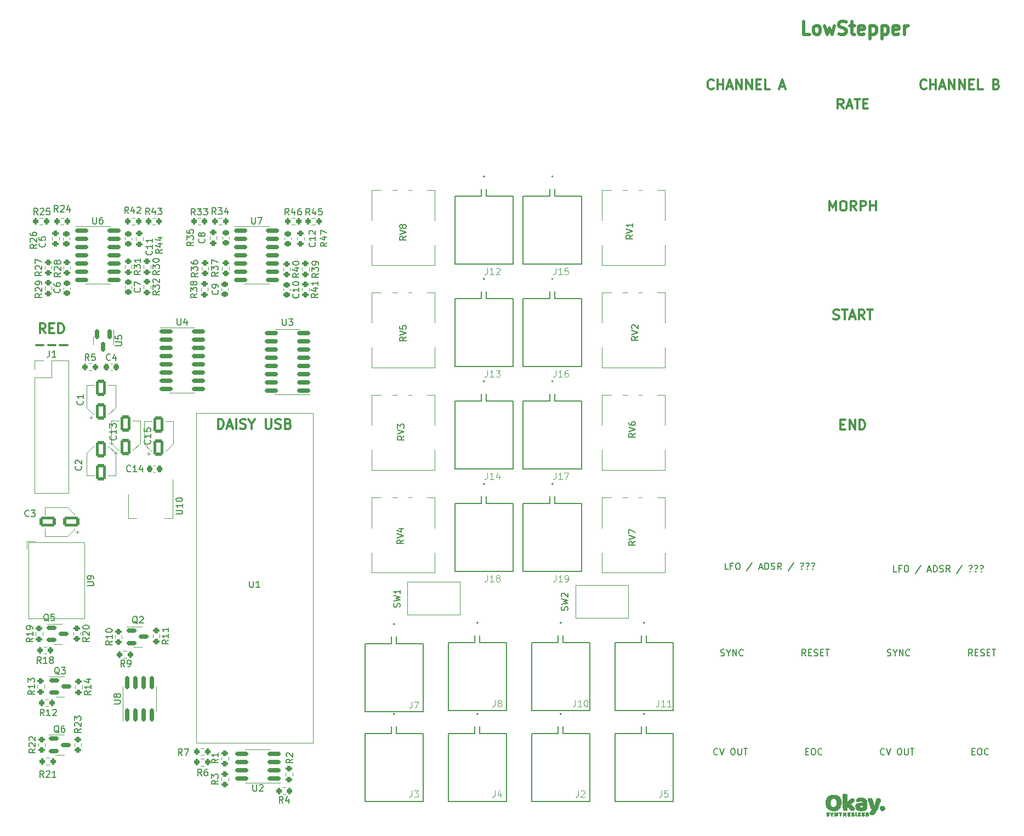
<source format=gto>
%TF.GenerationSoftware,KiCad,Pcbnew,(6.0.0-0)*%
%TF.CreationDate,2022-07-11T02:03:33-04:00*%
%TF.ProjectId,daisy_hardware_v1,64616973-795f-4686-9172-64776172655f,rev?*%
%TF.SameCoordinates,Original*%
%TF.FileFunction,Legend,Top*%
%TF.FilePolarity,Positive*%
%FSLAX46Y46*%
G04 Gerber Fmt 4.6, Leading zero omitted, Abs format (unit mm)*
G04 Created by KiCad (PCBNEW (6.0.0-0)) date 2022-07-11 02:03:33*
%MOMM*%
%LPD*%
G01*
G04 APERTURE LIST*
G04 Aperture macros list*
%AMRoundRect*
0 Rectangle with rounded corners*
0 $1 Rounding radius*
0 $2 $3 $4 $5 $6 $7 $8 $9 X,Y pos of 4 corners*
0 Add a 4 corners polygon primitive as box body*
4,1,4,$2,$3,$4,$5,$6,$7,$8,$9,$2,$3,0*
0 Add four circle primitives for the rounded corners*
1,1,$1+$1,$2,$3*
1,1,$1+$1,$4,$5*
1,1,$1+$1,$6,$7*
1,1,$1+$1,$8,$9*
0 Add four rect primitives between the rounded corners*
20,1,$1+$1,$2,$3,$4,$5,0*
20,1,$1+$1,$4,$5,$6,$7,0*
20,1,$1+$1,$6,$7,$8,$9,0*
20,1,$1+$1,$8,$9,$2,$3,0*%
G04 Aperture macros list end*
%ADD10C,0.300000*%
%ADD11C,0.500000*%
%ADD12C,0.015000*%
%ADD13C,0.150000*%
%ADD14C,0.127000*%
%ADD15C,0.200000*%
%ADD16C,0.120000*%
%ADD17C,0.010000*%
%ADD18O,2.216000X1.108000*%
%ADD19O,2.016000X1.008000*%
%ADD20C,6.200000*%
%ADD21RoundRect,0.250000X0.550000X-1.050000X0.550000X1.050000X-0.550000X1.050000X-0.550000X-1.050000X0*%
%ADD22O,8.000000X3.300000*%
%ADD23RoundRect,0.200000X0.275000X-0.200000X0.275000X0.200000X-0.275000X0.200000X-0.275000X-0.200000X0*%
%ADD24RoundRect,0.200000X-0.200000X-0.275000X0.200000X-0.275000X0.200000X0.275000X-0.200000X0.275000X0*%
%ADD25C,7.200000*%
%ADD26RoundRect,0.225000X0.250000X-0.225000X0.250000X0.225000X-0.250000X0.225000X-0.250000X-0.225000X0*%
%ADD27R,1.700000X1.700000*%
%ADD28O,1.700000X1.700000*%
%ADD29RoundRect,0.225000X-0.250000X0.225000X-0.250000X-0.225000X0.250000X-0.225000X0.250000X0.225000X0*%
%ADD30C,3.240000*%
%ADD31R,1.800000X1.800000*%
%ADD32C,1.800000*%
%ADD33RoundRect,0.200000X-0.275000X0.200000X-0.275000X-0.200000X0.275000X-0.200000X0.275000X0.200000X0*%
%ADD34RoundRect,0.250000X-0.550000X1.050000X-0.550000X-1.050000X0.550000X-1.050000X0.550000X1.050000X0*%
%ADD35RoundRect,0.200000X0.200000X0.275000X-0.200000X0.275000X-0.200000X-0.275000X0.200000X-0.275000X0*%
%ADD36RoundRect,0.150000X-0.587500X-0.150000X0.587500X-0.150000X0.587500X0.150000X-0.587500X0.150000X0*%
%ADD37RoundRect,0.225000X-0.225000X-0.250000X0.225000X-0.250000X0.225000X0.250000X-0.225000X0.250000X0*%
%ADD38RoundRect,0.150000X-0.150000X0.587500X-0.150000X-0.587500X0.150000X-0.587500X0.150000X0.587500X0*%
%ADD39RoundRect,0.150000X-0.825000X-0.150000X0.825000X-0.150000X0.825000X0.150000X-0.825000X0.150000X0*%
%ADD40R,1.500000X2.000000*%
%ADD41R,3.800000X2.000000*%
%ADD42RoundRect,0.150000X0.825000X0.150000X-0.825000X0.150000X-0.825000X-0.150000X0.825000X-0.150000X0*%
%ADD43RoundRect,0.250000X1.050000X0.550000X-1.050000X0.550000X-1.050000X-0.550000X1.050000X-0.550000X0*%
%ADD44C,1.524000*%
%ADD45C,5.000000*%
%ADD46RoundRect,0.150000X0.150000X-0.825000X0.150000X0.825000X-0.150000X0.825000X-0.150000X-0.825000X0*%
%ADD47R,2.300000X1.500000*%
%ADD48O,2.300000X1.500000*%
G04 APERTURE END LIST*
D10*
X161856314Y-299202742D02*
X162070600Y-299274171D01*
X162427742Y-299274171D01*
X162570600Y-299202742D01*
X162642028Y-299131314D01*
X162713457Y-298988457D01*
X162713457Y-298845600D01*
X162642028Y-298702742D01*
X162570600Y-298631314D01*
X162427742Y-298559885D01*
X162142028Y-298488457D01*
X161999171Y-298417028D01*
X161927742Y-298345600D01*
X161856314Y-298202742D01*
X161856314Y-298059885D01*
X161927742Y-297917028D01*
X161999171Y-297845600D01*
X162142028Y-297774171D01*
X162499171Y-297774171D01*
X162713457Y-297845600D01*
X163142028Y-297774171D02*
X163999171Y-297774171D01*
X163570600Y-299274171D02*
X163570600Y-297774171D01*
X164427742Y-298845600D02*
X165142028Y-298845600D01*
X164284885Y-299274171D02*
X164784885Y-297774171D01*
X165284885Y-299274171D01*
X166642028Y-299274171D02*
X166142028Y-298559885D01*
X165784885Y-299274171D02*
X165784885Y-297774171D01*
X166356314Y-297774171D01*
X166499171Y-297845600D01*
X166570600Y-297917028D01*
X166642028Y-298059885D01*
X166642028Y-298274171D01*
X166570600Y-298417028D01*
X166499171Y-298488457D01*
X166356314Y-298559885D01*
X165784885Y-298559885D01*
X167070600Y-297774171D02*
X167927742Y-297774171D01*
X167499171Y-299274171D02*
X167499171Y-297774171D01*
X143325685Y-263545714D02*
X143254257Y-263617142D01*
X143039971Y-263688571D01*
X142897114Y-263688571D01*
X142682828Y-263617142D01*
X142539971Y-263474285D01*
X142468542Y-263331428D01*
X142397114Y-263045714D01*
X142397114Y-262831428D01*
X142468542Y-262545714D01*
X142539971Y-262402857D01*
X142682828Y-262260000D01*
X142897114Y-262188571D01*
X143039971Y-262188571D01*
X143254257Y-262260000D01*
X143325685Y-262331428D01*
X143968542Y-263688571D02*
X143968542Y-262188571D01*
X143968542Y-262902857D02*
X144825685Y-262902857D01*
X144825685Y-263688571D02*
X144825685Y-262188571D01*
X145468542Y-263260000D02*
X146182828Y-263260000D01*
X145325685Y-263688571D02*
X145825685Y-262188571D01*
X146325685Y-263688571D01*
X146825685Y-263688571D02*
X146825685Y-262188571D01*
X147682828Y-263688571D01*
X147682828Y-262188571D01*
X148397114Y-263688571D02*
X148397114Y-262188571D01*
X149254257Y-263688571D01*
X149254257Y-262188571D01*
X149968542Y-262902857D02*
X150468542Y-262902857D01*
X150682828Y-263688571D02*
X149968542Y-263688571D01*
X149968542Y-262188571D01*
X150682828Y-262188571D01*
X152039971Y-263688571D02*
X151325685Y-263688571D01*
X151325685Y-262188571D01*
X153611400Y-263260000D02*
X154325685Y-263260000D01*
X153468542Y-263688571D02*
X153968542Y-262188571D01*
X154468542Y-263688571D01*
X162963457Y-315506457D02*
X163463457Y-315506457D01*
X163677742Y-316292171D02*
X162963457Y-316292171D01*
X162963457Y-314792171D01*
X163677742Y-314792171D01*
X164320600Y-316292171D02*
X164320600Y-314792171D01*
X165177742Y-316292171D01*
X165177742Y-314792171D01*
X165892028Y-316292171D02*
X165892028Y-314792171D01*
X166249171Y-314792171D01*
X166463457Y-314863600D01*
X166606314Y-315006457D01*
X166677742Y-315149314D01*
X166749171Y-315435028D01*
X166749171Y-315649314D01*
X166677742Y-315935028D01*
X166606314Y-316077885D01*
X166463457Y-316220742D01*
X166249171Y-316292171D01*
X165892028Y-316292171D01*
X176187742Y-263545714D02*
X176116314Y-263617142D01*
X175902028Y-263688571D01*
X175759171Y-263688571D01*
X175544885Y-263617142D01*
X175402028Y-263474285D01*
X175330600Y-263331428D01*
X175259171Y-263045714D01*
X175259171Y-262831428D01*
X175330600Y-262545714D01*
X175402028Y-262402857D01*
X175544885Y-262260000D01*
X175759171Y-262188571D01*
X175902028Y-262188571D01*
X176116314Y-262260000D01*
X176187742Y-262331428D01*
X176830600Y-263688571D02*
X176830600Y-262188571D01*
X176830600Y-262902857D02*
X177687742Y-262902857D01*
X177687742Y-263688571D02*
X177687742Y-262188571D01*
X178330600Y-263260000D02*
X179044885Y-263260000D01*
X178187742Y-263688571D02*
X178687742Y-262188571D01*
X179187742Y-263688571D01*
X179687742Y-263688571D02*
X179687742Y-262188571D01*
X180544885Y-263688571D01*
X180544885Y-262188571D01*
X181259171Y-263688571D02*
X181259171Y-262188571D01*
X182116314Y-263688571D01*
X182116314Y-262188571D01*
X182830600Y-262902857D02*
X183330600Y-262902857D01*
X183544885Y-263688571D02*
X182830600Y-263688571D01*
X182830600Y-262188571D01*
X183544885Y-262188571D01*
X184902028Y-263688571D02*
X184187742Y-263688571D01*
X184187742Y-262188571D01*
X187044885Y-262902857D02*
X187259171Y-262974285D01*
X187330600Y-263045714D01*
X187402028Y-263188571D01*
X187402028Y-263402857D01*
X187330600Y-263545714D01*
X187259171Y-263617142D01*
X187116314Y-263688571D01*
X186544885Y-263688571D01*
X186544885Y-262188571D01*
X187044885Y-262188571D01*
X187187742Y-262260000D01*
X187259171Y-262331428D01*
X187330600Y-262474285D01*
X187330600Y-262617142D01*
X187259171Y-262760000D01*
X187187742Y-262831428D01*
X187044885Y-262902857D01*
X186544885Y-262902857D01*
X40145714Y-301395071D02*
X39645714Y-300680785D01*
X39288571Y-301395071D02*
X39288571Y-299895071D01*
X39860000Y-299895071D01*
X40002857Y-299966500D01*
X40074285Y-300037928D01*
X40145714Y-300180785D01*
X40145714Y-300395071D01*
X40074285Y-300537928D01*
X40002857Y-300609357D01*
X39860000Y-300680785D01*
X39288571Y-300680785D01*
X40788571Y-300609357D02*
X41288571Y-300609357D01*
X41502857Y-301395071D02*
X40788571Y-301395071D01*
X40788571Y-299895071D01*
X41502857Y-299895071D01*
X42145714Y-301395071D02*
X42145714Y-299895071D01*
X42502857Y-299895071D01*
X42717142Y-299966500D01*
X42860000Y-300109357D01*
X42931428Y-300252214D01*
X43002857Y-300537928D01*
X43002857Y-300752214D01*
X42931428Y-301037928D01*
X42860000Y-301180785D01*
X42717142Y-301323642D01*
X42502857Y-301395071D01*
X42145714Y-301395071D01*
X38681428Y-303238642D02*
X39824285Y-303238642D01*
X40538571Y-303238642D02*
X41681428Y-303238642D01*
X42395714Y-303238642D02*
X43538571Y-303238642D01*
D11*
X158204000Y-255214761D02*
X157251619Y-255214761D01*
X157251619Y-253214761D01*
X159156380Y-255214761D02*
X158965904Y-255119523D01*
X158870666Y-255024285D01*
X158775428Y-254833809D01*
X158775428Y-254262380D01*
X158870666Y-254071904D01*
X158965904Y-253976666D01*
X159156380Y-253881428D01*
X159442095Y-253881428D01*
X159632571Y-253976666D01*
X159727809Y-254071904D01*
X159823047Y-254262380D01*
X159823047Y-254833809D01*
X159727809Y-255024285D01*
X159632571Y-255119523D01*
X159442095Y-255214761D01*
X159156380Y-255214761D01*
X160489714Y-253881428D02*
X160870666Y-255214761D01*
X161251619Y-254262380D01*
X161632571Y-255214761D01*
X162013523Y-253881428D01*
X162680190Y-255119523D02*
X162965904Y-255214761D01*
X163442095Y-255214761D01*
X163632571Y-255119523D01*
X163727809Y-255024285D01*
X163823047Y-254833809D01*
X163823047Y-254643333D01*
X163727809Y-254452857D01*
X163632571Y-254357619D01*
X163442095Y-254262380D01*
X163061142Y-254167142D01*
X162870666Y-254071904D01*
X162775428Y-253976666D01*
X162680190Y-253786190D01*
X162680190Y-253595714D01*
X162775428Y-253405238D01*
X162870666Y-253310000D01*
X163061142Y-253214761D01*
X163537333Y-253214761D01*
X163823047Y-253310000D01*
X164394476Y-253881428D02*
X165156380Y-253881428D01*
X164680190Y-253214761D02*
X164680190Y-254929047D01*
X164775428Y-255119523D01*
X164965904Y-255214761D01*
X165156380Y-255214761D01*
X166584952Y-255119523D02*
X166394476Y-255214761D01*
X166013523Y-255214761D01*
X165823047Y-255119523D01*
X165727809Y-254929047D01*
X165727809Y-254167142D01*
X165823047Y-253976666D01*
X166013523Y-253881428D01*
X166394476Y-253881428D01*
X166584952Y-253976666D01*
X166680190Y-254167142D01*
X166680190Y-254357619D01*
X165727809Y-254548095D01*
X167537333Y-253881428D02*
X167537333Y-255881428D01*
X167537333Y-253976666D02*
X167727809Y-253881428D01*
X168108761Y-253881428D01*
X168299238Y-253976666D01*
X168394476Y-254071904D01*
X168489714Y-254262380D01*
X168489714Y-254833809D01*
X168394476Y-255024285D01*
X168299238Y-255119523D01*
X168108761Y-255214761D01*
X167727809Y-255214761D01*
X167537333Y-255119523D01*
X169346857Y-253881428D02*
X169346857Y-255881428D01*
X169346857Y-253976666D02*
X169537333Y-253881428D01*
X169918285Y-253881428D01*
X170108761Y-253976666D01*
X170204000Y-254071904D01*
X170299238Y-254262380D01*
X170299238Y-254833809D01*
X170204000Y-255024285D01*
X170108761Y-255119523D01*
X169918285Y-255214761D01*
X169537333Y-255214761D01*
X169346857Y-255119523D01*
X171918285Y-255119523D02*
X171727809Y-255214761D01*
X171346857Y-255214761D01*
X171156380Y-255119523D01*
X171061142Y-254929047D01*
X171061142Y-254167142D01*
X171156380Y-253976666D01*
X171346857Y-253881428D01*
X171727809Y-253881428D01*
X171918285Y-253976666D01*
X172013523Y-254167142D01*
X172013523Y-254357619D01*
X171061142Y-254548095D01*
X172870666Y-255214761D02*
X172870666Y-253881428D01*
X172870666Y-254262380D02*
X172965904Y-254071904D01*
X173061142Y-253976666D01*
X173251619Y-253881428D01*
X173442095Y-253881428D01*
D10*
X66805971Y-316166171D02*
X66805971Y-314666171D01*
X67163114Y-314666171D01*
X67377400Y-314737600D01*
X67520257Y-314880457D01*
X67591685Y-315023314D01*
X67663114Y-315309028D01*
X67663114Y-315523314D01*
X67591685Y-315809028D01*
X67520257Y-315951885D01*
X67377400Y-316094742D01*
X67163114Y-316166171D01*
X66805971Y-316166171D01*
X68234542Y-315737600D02*
X68948828Y-315737600D01*
X68091685Y-316166171D02*
X68591685Y-314666171D01*
X69091685Y-316166171D01*
X69591685Y-316166171D02*
X69591685Y-314666171D01*
X70234542Y-316094742D02*
X70448828Y-316166171D01*
X70805971Y-316166171D01*
X70948828Y-316094742D01*
X71020257Y-316023314D01*
X71091685Y-315880457D01*
X71091685Y-315737600D01*
X71020257Y-315594742D01*
X70948828Y-315523314D01*
X70805971Y-315451885D01*
X70520257Y-315380457D01*
X70377400Y-315309028D01*
X70305971Y-315237600D01*
X70234542Y-315094742D01*
X70234542Y-314951885D01*
X70305971Y-314809028D01*
X70377400Y-314737600D01*
X70520257Y-314666171D01*
X70877400Y-314666171D01*
X71091685Y-314737600D01*
X72020257Y-315451885D02*
X72020257Y-316166171D01*
X71520257Y-314666171D02*
X72020257Y-315451885D01*
X72520257Y-314666171D01*
X74163114Y-314666171D02*
X74163114Y-315880457D01*
X74234542Y-316023314D01*
X74305971Y-316094742D01*
X74448828Y-316166171D01*
X74734542Y-316166171D01*
X74877400Y-316094742D01*
X74948828Y-316023314D01*
X75020257Y-315880457D01*
X75020257Y-314666171D01*
X75663114Y-316094742D02*
X75877400Y-316166171D01*
X76234542Y-316166171D01*
X76377400Y-316094742D01*
X76448828Y-316023314D01*
X76520257Y-315880457D01*
X76520257Y-315737600D01*
X76448828Y-315594742D01*
X76377400Y-315523314D01*
X76234542Y-315451885D01*
X75948828Y-315380457D01*
X75805971Y-315309028D01*
X75734542Y-315237600D01*
X75663114Y-315094742D01*
X75663114Y-314951885D01*
X75734542Y-314809028D01*
X75805971Y-314737600D01*
X75948828Y-314666171D01*
X76305971Y-314666171D01*
X76520257Y-314737600D01*
X77663114Y-315380457D02*
X77877400Y-315451885D01*
X77948828Y-315523314D01*
X78020257Y-315666171D01*
X78020257Y-315880457D01*
X77948828Y-316023314D01*
X77877400Y-316094742D01*
X77734542Y-316166171D01*
X77163114Y-316166171D01*
X77163114Y-314666171D01*
X77663114Y-314666171D01*
X77805971Y-314737600D01*
X77877400Y-314809028D01*
X77948828Y-314951885D01*
X77948828Y-315094742D01*
X77877400Y-315237600D01*
X77805971Y-315309028D01*
X77663114Y-315380457D01*
X77163114Y-315380457D01*
X163392028Y-266711371D02*
X162892028Y-265997085D01*
X162534885Y-266711371D02*
X162534885Y-265211371D01*
X163106314Y-265211371D01*
X163249171Y-265282800D01*
X163320600Y-265354228D01*
X163392028Y-265497085D01*
X163392028Y-265711371D01*
X163320600Y-265854228D01*
X163249171Y-265925657D01*
X163106314Y-265997085D01*
X162534885Y-265997085D01*
X163963457Y-266282800D02*
X164677742Y-266282800D01*
X163820600Y-266711371D02*
X164320600Y-265211371D01*
X164820600Y-266711371D01*
X165106314Y-265211371D02*
X165963457Y-265211371D01*
X165534885Y-266711371D02*
X165534885Y-265211371D01*
X166463457Y-265925657D02*
X166963457Y-265925657D01*
X167177742Y-266711371D02*
X166463457Y-266711371D01*
X166463457Y-265211371D01*
X167177742Y-265211371D01*
X161249171Y-282459371D02*
X161249171Y-280959371D01*
X161749171Y-282030800D01*
X162249171Y-280959371D01*
X162249171Y-282459371D01*
X163249171Y-280959371D02*
X163534885Y-280959371D01*
X163677742Y-281030800D01*
X163820600Y-281173657D01*
X163892028Y-281459371D01*
X163892028Y-281959371D01*
X163820600Y-282245085D01*
X163677742Y-282387942D01*
X163534885Y-282459371D01*
X163249171Y-282459371D01*
X163106314Y-282387942D01*
X162963457Y-282245085D01*
X162892028Y-281959371D01*
X162892028Y-281459371D01*
X162963457Y-281173657D01*
X163106314Y-281030800D01*
X163249171Y-280959371D01*
X165392028Y-282459371D02*
X164892028Y-281745085D01*
X164534885Y-282459371D02*
X164534885Y-280959371D01*
X165106314Y-280959371D01*
X165249171Y-281030800D01*
X165320600Y-281102228D01*
X165392028Y-281245085D01*
X165392028Y-281459371D01*
X165320600Y-281602228D01*
X165249171Y-281673657D01*
X165106314Y-281745085D01*
X164534885Y-281745085D01*
X166034885Y-282459371D02*
X166034885Y-280959371D01*
X166606314Y-280959371D01*
X166749171Y-281030800D01*
X166820600Y-281102228D01*
X166892028Y-281245085D01*
X166892028Y-281459371D01*
X166820600Y-281602228D01*
X166749171Y-281673657D01*
X166606314Y-281745085D01*
X166034885Y-281745085D01*
X167534885Y-282459371D02*
X167534885Y-280959371D01*
X167534885Y-281673657D02*
X168392028Y-281673657D01*
X168392028Y-282459371D02*
X168392028Y-280959371D01*
D12*
%TO.C,J13*%
X108385809Y-307147379D02*
X108385809Y-307861665D01*
X108338190Y-308004522D01*
X108242952Y-308099760D01*
X108100094Y-308147379D01*
X108004856Y-308147379D01*
X109385809Y-308147379D02*
X108814380Y-308147379D01*
X109100094Y-308147379D02*
X109100094Y-307147379D01*
X109004856Y-307290237D01*
X108909618Y-307385475D01*
X108814380Y-307433094D01*
X109719142Y-307147379D02*
X110338190Y-307147379D01*
X110004856Y-307528332D01*
X110147713Y-307528332D01*
X110242952Y-307575951D01*
X110290571Y-307623570D01*
X110338190Y-307718808D01*
X110338190Y-307956903D01*
X110290571Y-308052141D01*
X110242952Y-308099760D01*
X110147713Y-308147379D01*
X109861999Y-308147379D01*
X109766761Y-308099760D01*
X109719142Y-308052141D01*
D13*
%TO.C,C15*%
X56317142Y-317933857D02*
X56364761Y-317981476D01*
X56412380Y-318124333D01*
X56412380Y-318219571D01*
X56364761Y-318362428D01*
X56269523Y-318457666D01*
X56174285Y-318505285D01*
X55983809Y-318552904D01*
X55840952Y-318552904D01*
X55650476Y-318505285D01*
X55555238Y-318457666D01*
X55460000Y-318362428D01*
X55412380Y-318219571D01*
X55412380Y-318124333D01*
X55460000Y-317981476D01*
X55507619Y-317933857D01*
X56412380Y-316981476D02*
X56412380Y-317552904D01*
X56412380Y-317267190D02*
X55412380Y-317267190D01*
X55555238Y-317362428D01*
X55650476Y-317457666D01*
X55698095Y-317552904D01*
X55412380Y-316076714D02*
X55412380Y-316552904D01*
X55888571Y-316600523D01*
X55840952Y-316552904D01*
X55793333Y-316457666D01*
X55793333Y-316219571D01*
X55840952Y-316124333D01*
X55888571Y-316076714D01*
X55983809Y-316029095D01*
X56221904Y-316029095D01*
X56317142Y-316076714D01*
X56364761Y-316124333D01*
X56412380Y-316219571D01*
X56412380Y-316457666D01*
X56364761Y-316552904D01*
X56317142Y-316600523D01*
D12*
%TO.C,J15*%
X118959142Y-291311380D02*
X118959142Y-292025666D01*
X118911523Y-292168523D01*
X118816285Y-292263761D01*
X118673427Y-292311380D01*
X118578189Y-292311380D01*
X119959142Y-292311380D02*
X119387713Y-292311380D01*
X119673427Y-292311380D02*
X119673427Y-291311380D01*
X119578189Y-291454238D01*
X119482951Y-291549476D01*
X119387713Y-291597095D01*
X120863904Y-291311380D02*
X120387713Y-291311380D01*
X120340094Y-291787571D01*
X120387713Y-291739952D01*
X120482951Y-291692333D01*
X120721046Y-291692333D01*
X120816285Y-291739952D01*
X120863904Y-291787571D01*
X120911523Y-291882809D01*
X120911523Y-292120904D01*
X120863904Y-292216142D01*
X120816285Y-292263761D01*
X120721046Y-292311380D01*
X120482951Y-292311380D01*
X120387713Y-292263761D01*
X120340094Y-292216142D01*
D13*
%TO.C,R22*%
X38578380Y-365658857D02*
X38102190Y-365992190D01*
X38578380Y-366230285D02*
X37578380Y-366230285D01*
X37578380Y-365849333D01*
X37626000Y-365754095D01*
X37673619Y-365706476D01*
X37768857Y-365658857D01*
X37911714Y-365658857D01*
X38006952Y-365706476D01*
X38054571Y-365754095D01*
X38102190Y-365849333D01*
X38102190Y-366230285D01*
X37673619Y-365277904D02*
X37626000Y-365230285D01*
X37578380Y-365135047D01*
X37578380Y-364896952D01*
X37626000Y-364801714D01*
X37673619Y-364754095D01*
X37768857Y-364706476D01*
X37864095Y-364706476D01*
X38006952Y-364754095D01*
X38578380Y-365325523D01*
X38578380Y-364706476D01*
X37673619Y-364325523D02*
X37626000Y-364277904D01*
X37578380Y-364182666D01*
X37578380Y-363944571D01*
X37626000Y-363849333D01*
X37673619Y-363801714D01*
X37768857Y-363754095D01*
X37864095Y-363754095D01*
X38006952Y-363801714D01*
X38578380Y-364373142D01*
X38578380Y-363754095D01*
%TO.C,R7*%
X61263333Y-366638380D02*
X60930000Y-366162190D01*
X60691904Y-366638380D02*
X60691904Y-365638380D01*
X61072857Y-365638380D01*
X61168095Y-365686000D01*
X61215714Y-365733619D01*
X61263333Y-365828857D01*
X61263333Y-365971714D01*
X61215714Y-366066952D01*
X61168095Y-366114571D01*
X61072857Y-366162190D01*
X60691904Y-366162190D01*
X61596666Y-365638380D02*
X62263333Y-365638380D01*
X61834761Y-366638380D01*
%TO.C,C11*%
X56551142Y-288696857D02*
X56598761Y-288744476D01*
X56646380Y-288887333D01*
X56646380Y-288982571D01*
X56598761Y-289125428D01*
X56503523Y-289220666D01*
X56408285Y-289268285D01*
X56217809Y-289315904D01*
X56074952Y-289315904D01*
X55884476Y-289268285D01*
X55789238Y-289220666D01*
X55694000Y-289125428D01*
X55646380Y-288982571D01*
X55646380Y-288887333D01*
X55694000Y-288744476D01*
X55741619Y-288696857D01*
X56646380Y-287744476D02*
X56646380Y-288315904D01*
X56646380Y-288030190D02*
X55646380Y-288030190D01*
X55789238Y-288125428D01*
X55884476Y-288220666D01*
X55932095Y-288315904D01*
X56646380Y-286792095D02*
X56646380Y-287363523D01*
X56646380Y-287077809D02*
X55646380Y-287077809D01*
X55789238Y-287173047D01*
X55884476Y-287268285D01*
X55932095Y-287363523D01*
%TO.C,J1*%
X40756666Y-304082380D02*
X40756666Y-304796666D01*
X40709047Y-304939523D01*
X40613809Y-305034761D01*
X40470952Y-305082380D01*
X40375714Y-305082380D01*
X41756666Y-305082380D02*
X41185238Y-305082380D01*
X41470952Y-305082380D02*
X41470952Y-304082380D01*
X41375714Y-304225238D01*
X41280476Y-304320476D01*
X41185238Y-304368095D01*
D12*
%TO.C,J14*%
X108385809Y-322983378D02*
X108385809Y-323697664D01*
X108338190Y-323840521D01*
X108242952Y-323935759D01*
X108100094Y-323983378D01*
X108004856Y-323983378D01*
X109385809Y-323983378D02*
X108814380Y-323983378D01*
X109100094Y-323983378D02*
X109100094Y-322983378D01*
X109004856Y-323126236D01*
X108909618Y-323221474D01*
X108814380Y-323269093D01*
X110242952Y-323316712D02*
X110242952Y-323983378D01*
X110004856Y-322935759D02*
X109766761Y-323650045D01*
X110385809Y-323650045D01*
D13*
%TO.C,C10*%
X79207942Y-295339457D02*
X79255561Y-295387076D01*
X79303180Y-295529933D01*
X79303180Y-295625171D01*
X79255561Y-295768028D01*
X79160323Y-295863266D01*
X79065085Y-295910885D01*
X78874609Y-295958504D01*
X78731752Y-295958504D01*
X78541276Y-295910885D01*
X78446038Y-295863266D01*
X78350800Y-295768028D01*
X78303180Y-295625171D01*
X78303180Y-295529933D01*
X78350800Y-295387076D01*
X78398419Y-295339457D01*
X79303180Y-294387076D02*
X79303180Y-294958504D01*
X79303180Y-294672790D02*
X78303180Y-294672790D01*
X78446038Y-294768028D01*
X78541276Y-294863266D01*
X78588895Y-294958504D01*
X78303180Y-293768028D02*
X78303180Y-293672790D01*
X78350800Y-293577552D01*
X78398419Y-293529933D01*
X78493657Y-293482314D01*
X78684133Y-293434695D01*
X78922228Y-293434695D01*
X79112704Y-293482314D01*
X79207942Y-293529933D01*
X79255561Y-293577552D01*
X79303180Y-293672790D01*
X79303180Y-293768028D01*
X79255561Y-293863266D01*
X79207942Y-293910885D01*
X79112704Y-293958504D01*
X78922228Y-294006123D01*
X78684133Y-294006123D01*
X78493657Y-293958504D01*
X78398419Y-293910885D01*
X78350800Y-293863266D01*
X78303180Y-293768028D01*
%TO.C,RV1*%
X130855980Y-286218238D02*
X130379790Y-286551571D01*
X130855980Y-286789666D02*
X129855980Y-286789666D01*
X129855980Y-286408714D01*
X129903600Y-286313476D01*
X129951219Y-286265857D01*
X130046457Y-286218238D01*
X130189314Y-286218238D01*
X130284552Y-286265857D01*
X130332171Y-286313476D01*
X130379790Y-286408714D01*
X130379790Y-286789666D01*
X129855980Y-285932523D02*
X130855980Y-285599190D01*
X129855980Y-285265857D01*
X130855980Y-284408714D02*
X130855980Y-284980142D01*
X130855980Y-284694428D02*
X129855980Y-284694428D01*
X129998838Y-284789666D01*
X130094076Y-284884904D01*
X130141695Y-284980142D01*
%TO.C,R23*%
X45626380Y-362510857D02*
X45150190Y-362844190D01*
X45626380Y-363082285D02*
X44626380Y-363082285D01*
X44626380Y-362701333D01*
X44674000Y-362606095D01*
X44721619Y-362558476D01*
X44816857Y-362510857D01*
X44959714Y-362510857D01*
X45054952Y-362558476D01*
X45102571Y-362606095D01*
X45150190Y-362701333D01*
X45150190Y-363082285D01*
X44721619Y-362129904D02*
X44674000Y-362082285D01*
X44626380Y-361987047D01*
X44626380Y-361748952D01*
X44674000Y-361653714D01*
X44721619Y-361606095D01*
X44816857Y-361558476D01*
X44912095Y-361558476D01*
X45054952Y-361606095D01*
X45626380Y-362177523D01*
X45626380Y-361558476D01*
X44626380Y-361225142D02*
X44626380Y-360606095D01*
X45007333Y-360939428D01*
X45007333Y-360796571D01*
X45054952Y-360701333D01*
X45102571Y-360653714D01*
X45197809Y-360606095D01*
X45435904Y-360606095D01*
X45531142Y-360653714D01*
X45578761Y-360701333D01*
X45626380Y-360796571D01*
X45626380Y-361082285D01*
X45578761Y-361177523D01*
X45531142Y-361225142D01*
%TO.C,C2*%
X45632742Y-321953466D02*
X45680361Y-322001085D01*
X45727980Y-322143942D01*
X45727980Y-322239180D01*
X45680361Y-322382038D01*
X45585123Y-322477276D01*
X45489885Y-322524895D01*
X45299409Y-322572514D01*
X45156552Y-322572514D01*
X44966076Y-322524895D01*
X44870838Y-322477276D01*
X44775600Y-322382038D01*
X44727980Y-322239180D01*
X44727980Y-322143942D01*
X44775600Y-322001085D01*
X44823219Y-321953466D01*
X44823219Y-321572514D02*
X44775600Y-321524895D01*
X44727980Y-321429657D01*
X44727980Y-321191561D01*
X44775600Y-321096323D01*
X44823219Y-321048704D01*
X44918457Y-321001085D01*
X45013695Y-321001085D01*
X45156552Y-321048704D01*
X45727980Y-321620133D01*
X45727980Y-321001085D01*
%TO.C,C12*%
X81747942Y-287426857D02*
X81795561Y-287474476D01*
X81843180Y-287617333D01*
X81843180Y-287712571D01*
X81795561Y-287855428D01*
X81700323Y-287950666D01*
X81605085Y-287998285D01*
X81414609Y-288045904D01*
X81271752Y-288045904D01*
X81081276Y-287998285D01*
X80986038Y-287950666D01*
X80890800Y-287855428D01*
X80843180Y-287712571D01*
X80843180Y-287617333D01*
X80890800Y-287474476D01*
X80938419Y-287426857D01*
X81843180Y-286474476D02*
X81843180Y-287045904D01*
X81843180Y-286760190D02*
X80843180Y-286760190D01*
X80986038Y-286855428D01*
X81081276Y-286950666D01*
X81128895Y-287045904D01*
X80938419Y-286093523D02*
X80890800Y-286045904D01*
X80843180Y-285950666D01*
X80843180Y-285712571D01*
X80890800Y-285617333D01*
X80938419Y-285569714D01*
X81033657Y-285522095D01*
X81128895Y-285522095D01*
X81271752Y-285569714D01*
X81843180Y-286141142D01*
X81843180Y-285522095D01*
%TO.C,R20*%
X46900380Y-348451857D02*
X46424190Y-348785190D01*
X46900380Y-349023285D02*
X45900380Y-349023285D01*
X45900380Y-348642333D01*
X45948000Y-348547095D01*
X45995619Y-348499476D01*
X46090857Y-348451857D01*
X46233714Y-348451857D01*
X46328952Y-348499476D01*
X46376571Y-348547095D01*
X46424190Y-348642333D01*
X46424190Y-349023285D01*
X45995619Y-348070904D02*
X45948000Y-348023285D01*
X45900380Y-347928047D01*
X45900380Y-347689952D01*
X45948000Y-347594714D01*
X45995619Y-347547095D01*
X46090857Y-347499476D01*
X46186095Y-347499476D01*
X46328952Y-347547095D01*
X46900380Y-348118523D01*
X46900380Y-347499476D01*
X45900380Y-346880428D02*
X45900380Y-346785190D01*
X45948000Y-346689952D01*
X45995619Y-346642333D01*
X46090857Y-346594714D01*
X46281333Y-346547095D01*
X46519428Y-346547095D01*
X46709904Y-346594714D01*
X46805142Y-346642333D01*
X46852761Y-346689952D01*
X46900380Y-346785190D01*
X46900380Y-346880428D01*
X46852761Y-346975666D01*
X46805142Y-347023285D01*
X46709904Y-347070904D01*
X46519428Y-347118523D01*
X46281333Y-347118523D01*
X46090857Y-347070904D01*
X45995619Y-347023285D01*
X45948000Y-346975666D01*
X45900380Y-346880428D01*
%TO.C,R3*%
X66806380Y-370516666D02*
X66330190Y-370850000D01*
X66806380Y-371088095D02*
X65806380Y-371088095D01*
X65806380Y-370707142D01*
X65854000Y-370611904D01*
X65901619Y-370564285D01*
X65996857Y-370516666D01*
X66139714Y-370516666D01*
X66234952Y-370564285D01*
X66282571Y-370611904D01*
X66330190Y-370707142D01*
X66330190Y-371088095D01*
X65806380Y-370183333D02*
X65806380Y-369564285D01*
X66187333Y-369897619D01*
X66187333Y-369754761D01*
X66234952Y-369659523D01*
X66282571Y-369611904D01*
X66377809Y-369564285D01*
X66615904Y-369564285D01*
X66711142Y-369611904D01*
X66758761Y-369659523D01*
X66806380Y-369754761D01*
X66806380Y-370040476D01*
X66758761Y-370135714D01*
X66711142Y-370183333D01*
%TO.C,R10*%
X50453380Y-348957857D02*
X49977190Y-349291190D01*
X50453380Y-349529285D02*
X49453380Y-349529285D01*
X49453380Y-349148333D01*
X49501000Y-349053095D01*
X49548619Y-349005476D01*
X49643857Y-348957857D01*
X49786714Y-348957857D01*
X49881952Y-349005476D01*
X49929571Y-349053095D01*
X49977190Y-349148333D01*
X49977190Y-349529285D01*
X50453380Y-348005476D02*
X50453380Y-348576904D01*
X50453380Y-348291190D02*
X49453380Y-348291190D01*
X49596238Y-348386428D01*
X49691476Y-348481666D01*
X49739095Y-348576904D01*
X49453380Y-347386428D02*
X49453380Y-347291190D01*
X49501000Y-347195952D01*
X49548619Y-347148333D01*
X49643857Y-347100714D01*
X49834333Y-347053095D01*
X50072428Y-347053095D01*
X50262904Y-347100714D01*
X50358142Y-347148333D01*
X50405761Y-347195952D01*
X50453380Y-347291190D01*
X50453380Y-347386428D01*
X50405761Y-347481666D01*
X50358142Y-347529285D01*
X50262904Y-347576904D01*
X50072428Y-347624523D01*
X49834333Y-347624523D01*
X49643857Y-347576904D01*
X49548619Y-347529285D01*
X49501000Y-347481666D01*
X49453380Y-347386428D01*
D12*
%TO.C,J10*%
X121957142Y-358100380D02*
X121957142Y-358814666D01*
X121909523Y-358957523D01*
X121814285Y-359052761D01*
X121671427Y-359100380D01*
X121576189Y-359100380D01*
X122957142Y-359100380D02*
X122385713Y-359100380D01*
X122671427Y-359100380D02*
X122671427Y-358100380D01*
X122576189Y-358243238D01*
X122480951Y-358338476D01*
X122385713Y-358386095D01*
X123576189Y-358100380D02*
X123671427Y-358100380D01*
X123766666Y-358148000D01*
X123814285Y-358195619D01*
X123861904Y-358290857D01*
X123909523Y-358481333D01*
X123909523Y-358719428D01*
X123861904Y-358909904D01*
X123814285Y-359005142D01*
X123766666Y-359052761D01*
X123671427Y-359100380D01*
X123576189Y-359100380D01*
X123480951Y-359052761D01*
X123433332Y-359005142D01*
X123385713Y-358909904D01*
X123338094Y-358719428D01*
X123338094Y-358481333D01*
X123385713Y-358290857D01*
X123433332Y-358195619D01*
X123480951Y-358148000D01*
X123576189Y-358100380D01*
D13*
%TO.C,R47*%
X83621180Y-287388257D02*
X83144990Y-287721590D01*
X83621180Y-287959685D02*
X82621180Y-287959685D01*
X82621180Y-287578733D01*
X82668800Y-287483495D01*
X82716419Y-287435876D01*
X82811657Y-287388257D01*
X82954514Y-287388257D01*
X83049752Y-287435876D01*
X83097371Y-287483495D01*
X83144990Y-287578733D01*
X83144990Y-287959685D01*
X82954514Y-286531114D02*
X83621180Y-286531114D01*
X82573561Y-286769209D02*
X83287847Y-287007304D01*
X83287847Y-286388257D01*
X82621180Y-286102542D02*
X82621180Y-285435876D01*
X83621180Y-285864447D01*
%TO.C,R4*%
X76855333Y-374010380D02*
X76522000Y-373534190D01*
X76283904Y-374010380D02*
X76283904Y-373010380D01*
X76664857Y-373010380D01*
X76760095Y-373058000D01*
X76807714Y-373105619D01*
X76855333Y-373200857D01*
X76855333Y-373343714D01*
X76807714Y-373438952D01*
X76760095Y-373486571D01*
X76664857Y-373534190D01*
X76283904Y-373534190D01*
X77712476Y-373343714D02*
X77712476Y-374010380D01*
X77474380Y-372962761D02*
X77236285Y-373677047D01*
X77855333Y-373677047D01*
%TO.C,RV3*%
X95549980Y-317282438D02*
X95073790Y-317615771D01*
X95549980Y-317853866D02*
X94549980Y-317853866D01*
X94549980Y-317472914D01*
X94597600Y-317377676D01*
X94645219Y-317330057D01*
X94740457Y-317282438D01*
X94883314Y-317282438D01*
X94978552Y-317330057D01*
X95026171Y-317377676D01*
X95073790Y-317472914D01*
X95073790Y-317853866D01*
X94549980Y-316996723D02*
X95549980Y-316663390D01*
X94549980Y-316330057D01*
X94549980Y-316091961D02*
X94549980Y-315472914D01*
X94930933Y-315806247D01*
X94930933Y-315663390D01*
X94978552Y-315568152D01*
X95026171Y-315520533D01*
X95121409Y-315472914D01*
X95359504Y-315472914D01*
X95454742Y-315520533D01*
X95502361Y-315568152D01*
X95549980Y-315663390D01*
X95549980Y-315949104D01*
X95502361Y-316044342D01*
X95454742Y-316091961D01*
%TO.C,R36*%
X63656780Y-292062857D02*
X63180590Y-292396190D01*
X63656780Y-292634285D02*
X62656780Y-292634285D01*
X62656780Y-292253333D01*
X62704400Y-292158095D01*
X62752019Y-292110476D01*
X62847257Y-292062857D01*
X62990114Y-292062857D01*
X63085352Y-292110476D01*
X63132971Y-292158095D01*
X63180590Y-292253333D01*
X63180590Y-292634285D01*
X62656780Y-291729523D02*
X62656780Y-291110476D01*
X63037733Y-291443809D01*
X63037733Y-291300952D01*
X63085352Y-291205714D01*
X63132971Y-291158095D01*
X63228209Y-291110476D01*
X63466304Y-291110476D01*
X63561542Y-291158095D01*
X63609161Y-291205714D01*
X63656780Y-291300952D01*
X63656780Y-291586666D01*
X63609161Y-291681904D01*
X63561542Y-291729523D01*
X62656780Y-290253333D02*
X62656780Y-290443809D01*
X62704400Y-290539047D01*
X62752019Y-290586666D01*
X62894876Y-290681904D01*
X63085352Y-290729523D01*
X63466304Y-290729523D01*
X63561542Y-290681904D01*
X63609161Y-290634285D01*
X63656780Y-290539047D01*
X63656780Y-290348571D01*
X63609161Y-290253333D01*
X63561542Y-290205714D01*
X63466304Y-290158095D01*
X63228209Y-290158095D01*
X63132971Y-290205714D01*
X63085352Y-290253333D01*
X63037733Y-290348571D01*
X63037733Y-290539047D01*
X63085352Y-290634285D01*
X63132971Y-290681904D01*
X63228209Y-290729523D01*
%TO.C,C5*%
X40041142Y-287458666D02*
X40088761Y-287506285D01*
X40136380Y-287649142D01*
X40136380Y-287744380D01*
X40088761Y-287887238D01*
X39993523Y-287982476D01*
X39898285Y-288030095D01*
X39707809Y-288077714D01*
X39564952Y-288077714D01*
X39374476Y-288030095D01*
X39279238Y-287982476D01*
X39184000Y-287887238D01*
X39136380Y-287744380D01*
X39136380Y-287649142D01*
X39184000Y-287506285D01*
X39231619Y-287458666D01*
X39136380Y-286553904D02*
X39136380Y-287030095D01*
X39612571Y-287077714D01*
X39564952Y-287030095D01*
X39517333Y-286934857D01*
X39517333Y-286696761D01*
X39564952Y-286601523D01*
X39612571Y-286553904D01*
X39707809Y-286506285D01*
X39945904Y-286506285D01*
X40041142Y-286553904D01*
X40088761Y-286601523D01*
X40136380Y-286696761D01*
X40136380Y-286934857D01*
X40088761Y-287030095D01*
X40041142Y-287077714D01*
%TO.C,RV5*%
X95854780Y-302017038D02*
X95378590Y-302350371D01*
X95854780Y-302588466D02*
X94854780Y-302588466D01*
X94854780Y-302207514D01*
X94902400Y-302112276D01*
X94950019Y-302064657D01*
X95045257Y-302017038D01*
X95188114Y-302017038D01*
X95283352Y-302064657D01*
X95330971Y-302112276D01*
X95378590Y-302207514D01*
X95378590Y-302588466D01*
X94854780Y-301731323D02*
X95854780Y-301397990D01*
X94854780Y-301064657D01*
X94854780Y-300255133D02*
X94854780Y-300731323D01*
X95330971Y-300778942D01*
X95283352Y-300731323D01*
X95235733Y-300636085D01*
X95235733Y-300397990D01*
X95283352Y-300302752D01*
X95330971Y-300255133D01*
X95426209Y-300207514D01*
X95664304Y-300207514D01*
X95759542Y-300255133D01*
X95807161Y-300302752D01*
X95854780Y-300397990D01*
X95854780Y-300636085D01*
X95807161Y-300731323D01*
X95759542Y-300778942D01*
D12*
%TO.C,J3*%
X96694666Y-372070380D02*
X96694666Y-372784666D01*
X96647047Y-372927523D01*
X96551809Y-373022761D01*
X96408952Y-373070380D01*
X96313714Y-373070380D01*
X97075619Y-372070380D02*
X97694666Y-372070380D01*
X97361333Y-372451333D01*
X97504190Y-372451333D01*
X97599428Y-372498952D01*
X97647047Y-372546571D01*
X97694666Y-372641809D01*
X97694666Y-372879904D01*
X97647047Y-372975142D01*
X97599428Y-373022761D01*
X97504190Y-373070380D01*
X97218476Y-373070380D01*
X97123238Y-373022761D01*
X97075619Y-372975142D01*
D13*
%TO.C,R19*%
X38198380Y-348514857D02*
X37722190Y-348848190D01*
X38198380Y-349086285D02*
X37198380Y-349086285D01*
X37198380Y-348705333D01*
X37246000Y-348610095D01*
X37293619Y-348562476D01*
X37388857Y-348514857D01*
X37531714Y-348514857D01*
X37626952Y-348562476D01*
X37674571Y-348610095D01*
X37722190Y-348705333D01*
X37722190Y-349086285D01*
X38198380Y-347562476D02*
X38198380Y-348133904D01*
X38198380Y-347848190D02*
X37198380Y-347848190D01*
X37341238Y-347943428D01*
X37436476Y-348038666D01*
X37484095Y-348133904D01*
X38198380Y-347086285D02*
X38198380Y-346895809D01*
X38150761Y-346800571D01*
X38103142Y-346752952D01*
X37960285Y-346657714D01*
X37769809Y-346610095D01*
X37388857Y-346610095D01*
X37293619Y-346657714D01*
X37246000Y-346705333D01*
X37198380Y-346800571D01*
X37198380Y-346991047D01*
X37246000Y-347086285D01*
X37293619Y-347133904D01*
X37388857Y-347181523D01*
X37626952Y-347181523D01*
X37722190Y-347133904D01*
X37769809Y-347086285D01*
X37817428Y-346991047D01*
X37817428Y-346800571D01*
X37769809Y-346705333D01*
X37722190Y-346657714D01*
X37626952Y-346610095D01*
%TO.C,R32*%
X57733180Y-294902857D02*
X57256990Y-295236190D01*
X57733180Y-295474285D02*
X56733180Y-295474285D01*
X56733180Y-295093333D01*
X56780800Y-294998095D01*
X56828419Y-294950476D01*
X56923657Y-294902857D01*
X57066514Y-294902857D01*
X57161752Y-294950476D01*
X57209371Y-294998095D01*
X57256990Y-295093333D01*
X57256990Y-295474285D01*
X56733180Y-294569523D02*
X56733180Y-293950476D01*
X57114133Y-294283809D01*
X57114133Y-294140952D01*
X57161752Y-294045714D01*
X57209371Y-293998095D01*
X57304609Y-293950476D01*
X57542704Y-293950476D01*
X57637942Y-293998095D01*
X57685561Y-294045714D01*
X57733180Y-294140952D01*
X57733180Y-294426666D01*
X57685561Y-294521904D01*
X57637942Y-294569523D01*
X56828419Y-293569523D02*
X56780800Y-293521904D01*
X56733180Y-293426666D01*
X56733180Y-293188571D01*
X56780800Y-293093333D01*
X56828419Y-293045714D01*
X56923657Y-292998095D01*
X57018895Y-292998095D01*
X57161752Y-293045714D01*
X57733180Y-293617142D01*
X57733180Y-292998095D01*
%TO.C,R25*%
X38938742Y-283083980D02*
X38605409Y-282607790D01*
X38367314Y-283083980D02*
X38367314Y-282083980D01*
X38748266Y-282083980D01*
X38843504Y-282131600D01*
X38891123Y-282179219D01*
X38938742Y-282274457D01*
X38938742Y-282417314D01*
X38891123Y-282512552D01*
X38843504Y-282560171D01*
X38748266Y-282607790D01*
X38367314Y-282607790D01*
X39319695Y-282179219D02*
X39367314Y-282131600D01*
X39462552Y-282083980D01*
X39700647Y-282083980D01*
X39795885Y-282131600D01*
X39843504Y-282179219D01*
X39891123Y-282274457D01*
X39891123Y-282369695D01*
X39843504Y-282512552D01*
X39272076Y-283083980D01*
X39891123Y-283083980D01*
X40795885Y-282083980D02*
X40319695Y-282083980D01*
X40272076Y-282560171D01*
X40319695Y-282512552D01*
X40414933Y-282464933D01*
X40653028Y-282464933D01*
X40748266Y-282512552D01*
X40795885Y-282560171D01*
X40843504Y-282655409D01*
X40843504Y-282893504D01*
X40795885Y-282988742D01*
X40748266Y-283036361D01*
X40653028Y-283083980D01*
X40414933Y-283083980D01*
X40319695Y-283036361D01*
X40272076Y-282988742D01*
%TO.C,EOC*%
X183267504Y-366037371D02*
X183600838Y-366037371D01*
X183743695Y-366561180D02*
X183267504Y-366561180D01*
X183267504Y-365561180D01*
X183743695Y-365561180D01*
X184362742Y-365561180D02*
X184553219Y-365561180D01*
X184648457Y-365608800D01*
X184743695Y-365704038D01*
X184791314Y-365894514D01*
X184791314Y-366227847D01*
X184743695Y-366418323D01*
X184648457Y-366513561D01*
X184553219Y-366561180D01*
X184362742Y-366561180D01*
X184267504Y-366513561D01*
X184172266Y-366418323D01*
X184124647Y-366227847D01*
X184124647Y-365894514D01*
X184172266Y-365704038D01*
X184267504Y-365608800D01*
X184362742Y-365561180D01*
X185791314Y-366465942D02*
X185743695Y-366513561D01*
X185600838Y-366561180D01*
X185505600Y-366561180D01*
X185362742Y-366513561D01*
X185267504Y-366418323D01*
X185219885Y-366323085D01*
X185172266Y-366132609D01*
X185172266Y-365989752D01*
X185219885Y-365799276D01*
X185267504Y-365704038D01*
X185362742Y-365608800D01*
X185505600Y-365561180D01*
X185600838Y-365561180D01*
X185743695Y-365608800D01*
X185791314Y-365656419D01*
%TO.C,R31*%
X54837580Y-291762257D02*
X54361390Y-292095590D01*
X54837580Y-292333685D02*
X53837580Y-292333685D01*
X53837580Y-291952733D01*
X53885200Y-291857495D01*
X53932819Y-291809876D01*
X54028057Y-291762257D01*
X54170914Y-291762257D01*
X54266152Y-291809876D01*
X54313771Y-291857495D01*
X54361390Y-291952733D01*
X54361390Y-292333685D01*
X53837580Y-291428923D02*
X53837580Y-290809876D01*
X54218533Y-291143209D01*
X54218533Y-291000352D01*
X54266152Y-290905114D01*
X54313771Y-290857495D01*
X54409009Y-290809876D01*
X54647104Y-290809876D01*
X54742342Y-290857495D01*
X54789961Y-290905114D01*
X54837580Y-291000352D01*
X54837580Y-291286066D01*
X54789961Y-291381304D01*
X54742342Y-291428923D01*
X54837580Y-289857495D02*
X54837580Y-290428923D01*
X54837580Y-290143209D02*
X53837580Y-290143209D01*
X53980438Y-290238447D01*
X54075676Y-290333685D01*
X54123295Y-290428923D01*
%TO.C,R37*%
X66806380Y-291973457D02*
X66330190Y-292306790D01*
X66806380Y-292544885D02*
X65806380Y-292544885D01*
X65806380Y-292163933D01*
X65854000Y-292068695D01*
X65901619Y-292021076D01*
X65996857Y-291973457D01*
X66139714Y-291973457D01*
X66234952Y-292021076D01*
X66282571Y-292068695D01*
X66330190Y-292163933D01*
X66330190Y-292544885D01*
X65806380Y-291640123D02*
X65806380Y-291021076D01*
X66187333Y-291354409D01*
X66187333Y-291211552D01*
X66234952Y-291116314D01*
X66282571Y-291068695D01*
X66377809Y-291021076D01*
X66615904Y-291021076D01*
X66711142Y-291068695D01*
X66758761Y-291116314D01*
X66806380Y-291211552D01*
X66806380Y-291497266D01*
X66758761Y-291592504D01*
X66711142Y-291640123D01*
X65806380Y-290687742D02*
X65806380Y-290021076D01*
X66806380Y-290449647D01*
%TO.C,C8*%
X64679142Y-286811466D02*
X64726761Y-286859085D01*
X64774380Y-287001942D01*
X64774380Y-287097180D01*
X64726761Y-287240038D01*
X64631523Y-287335276D01*
X64536285Y-287382895D01*
X64345809Y-287430514D01*
X64202952Y-287430514D01*
X64012476Y-287382895D01*
X63917238Y-287335276D01*
X63822000Y-287240038D01*
X63774380Y-287097180D01*
X63774380Y-287001942D01*
X63822000Y-286859085D01*
X63869619Y-286811466D01*
X64202952Y-286240038D02*
X64155333Y-286335276D01*
X64107714Y-286382895D01*
X64012476Y-286430514D01*
X63964857Y-286430514D01*
X63869619Y-286382895D01*
X63822000Y-286335276D01*
X63774380Y-286240038D01*
X63774380Y-286049561D01*
X63822000Y-285954323D01*
X63869619Y-285906704D01*
X63964857Y-285859085D01*
X64012476Y-285859085D01*
X64107714Y-285906704D01*
X64155333Y-285954323D01*
X64202952Y-286049561D01*
X64202952Y-286240038D01*
X64250571Y-286335276D01*
X64298190Y-286382895D01*
X64393428Y-286430514D01*
X64583904Y-286430514D01*
X64679142Y-286382895D01*
X64726761Y-286335276D01*
X64774380Y-286240038D01*
X64774380Y-286049561D01*
X64726761Y-285954323D01*
X64679142Y-285906704D01*
X64583904Y-285859085D01*
X64393428Y-285859085D01*
X64298190Y-285906704D01*
X64250571Y-285954323D01*
X64202952Y-286049561D01*
%TO.C,EOC*%
X157562704Y-366037371D02*
X157896038Y-366037371D01*
X158038895Y-366561180D02*
X157562704Y-366561180D01*
X157562704Y-365561180D01*
X158038895Y-365561180D01*
X158657942Y-365561180D02*
X158848419Y-365561180D01*
X158943657Y-365608800D01*
X159038895Y-365704038D01*
X159086514Y-365894514D01*
X159086514Y-366227847D01*
X159038895Y-366418323D01*
X158943657Y-366513561D01*
X158848419Y-366561180D01*
X158657942Y-366561180D01*
X158562704Y-366513561D01*
X158467466Y-366418323D01*
X158419847Y-366227847D01*
X158419847Y-365894514D01*
X158467466Y-365704038D01*
X158562704Y-365608800D01*
X158657942Y-365561180D01*
X160086514Y-366465942D02*
X160038895Y-366513561D01*
X159896038Y-366561180D01*
X159800800Y-366561180D01*
X159657942Y-366513561D01*
X159562704Y-366418323D01*
X159515085Y-366323085D01*
X159467466Y-366132609D01*
X159467466Y-365989752D01*
X159515085Y-365799276D01*
X159562704Y-365704038D01*
X159657942Y-365608800D01*
X159800800Y-365561180D01*
X159896038Y-365561180D01*
X160038895Y-365608800D01*
X160086514Y-365656419D01*
%TO.C,R39*%
X82300380Y-292189857D02*
X81824190Y-292523190D01*
X82300380Y-292761285D02*
X81300380Y-292761285D01*
X81300380Y-292380333D01*
X81348000Y-292285095D01*
X81395619Y-292237476D01*
X81490857Y-292189857D01*
X81633714Y-292189857D01*
X81728952Y-292237476D01*
X81776571Y-292285095D01*
X81824190Y-292380333D01*
X81824190Y-292761285D01*
X81300380Y-291856523D02*
X81300380Y-291237476D01*
X81681333Y-291570809D01*
X81681333Y-291427952D01*
X81728952Y-291332714D01*
X81776571Y-291285095D01*
X81871809Y-291237476D01*
X82109904Y-291237476D01*
X82205142Y-291285095D01*
X82252761Y-291332714D01*
X82300380Y-291427952D01*
X82300380Y-291713666D01*
X82252761Y-291808904D01*
X82205142Y-291856523D01*
X82300380Y-290761285D02*
X82300380Y-290570809D01*
X82252761Y-290475571D01*
X82205142Y-290427952D01*
X82062285Y-290332714D01*
X81871809Y-290285095D01*
X81490857Y-290285095D01*
X81395619Y-290332714D01*
X81348000Y-290380333D01*
X81300380Y-290475571D01*
X81300380Y-290666047D01*
X81348000Y-290761285D01*
X81395619Y-290808904D01*
X81490857Y-290856523D01*
X81728952Y-290856523D01*
X81824190Y-290808904D01*
X81871809Y-290761285D01*
X81919428Y-290666047D01*
X81919428Y-290475571D01*
X81871809Y-290380333D01*
X81824190Y-290332714D01*
X81728952Y-290285095D01*
%TO.C,Q3*%
X42322427Y-354147619D02*
X42227189Y-354100000D01*
X42131951Y-354004761D01*
X41989094Y-353861904D01*
X41893856Y-353814285D01*
X41798618Y-353814285D01*
X41846237Y-354052380D02*
X41750999Y-354004761D01*
X41655761Y-353909523D01*
X41608142Y-353719047D01*
X41608142Y-353385714D01*
X41655761Y-353195238D01*
X41750999Y-353100000D01*
X41846237Y-353052380D01*
X42036713Y-353052380D01*
X42131951Y-353100000D01*
X42227189Y-353195238D01*
X42274808Y-353385714D01*
X42274808Y-353719047D01*
X42227189Y-353909523D01*
X42131951Y-354004761D01*
X42036713Y-354052380D01*
X41846237Y-354052380D01*
X42608142Y-353052380D02*
X43227189Y-353052380D01*
X42893856Y-353433333D01*
X43036713Y-353433333D01*
X43131951Y-353480952D01*
X43179570Y-353528571D01*
X43227189Y-353623809D01*
X43227189Y-353861904D01*
X43179570Y-353957142D01*
X43131951Y-354004761D01*
X43036713Y-354052380D01*
X42750999Y-354052380D01*
X42655761Y-354004761D01*
X42608142Y-353957142D01*
%TO.C,R38*%
X63555180Y-295288857D02*
X63078990Y-295622190D01*
X63555180Y-295860285D02*
X62555180Y-295860285D01*
X62555180Y-295479333D01*
X62602800Y-295384095D01*
X62650419Y-295336476D01*
X62745657Y-295288857D01*
X62888514Y-295288857D01*
X62983752Y-295336476D01*
X63031371Y-295384095D01*
X63078990Y-295479333D01*
X63078990Y-295860285D01*
X62555180Y-294955523D02*
X62555180Y-294336476D01*
X62936133Y-294669809D01*
X62936133Y-294526952D01*
X62983752Y-294431714D01*
X63031371Y-294384095D01*
X63126609Y-294336476D01*
X63364704Y-294336476D01*
X63459942Y-294384095D01*
X63507561Y-294431714D01*
X63555180Y-294526952D01*
X63555180Y-294812666D01*
X63507561Y-294907904D01*
X63459942Y-294955523D01*
X62983752Y-293765047D02*
X62936133Y-293860285D01*
X62888514Y-293907904D01*
X62793276Y-293955523D01*
X62745657Y-293955523D01*
X62650419Y-293907904D01*
X62602800Y-293860285D01*
X62555180Y-293765047D01*
X62555180Y-293574571D01*
X62602800Y-293479333D01*
X62650419Y-293431714D01*
X62745657Y-293384095D01*
X62793276Y-293384095D01*
X62888514Y-293431714D01*
X62936133Y-293479333D01*
X62983752Y-293574571D01*
X62983752Y-293765047D01*
X63031371Y-293860285D01*
X63078990Y-293907904D01*
X63174228Y-293955523D01*
X63364704Y-293955523D01*
X63459942Y-293907904D01*
X63507561Y-293860285D01*
X63555180Y-293765047D01*
X63555180Y-293574571D01*
X63507561Y-293479333D01*
X63459942Y-293431714D01*
X63364704Y-293384095D01*
X63174228Y-293384095D01*
X63078990Y-293431714D01*
X63031371Y-293479333D01*
X62983752Y-293574571D01*
%TO.C,R41*%
X82206380Y-295300857D02*
X81730190Y-295634190D01*
X82206380Y-295872285D02*
X81206380Y-295872285D01*
X81206380Y-295491333D01*
X81254000Y-295396095D01*
X81301619Y-295348476D01*
X81396857Y-295300857D01*
X81539714Y-295300857D01*
X81634952Y-295348476D01*
X81682571Y-295396095D01*
X81730190Y-295491333D01*
X81730190Y-295872285D01*
X81539714Y-294443714D02*
X82206380Y-294443714D01*
X81158761Y-294681809D02*
X81873047Y-294919904D01*
X81873047Y-294300857D01*
X82206380Y-293396095D02*
X82206380Y-293967523D01*
X82206380Y-293681809D02*
X81206380Y-293681809D01*
X81349238Y-293777047D01*
X81444476Y-293872285D01*
X81492095Y-293967523D01*
D12*
%TO.C,J18*%
X108385809Y-338819378D02*
X108385809Y-339533664D01*
X108338190Y-339676521D01*
X108242952Y-339771759D01*
X108100094Y-339819378D01*
X108004856Y-339819378D01*
X109385809Y-339819378D02*
X108814380Y-339819378D01*
X109100094Y-339819378D02*
X109100094Y-338819378D01*
X109004856Y-338962236D01*
X108909618Y-339057474D01*
X108814380Y-339105093D01*
X109957237Y-339247950D02*
X109861999Y-339200331D01*
X109814380Y-339152712D01*
X109766761Y-339057474D01*
X109766761Y-339009855D01*
X109814380Y-338914617D01*
X109861999Y-338866998D01*
X109957237Y-338819378D01*
X110147713Y-338819378D01*
X110242952Y-338866998D01*
X110290571Y-338914617D01*
X110338190Y-339009855D01*
X110338190Y-339057474D01*
X110290571Y-339152712D01*
X110242952Y-339200331D01*
X110147713Y-339247950D01*
X109957237Y-339247950D01*
X109861999Y-339295569D01*
X109814380Y-339343188D01*
X109766761Y-339438426D01*
X109766761Y-339628902D01*
X109814380Y-339724140D01*
X109861999Y-339771759D01*
X109957237Y-339819378D01*
X110147713Y-339819378D01*
X110242952Y-339771759D01*
X110290571Y-339724140D01*
X110338190Y-339628902D01*
X110338190Y-339438426D01*
X110290571Y-339343188D01*
X110242952Y-339295569D01*
X110147713Y-339247950D01*
D13*
%TO.C,RV2*%
X131668780Y-301915438D02*
X131192590Y-302248771D01*
X131668780Y-302486866D02*
X130668780Y-302486866D01*
X130668780Y-302105914D01*
X130716400Y-302010676D01*
X130764019Y-301963057D01*
X130859257Y-301915438D01*
X131002114Y-301915438D01*
X131097352Y-301963057D01*
X131144971Y-302010676D01*
X131192590Y-302105914D01*
X131192590Y-302486866D01*
X130668780Y-301629723D02*
X131668780Y-301296390D01*
X130668780Y-300963057D01*
X130764019Y-300677342D02*
X130716400Y-300629723D01*
X130668780Y-300534485D01*
X130668780Y-300296390D01*
X130716400Y-300201152D01*
X130764019Y-300153533D01*
X130859257Y-300105914D01*
X130954495Y-300105914D01*
X131097352Y-300153533D01*
X131668780Y-300724961D01*
X131668780Y-300105914D01*
%TO.C,R28*%
X42485580Y-292054857D02*
X42009390Y-292388190D01*
X42485580Y-292626285D02*
X41485580Y-292626285D01*
X41485580Y-292245333D01*
X41533200Y-292150095D01*
X41580819Y-292102476D01*
X41676057Y-292054857D01*
X41818914Y-292054857D01*
X41914152Y-292102476D01*
X41961771Y-292150095D01*
X42009390Y-292245333D01*
X42009390Y-292626285D01*
X41580819Y-291673904D02*
X41533200Y-291626285D01*
X41485580Y-291531047D01*
X41485580Y-291292952D01*
X41533200Y-291197714D01*
X41580819Y-291150095D01*
X41676057Y-291102476D01*
X41771295Y-291102476D01*
X41914152Y-291150095D01*
X42485580Y-291721523D01*
X42485580Y-291102476D01*
X41914152Y-290531047D02*
X41866533Y-290626285D01*
X41818914Y-290673904D01*
X41723676Y-290721523D01*
X41676057Y-290721523D01*
X41580819Y-290673904D01*
X41533200Y-290626285D01*
X41485580Y-290531047D01*
X41485580Y-290340571D01*
X41533200Y-290245333D01*
X41580819Y-290197714D01*
X41676057Y-290150095D01*
X41723676Y-290150095D01*
X41818914Y-290197714D01*
X41866533Y-290245333D01*
X41914152Y-290340571D01*
X41914152Y-290531047D01*
X41961771Y-290626285D01*
X42009390Y-290673904D01*
X42104628Y-290721523D01*
X42295104Y-290721523D01*
X42390342Y-290673904D01*
X42437961Y-290626285D01*
X42485580Y-290531047D01*
X42485580Y-290340571D01*
X42437961Y-290245333D01*
X42390342Y-290197714D01*
X42295104Y-290150095D01*
X42104628Y-290150095D01*
X42009390Y-290197714D01*
X41961771Y-290245333D01*
X41914152Y-290340571D01*
%TO.C,R42*%
X52964742Y-282871580D02*
X52631409Y-282395390D01*
X52393314Y-282871580D02*
X52393314Y-281871580D01*
X52774266Y-281871580D01*
X52869504Y-281919200D01*
X52917123Y-281966819D01*
X52964742Y-282062057D01*
X52964742Y-282204914D01*
X52917123Y-282300152D01*
X52869504Y-282347771D01*
X52774266Y-282395390D01*
X52393314Y-282395390D01*
X53821885Y-282204914D02*
X53821885Y-282871580D01*
X53583790Y-281823961D02*
X53345695Y-282538247D01*
X53964742Y-282538247D01*
X54298076Y-281966819D02*
X54345695Y-281919200D01*
X54440933Y-281871580D01*
X54679028Y-281871580D01*
X54774266Y-281919200D01*
X54821885Y-281966819D01*
X54869504Y-282062057D01*
X54869504Y-282157295D01*
X54821885Y-282300152D01*
X54250457Y-282871580D01*
X54869504Y-282871580D01*
%TO.C,R9*%
X52373333Y-352922380D02*
X52040000Y-352446190D01*
X51801904Y-352922380D02*
X51801904Y-351922380D01*
X52182857Y-351922380D01*
X52278095Y-351970000D01*
X52325714Y-352017619D01*
X52373333Y-352112857D01*
X52373333Y-352255714D01*
X52325714Y-352350952D01*
X52278095Y-352398571D01*
X52182857Y-352446190D01*
X51801904Y-352446190D01*
X52849523Y-352922380D02*
X53040000Y-352922380D01*
X53135238Y-352874761D01*
X53182857Y-352827142D01*
X53278095Y-352684285D01*
X53325714Y-352493809D01*
X53325714Y-352112857D01*
X53278095Y-352017619D01*
X53230476Y-351970000D01*
X53135238Y-351922380D01*
X52944761Y-351922380D01*
X52849523Y-351970000D01*
X52801904Y-352017619D01*
X52754285Y-352112857D01*
X52754285Y-352350952D01*
X52801904Y-352446190D01*
X52849523Y-352493809D01*
X52944761Y-352541428D01*
X53135238Y-352541428D01*
X53230476Y-352493809D01*
X53278095Y-352446190D01*
X53325714Y-352350952D01*
%TO.C,C14*%
X53307142Y-322728142D02*
X53259523Y-322775761D01*
X53116666Y-322823380D01*
X53021428Y-322823380D01*
X52878571Y-322775761D01*
X52783333Y-322680523D01*
X52735714Y-322585285D01*
X52688095Y-322394809D01*
X52688095Y-322251952D01*
X52735714Y-322061476D01*
X52783333Y-321966238D01*
X52878571Y-321871000D01*
X53021428Y-321823380D01*
X53116666Y-321823380D01*
X53259523Y-321871000D01*
X53307142Y-321918619D01*
X54259523Y-322823380D02*
X53688095Y-322823380D01*
X53973809Y-322823380D02*
X53973809Y-321823380D01*
X53878571Y-321966238D01*
X53783333Y-322061476D01*
X53688095Y-322109095D01*
X55116666Y-322156714D02*
X55116666Y-322823380D01*
X54878571Y-321775761D02*
X54640476Y-322490047D01*
X55259523Y-322490047D01*
%TO.C,C7*%
X54747142Y-294426666D02*
X54794761Y-294474285D01*
X54842380Y-294617142D01*
X54842380Y-294712380D01*
X54794761Y-294855238D01*
X54699523Y-294950476D01*
X54604285Y-294998095D01*
X54413809Y-295045714D01*
X54270952Y-295045714D01*
X54080476Y-294998095D01*
X53985238Y-294950476D01*
X53890000Y-294855238D01*
X53842380Y-294712380D01*
X53842380Y-294617142D01*
X53890000Y-294474285D01*
X53937619Y-294426666D01*
X53842380Y-294093333D02*
X53842380Y-293426666D01*
X54842380Y-293855238D01*
%TO.C,R34*%
X66485342Y-283033180D02*
X66152009Y-282556990D01*
X65913914Y-283033180D02*
X65913914Y-282033180D01*
X66294866Y-282033180D01*
X66390104Y-282080800D01*
X66437723Y-282128419D01*
X66485342Y-282223657D01*
X66485342Y-282366514D01*
X66437723Y-282461752D01*
X66390104Y-282509371D01*
X66294866Y-282556990D01*
X65913914Y-282556990D01*
X66818676Y-282033180D02*
X67437723Y-282033180D01*
X67104390Y-282414133D01*
X67247247Y-282414133D01*
X67342485Y-282461752D01*
X67390104Y-282509371D01*
X67437723Y-282604609D01*
X67437723Y-282842704D01*
X67390104Y-282937942D01*
X67342485Y-282985561D01*
X67247247Y-283033180D01*
X66961533Y-283033180D01*
X66866295Y-282985561D01*
X66818676Y-282937942D01*
X68294866Y-282366514D02*
X68294866Y-283033180D01*
X68056771Y-281985561D02*
X67818676Y-282699847D01*
X68437723Y-282699847D01*
%TO.C,R21*%
X39866142Y-370040380D02*
X39532809Y-369564190D01*
X39294714Y-370040380D02*
X39294714Y-369040380D01*
X39675666Y-369040380D01*
X39770904Y-369088000D01*
X39818523Y-369135619D01*
X39866142Y-369230857D01*
X39866142Y-369373714D01*
X39818523Y-369468952D01*
X39770904Y-369516571D01*
X39675666Y-369564190D01*
X39294714Y-369564190D01*
X40247095Y-369135619D02*
X40294714Y-369088000D01*
X40389952Y-369040380D01*
X40628047Y-369040380D01*
X40723285Y-369088000D01*
X40770904Y-369135619D01*
X40818523Y-369230857D01*
X40818523Y-369326095D01*
X40770904Y-369468952D01*
X40199476Y-370040380D01*
X40818523Y-370040380D01*
X41770904Y-370040380D02*
X41199476Y-370040380D01*
X41485190Y-370040380D02*
X41485190Y-369040380D01*
X41389952Y-369183238D01*
X41294714Y-369278476D01*
X41199476Y-369326095D01*
D12*
%TO.C,J12*%
X108385809Y-291311380D02*
X108385809Y-292025666D01*
X108338190Y-292168523D01*
X108242952Y-292263761D01*
X108100094Y-292311380D01*
X108004856Y-292311380D01*
X109385809Y-292311380D02*
X108814380Y-292311380D01*
X109100094Y-292311380D02*
X109100094Y-291311380D01*
X109004856Y-291454238D01*
X108909618Y-291549476D01*
X108814380Y-291597095D01*
X109766761Y-291406619D02*
X109814380Y-291359000D01*
X109909618Y-291311380D01*
X110147713Y-291311380D01*
X110242952Y-291359000D01*
X110290571Y-291406619D01*
X110338190Y-291501857D01*
X110338190Y-291597095D01*
X110290571Y-291739952D01*
X109719142Y-292311380D01*
X110338190Y-292311380D01*
D13*
%TO.C,C1*%
X45887142Y-311840866D02*
X45934761Y-311888485D01*
X45982380Y-312031342D01*
X45982380Y-312126580D01*
X45934761Y-312269438D01*
X45839523Y-312364676D01*
X45744285Y-312412295D01*
X45553809Y-312459914D01*
X45410952Y-312459914D01*
X45220476Y-312412295D01*
X45125238Y-312364676D01*
X45030000Y-312269438D01*
X44982380Y-312126580D01*
X44982380Y-312031342D01*
X45030000Y-311888485D01*
X45077619Y-311840866D01*
X45982380Y-310888485D02*
X45982380Y-311459914D01*
X45982380Y-311174200D02*
X44982380Y-311174200D01*
X45125238Y-311269438D01*
X45220476Y-311364676D01*
X45268095Y-311459914D01*
%TO.C,U5*%
X50934380Y-303293904D02*
X51743904Y-303293904D01*
X51839142Y-303246285D01*
X51886761Y-303198666D01*
X51934380Y-303103428D01*
X51934380Y-302912952D01*
X51886761Y-302817714D01*
X51839142Y-302770095D01*
X51743904Y-302722476D01*
X50934380Y-302722476D01*
X50934380Y-301770095D02*
X50934380Y-302246285D01*
X51410571Y-302293904D01*
X51362952Y-302246285D01*
X51315333Y-302151047D01*
X51315333Y-301912952D01*
X51362952Y-301817714D01*
X51410571Y-301770095D01*
X51505809Y-301722476D01*
X51743904Y-301722476D01*
X51839142Y-301770095D01*
X51886761Y-301817714D01*
X51934380Y-301912952D01*
X51934380Y-302151047D01*
X51886761Y-302246285D01*
X51839142Y-302293904D01*
%TO.C,U6*%
X47468895Y-283496380D02*
X47468895Y-284305904D01*
X47516514Y-284401142D01*
X47564133Y-284448761D01*
X47659371Y-284496380D01*
X47849847Y-284496380D01*
X47945085Y-284448761D01*
X47992704Y-284401142D01*
X48040323Y-284305904D01*
X48040323Y-283496380D01*
X48945085Y-283496380D02*
X48754609Y-283496380D01*
X48659371Y-283544000D01*
X48611752Y-283591619D01*
X48516514Y-283734476D01*
X48468895Y-283924952D01*
X48468895Y-284305904D01*
X48516514Y-284401142D01*
X48564133Y-284448761D01*
X48659371Y-284496380D01*
X48849847Y-284496380D01*
X48945085Y-284448761D01*
X48992704Y-284401142D01*
X49040323Y-284305904D01*
X49040323Y-284067809D01*
X48992704Y-283972571D01*
X48945085Y-283924952D01*
X48849847Y-283877333D01*
X48659371Y-283877333D01*
X48564133Y-283924952D01*
X48516514Y-283972571D01*
X48468895Y-284067809D01*
%TO.C,R11*%
X59155380Y-348831857D02*
X58679190Y-349165190D01*
X59155380Y-349403285D02*
X58155380Y-349403285D01*
X58155380Y-349022333D01*
X58203000Y-348927095D01*
X58250619Y-348879476D01*
X58345857Y-348831857D01*
X58488714Y-348831857D01*
X58583952Y-348879476D01*
X58631571Y-348927095D01*
X58679190Y-349022333D01*
X58679190Y-349403285D01*
X59155380Y-347879476D02*
X59155380Y-348450904D01*
X59155380Y-348165190D02*
X58155380Y-348165190D01*
X58298238Y-348260428D01*
X58393476Y-348355666D01*
X58441095Y-348450904D01*
X59155380Y-346927095D02*
X59155380Y-347498523D01*
X59155380Y-347212809D02*
X58155380Y-347212809D01*
X58298238Y-347308047D01*
X58393476Y-347403285D01*
X58441095Y-347498523D01*
D12*
%TO.C,J16*%
X118959142Y-307147380D02*
X118959142Y-307861666D01*
X118911523Y-308004523D01*
X118816285Y-308099761D01*
X118673427Y-308147380D01*
X118578189Y-308147380D01*
X119959142Y-308147380D02*
X119387713Y-308147380D01*
X119673427Y-308147380D02*
X119673427Y-307147380D01*
X119578189Y-307290238D01*
X119482951Y-307385476D01*
X119387713Y-307433095D01*
X120816285Y-307147380D02*
X120625808Y-307147380D01*
X120530570Y-307195000D01*
X120482951Y-307242619D01*
X120387713Y-307385476D01*
X120340094Y-307575952D01*
X120340094Y-307956904D01*
X120387713Y-308052142D01*
X120435332Y-308099761D01*
X120530570Y-308147380D01*
X120721046Y-308147380D01*
X120816285Y-308099761D01*
X120863904Y-308052142D01*
X120911523Y-307956904D01*
X120911523Y-307718809D01*
X120863904Y-307623571D01*
X120816285Y-307575952D01*
X120721046Y-307528333D01*
X120530570Y-307528333D01*
X120435332Y-307575952D01*
X120387713Y-307623571D01*
X120340094Y-307718809D01*
D13*
%TO.C,R6*%
X64285933Y-369787980D02*
X63952600Y-369311790D01*
X63714504Y-369787980D02*
X63714504Y-368787980D01*
X64095457Y-368787980D01*
X64190695Y-368835600D01*
X64238314Y-368883219D01*
X64285933Y-368978457D01*
X64285933Y-369121314D01*
X64238314Y-369216552D01*
X64190695Y-369264171D01*
X64095457Y-369311790D01*
X63714504Y-369311790D01*
X65143076Y-368787980D02*
X64952600Y-368787980D01*
X64857361Y-368835600D01*
X64809742Y-368883219D01*
X64714504Y-369026076D01*
X64666885Y-369216552D01*
X64666885Y-369597504D01*
X64714504Y-369692742D01*
X64762123Y-369740361D01*
X64857361Y-369787980D01*
X65047838Y-369787980D01*
X65143076Y-369740361D01*
X65190695Y-369692742D01*
X65238314Y-369597504D01*
X65238314Y-369359409D01*
X65190695Y-369264171D01*
X65143076Y-369216552D01*
X65047838Y-369168933D01*
X64857361Y-369168933D01*
X64762123Y-369216552D01*
X64714504Y-369264171D01*
X64666885Y-369359409D01*
%TO.C,C13*%
X50992142Y-317298857D02*
X51039761Y-317346476D01*
X51087380Y-317489333D01*
X51087380Y-317584571D01*
X51039761Y-317727428D01*
X50944523Y-317822666D01*
X50849285Y-317870285D01*
X50658809Y-317917904D01*
X50515952Y-317917904D01*
X50325476Y-317870285D01*
X50230238Y-317822666D01*
X50135000Y-317727428D01*
X50087380Y-317584571D01*
X50087380Y-317489333D01*
X50135000Y-317346476D01*
X50182619Y-317298857D01*
X51087380Y-316346476D02*
X51087380Y-316917904D01*
X51087380Y-316632190D02*
X50087380Y-316632190D01*
X50230238Y-316727428D01*
X50325476Y-316822666D01*
X50373095Y-316917904D01*
X50087380Y-316013142D02*
X50087380Y-315394095D01*
X50468333Y-315727428D01*
X50468333Y-315584571D01*
X50515952Y-315489333D01*
X50563571Y-315441714D01*
X50658809Y-315394095D01*
X50896904Y-315394095D01*
X50992142Y-315441714D01*
X51039761Y-315489333D01*
X51087380Y-315584571D01*
X51087380Y-315870285D01*
X51039761Y-315965523D01*
X50992142Y-316013142D01*
D12*
%TO.C,J17*%
X118959142Y-322983380D02*
X118959142Y-323697666D01*
X118911523Y-323840523D01*
X118816285Y-323935761D01*
X118673427Y-323983380D01*
X118578189Y-323983380D01*
X119959142Y-323983380D02*
X119387713Y-323983380D01*
X119673427Y-323983380D02*
X119673427Y-322983380D01*
X119578189Y-323126238D01*
X119482951Y-323221476D01*
X119387713Y-323269095D01*
X120292475Y-322983380D02*
X120959142Y-322983380D01*
X120530570Y-323983380D01*
D13*
%TO.C,Q6*%
X42254761Y-363163619D02*
X42159523Y-363116000D01*
X42064285Y-363020761D01*
X41921428Y-362877904D01*
X41826190Y-362830285D01*
X41730952Y-362830285D01*
X41778571Y-363068380D02*
X41683333Y-363020761D01*
X41588095Y-362925523D01*
X41540476Y-362735047D01*
X41540476Y-362401714D01*
X41588095Y-362211238D01*
X41683333Y-362116000D01*
X41778571Y-362068380D01*
X41969047Y-362068380D01*
X42064285Y-362116000D01*
X42159523Y-362211238D01*
X42207142Y-362401714D01*
X42207142Y-362735047D01*
X42159523Y-362925523D01*
X42064285Y-363020761D01*
X41969047Y-363068380D01*
X41778571Y-363068380D01*
X43064285Y-362068380D02*
X42873809Y-362068380D01*
X42778571Y-362116000D01*
X42730952Y-362163619D01*
X42635714Y-362306476D01*
X42588095Y-362496952D01*
X42588095Y-362877904D01*
X42635714Y-362973142D01*
X42683333Y-363020761D01*
X42778571Y-363068380D01*
X42969047Y-363068380D01*
X43064285Y-363020761D01*
X43111904Y-362973142D01*
X43159523Y-362877904D01*
X43159523Y-362639809D01*
X43111904Y-362544571D01*
X43064285Y-362496952D01*
X42969047Y-362449333D01*
X42778571Y-362449333D01*
X42683333Y-362496952D01*
X42635714Y-362544571D01*
X42588095Y-362639809D01*
%TO.C,U10*%
X60302380Y-329349095D02*
X61111904Y-329349095D01*
X61207142Y-329301476D01*
X61254761Y-329253857D01*
X61302380Y-329158619D01*
X61302380Y-328968142D01*
X61254761Y-328872904D01*
X61207142Y-328825285D01*
X61111904Y-328777666D01*
X60302380Y-328777666D01*
X61302380Y-327777666D02*
X61302380Y-328349095D01*
X61302380Y-328063380D02*
X60302380Y-328063380D01*
X60445238Y-328158619D01*
X60540476Y-328253857D01*
X60588095Y-328349095D01*
X60302380Y-327158619D02*
X60302380Y-327063380D01*
X60350000Y-326968142D01*
X60397619Y-326920523D01*
X60492857Y-326872904D01*
X60683333Y-326825285D01*
X60921428Y-326825285D01*
X61111904Y-326872904D01*
X61207142Y-326920523D01*
X61254761Y-326968142D01*
X61302380Y-327063380D01*
X61302380Y-327158619D01*
X61254761Y-327253857D01*
X61207142Y-327301476D01*
X61111904Y-327349095D01*
X60921428Y-327396714D01*
X60683333Y-327396714D01*
X60492857Y-327349095D01*
X60397619Y-327301476D01*
X60350000Y-327253857D01*
X60302380Y-327158619D01*
D12*
%TO.C,J7*%
X96694666Y-358329880D02*
X96694666Y-359044166D01*
X96647047Y-359187023D01*
X96551809Y-359282261D01*
X96408952Y-359329880D01*
X96313714Y-359329880D01*
X97075619Y-358329880D02*
X97742285Y-358329880D01*
X97313714Y-359329880D01*
D13*
%TO.C,R40*%
X79310780Y-292178457D02*
X78834590Y-292511790D01*
X79310780Y-292749885D02*
X78310780Y-292749885D01*
X78310780Y-292368933D01*
X78358400Y-292273695D01*
X78406019Y-292226076D01*
X78501257Y-292178457D01*
X78644114Y-292178457D01*
X78739352Y-292226076D01*
X78786971Y-292273695D01*
X78834590Y-292368933D01*
X78834590Y-292749885D01*
X78644114Y-291321314D02*
X79310780Y-291321314D01*
X78263161Y-291559409D02*
X78977447Y-291797504D01*
X78977447Y-291178457D01*
X78310780Y-290607028D02*
X78310780Y-290511790D01*
X78358400Y-290416552D01*
X78406019Y-290368933D01*
X78501257Y-290321314D01*
X78691733Y-290273695D01*
X78929828Y-290273695D01*
X79120304Y-290321314D01*
X79215542Y-290368933D01*
X79263161Y-290416552D01*
X79310780Y-290511790D01*
X79310780Y-290607028D01*
X79263161Y-290702266D01*
X79215542Y-290749885D01*
X79120304Y-290797504D01*
X78929828Y-290845123D01*
X78691733Y-290845123D01*
X78501257Y-290797504D01*
X78406019Y-290749885D01*
X78358400Y-290702266D01*
X78310780Y-290607028D01*
%TO.C,Q2*%
X54375161Y-346286619D02*
X54279923Y-346239000D01*
X54184685Y-346143761D01*
X54041828Y-346000904D01*
X53946590Y-345953285D01*
X53851352Y-345953285D01*
X53898971Y-346191380D02*
X53803733Y-346143761D01*
X53708495Y-346048523D01*
X53660876Y-345858047D01*
X53660876Y-345524714D01*
X53708495Y-345334238D01*
X53803733Y-345239000D01*
X53898971Y-345191380D01*
X54089447Y-345191380D01*
X54184685Y-345239000D01*
X54279923Y-345334238D01*
X54327542Y-345524714D01*
X54327542Y-345858047D01*
X54279923Y-346048523D01*
X54184685Y-346143761D01*
X54089447Y-346191380D01*
X53898971Y-346191380D01*
X54708495Y-345286619D02*
X54756114Y-345239000D01*
X54851352Y-345191380D01*
X55089447Y-345191380D01*
X55184685Y-345239000D01*
X55232304Y-345286619D01*
X55279923Y-345381857D01*
X55279923Y-345477095D01*
X55232304Y-345619952D01*
X54660876Y-346191380D01*
X55279923Y-346191380D01*
D12*
%TO.C,J4*%
X109563999Y-372070380D02*
X109563999Y-372784666D01*
X109516380Y-372927523D01*
X109421142Y-373022761D01*
X109278285Y-373070380D01*
X109183047Y-373070380D01*
X110468761Y-372403714D02*
X110468761Y-373070380D01*
X110230666Y-372022761D02*
X109992571Y-372737047D01*
X110611618Y-372737047D01*
D13*
%TO.C,SYNC*%
X144438904Y-351222761D02*
X144581761Y-351270380D01*
X144819857Y-351270380D01*
X144915095Y-351222761D01*
X144962714Y-351175142D01*
X145010333Y-351079904D01*
X145010333Y-350984666D01*
X144962714Y-350889428D01*
X144915095Y-350841809D01*
X144819857Y-350794190D01*
X144629380Y-350746571D01*
X144534142Y-350698952D01*
X144486523Y-350651333D01*
X144438904Y-350556095D01*
X144438904Y-350460857D01*
X144486523Y-350365619D01*
X144534142Y-350318000D01*
X144629380Y-350270380D01*
X144867476Y-350270380D01*
X145010333Y-350318000D01*
X145629380Y-350794190D02*
X145629380Y-351270380D01*
X145296047Y-350270380D02*
X145629380Y-350794190D01*
X145962714Y-350270380D01*
X146296047Y-351270380D02*
X146296047Y-350270380D01*
X146867476Y-351270380D01*
X146867476Y-350270380D01*
X147915095Y-351175142D02*
X147867476Y-351222761D01*
X147724619Y-351270380D01*
X147629380Y-351270380D01*
X147486523Y-351222761D01*
X147391285Y-351127523D01*
X147343666Y-351032285D01*
X147296047Y-350841809D01*
X147296047Y-350698952D01*
X147343666Y-350508476D01*
X147391285Y-350413238D01*
X147486523Y-350318000D01*
X147629380Y-350270380D01*
X147724619Y-350270380D01*
X147867476Y-350318000D01*
X147915095Y-350365619D01*
%TO.C,RESET*%
X183307219Y-351270380D02*
X182973885Y-350794190D01*
X182735790Y-351270380D02*
X182735790Y-350270380D01*
X183116742Y-350270380D01*
X183211980Y-350318000D01*
X183259600Y-350365619D01*
X183307219Y-350460857D01*
X183307219Y-350603714D01*
X183259600Y-350698952D01*
X183211980Y-350746571D01*
X183116742Y-350794190D01*
X182735790Y-350794190D01*
X183735790Y-350746571D02*
X184069123Y-350746571D01*
X184211980Y-351270380D02*
X183735790Y-351270380D01*
X183735790Y-350270380D01*
X184211980Y-350270380D01*
X184592933Y-351222761D02*
X184735790Y-351270380D01*
X184973885Y-351270380D01*
X185069123Y-351222761D01*
X185116742Y-351175142D01*
X185164361Y-351079904D01*
X185164361Y-350984666D01*
X185116742Y-350889428D01*
X185069123Y-350841809D01*
X184973885Y-350794190D01*
X184783409Y-350746571D01*
X184688171Y-350698952D01*
X184640552Y-350651333D01*
X184592933Y-350556095D01*
X184592933Y-350460857D01*
X184640552Y-350365619D01*
X184688171Y-350318000D01*
X184783409Y-350270380D01*
X185021504Y-350270380D01*
X185164361Y-350318000D01*
X185592933Y-350746571D02*
X185926266Y-350746571D01*
X186069123Y-351270380D02*
X185592933Y-351270380D01*
X185592933Y-350270380D01*
X186069123Y-350270380D01*
X186354838Y-350270380D02*
X186926266Y-350270380D01*
X186640552Y-351270380D02*
X186640552Y-350270380D01*
%TO.C,RV4*%
X95448380Y-333360638D02*
X94972190Y-333693971D01*
X95448380Y-333932066D02*
X94448380Y-333932066D01*
X94448380Y-333551114D01*
X94496000Y-333455876D01*
X94543619Y-333408257D01*
X94638857Y-333360638D01*
X94781714Y-333360638D01*
X94876952Y-333408257D01*
X94924571Y-333455876D01*
X94972190Y-333551114D01*
X94972190Y-333932066D01*
X94448380Y-333074923D02*
X95448380Y-332741590D01*
X94448380Y-332408257D01*
X94781714Y-331646352D02*
X95448380Y-331646352D01*
X94400761Y-331884447D02*
X95115047Y-332122542D01*
X95115047Y-331503495D01*
%TO.C,U3*%
X76768095Y-299190380D02*
X76768095Y-299999904D01*
X76815714Y-300095142D01*
X76863333Y-300142761D01*
X76958571Y-300190380D01*
X77149047Y-300190380D01*
X77244285Y-300142761D01*
X77291904Y-300095142D01*
X77339523Y-299999904D01*
X77339523Y-299190380D01*
X77720476Y-299190380D02*
X78339523Y-299190380D01*
X78006190Y-299571333D01*
X78149047Y-299571333D01*
X78244285Y-299618952D01*
X78291904Y-299666571D01*
X78339523Y-299761809D01*
X78339523Y-299999904D01*
X78291904Y-300095142D01*
X78244285Y-300142761D01*
X78149047Y-300190380D01*
X77863333Y-300190380D01*
X77768095Y-300142761D01*
X77720476Y-300095142D01*
%TO.C,C6*%
X42339542Y-294538066D02*
X42387161Y-294585685D01*
X42434780Y-294728542D01*
X42434780Y-294823780D01*
X42387161Y-294966638D01*
X42291923Y-295061876D01*
X42196685Y-295109495D01*
X42006209Y-295157114D01*
X41863352Y-295157114D01*
X41672876Y-295109495D01*
X41577638Y-295061876D01*
X41482400Y-294966638D01*
X41434780Y-294823780D01*
X41434780Y-294728542D01*
X41482400Y-294585685D01*
X41530019Y-294538066D01*
X41434780Y-293680923D02*
X41434780Y-293871400D01*
X41482400Y-293966638D01*
X41530019Y-294014257D01*
X41672876Y-294109495D01*
X41863352Y-294157114D01*
X42244304Y-294157114D01*
X42339542Y-294109495D01*
X42387161Y-294061876D01*
X42434780Y-293966638D01*
X42434780Y-293776161D01*
X42387161Y-293680923D01*
X42339542Y-293633304D01*
X42244304Y-293585685D01*
X42006209Y-293585685D01*
X41910971Y-293633304D01*
X41863352Y-293680923D01*
X41815733Y-293776161D01*
X41815733Y-293966638D01*
X41863352Y-294061876D01*
X41910971Y-294109495D01*
X42006209Y-294157114D01*
%TO.C,R44*%
X58170380Y-288442857D02*
X57694190Y-288776190D01*
X58170380Y-289014285D02*
X57170380Y-289014285D01*
X57170380Y-288633333D01*
X57218000Y-288538095D01*
X57265619Y-288490476D01*
X57360857Y-288442857D01*
X57503714Y-288442857D01*
X57598952Y-288490476D01*
X57646571Y-288538095D01*
X57694190Y-288633333D01*
X57694190Y-289014285D01*
X57503714Y-287585714D02*
X58170380Y-287585714D01*
X57122761Y-287823809D02*
X57837047Y-288061904D01*
X57837047Y-287442857D01*
X57503714Y-286633333D02*
X58170380Y-286633333D01*
X57122761Y-286871428D02*
X57837047Y-287109523D01*
X57837047Y-286490476D01*
%TO.C,U4*%
X60512095Y-299132380D02*
X60512095Y-299941904D01*
X60559714Y-300037142D01*
X60607333Y-300084761D01*
X60702571Y-300132380D01*
X60893047Y-300132380D01*
X60988285Y-300084761D01*
X61035904Y-300037142D01*
X61083523Y-299941904D01*
X61083523Y-299132380D01*
X61988285Y-299465714D02*
X61988285Y-300132380D01*
X61750190Y-299084761D02*
X61512095Y-299799047D01*
X62131142Y-299799047D01*
%TO.C,C4*%
X50172333Y-305523142D02*
X50124714Y-305570761D01*
X49981857Y-305618380D01*
X49886619Y-305618380D01*
X49743761Y-305570761D01*
X49648523Y-305475523D01*
X49600904Y-305380285D01*
X49553285Y-305189809D01*
X49553285Y-305046952D01*
X49600904Y-304856476D01*
X49648523Y-304761238D01*
X49743761Y-304666000D01*
X49886619Y-304618380D01*
X49981857Y-304618380D01*
X50124714Y-304666000D01*
X50172333Y-304713619D01*
X51029476Y-304951714D02*
X51029476Y-305618380D01*
X50791380Y-304570761D02*
X50553285Y-305285047D01*
X51172333Y-305285047D01*
%TO.C,RESET*%
X157577019Y-351270380D02*
X157243685Y-350794190D01*
X157005590Y-351270380D02*
X157005590Y-350270380D01*
X157386542Y-350270380D01*
X157481780Y-350318000D01*
X157529400Y-350365619D01*
X157577019Y-350460857D01*
X157577019Y-350603714D01*
X157529400Y-350698952D01*
X157481780Y-350746571D01*
X157386542Y-350794190D01*
X157005590Y-350794190D01*
X158005590Y-350746571D02*
X158338923Y-350746571D01*
X158481780Y-351270380D02*
X158005590Y-351270380D01*
X158005590Y-350270380D01*
X158481780Y-350270380D01*
X158862733Y-351222761D02*
X159005590Y-351270380D01*
X159243685Y-351270380D01*
X159338923Y-351222761D01*
X159386542Y-351175142D01*
X159434161Y-351079904D01*
X159434161Y-350984666D01*
X159386542Y-350889428D01*
X159338923Y-350841809D01*
X159243685Y-350794190D01*
X159053209Y-350746571D01*
X158957971Y-350698952D01*
X158910352Y-350651333D01*
X158862733Y-350556095D01*
X158862733Y-350460857D01*
X158910352Y-350365619D01*
X158957971Y-350318000D01*
X159053209Y-350270380D01*
X159291304Y-350270380D01*
X159434161Y-350318000D01*
X159862733Y-350746571D02*
X160196066Y-350746571D01*
X160338923Y-351270380D02*
X159862733Y-351270380D01*
X159862733Y-350270380D01*
X160338923Y-350270380D01*
X160624638Y-350270380D02*
X161196066Y-350270380D01*
X160910352Y-351270380D02*
X160910352Y-350270380D01*
%TO.C,R26*%
X38765580Y-287680857D02*
X38289390Y-288014190D01*
X38765580Y-288252285D02*
X37765580Y-288252285D01*
X37765580Y-287871333D01*
X37813200Y-287776095D01*
X37860819Y-287728476D01*
X37956057Y-287680857D01*
X38098914Y-287680857D01*
X38194152Y-287728476D01*
X38241771Y-287776095D01*
X38289390Y-287871333D01*
X38289390Y-288252285D01*
X37860819Y-287299904D02*
X37813200Y-287252285D01*
X37765580Y-287157047D01*
X37765580Y-286918952D01*
X37813200Y-286823714D01*
X37860819Y-286776095D01*
X37956057Y-286728476D01*
X38051295Y-286728476D01*
X38194152Y-286776095D01*
X38765580Y-287347523D01*
X38765580Y-286728476D01*
X37765580Y-285871333D02*
X37765580Y-286061809D01*
X37813200Y-286157047D01*
X37860819Y-286204666D01*
X38003676Y-286299904D01*
X38194152Y-286347523D01*
X38575104Y-286347523D01*
X38670342Y-286299904D01*
X38717961Y-286252285D01*
X38765580Y-286157047D01*
X38765580Y-285966571D01*
X38717961Y-285871333D01*
X38670342Y-285823714D01*
X38575104Y-285776095D01*
X38337009Y-285776095D01*
X38241771Y-285823714D01*
X38194152Y-285871333D01*
X38146533Y-285966571D01*
X38146533Y-286157047D01*
X38194152Y-286252285D01*
X38241771Y-286299904D01*
X38337009Y-286347523D01*
%TO.C,C3*%
X37590533Y-329636942D02*
X37542914Y-329684561D01*
X37400057Y-329732180D01*
X37304819Y-329732180D01*
X37161961Y-329684561D01*
X37066723Y-329589323D01*
X37019104Y-329494085D01*
X36971485Y-329303609D01*
X36971485Y-329160752D01*
X37019104Y-328970276D01*
X37066723Y-328875038D01*
X37161961Y-328779800D01*
X37304819Y-328732180D01*
X37400057Y-328732180D01*
X37542914Y-328779800D01*
X37590533Y-328827419D01*
X37923866Y-328732180D02*
X38542914Y-328732180D01*
X38209580Y-329113133D01*
X38352438Y-329113133D01*
X38447676Y-329160752D01*
X38495295Y-329208371D01*
X38542914Y-329303609D01*
X38542914Y-329541704D01*
X38495295Y-329636942D01*
X38447676Y-329684561D01*
X38352438Y-329732180D01*
X38066723Y-329732180D01*
X37971485Y-329684561D01*
X37923866Y-329636942D01*
%TO.C,R13*%
X38452380Y-356642857D02*
X37976190Y-356976190D01*
X38452380Y-357214285D02*
X37452380Y-357214285D01*
X37452380Y-356833333D01*
X37500000Y-356738095D01*
X37547619Y-356690476D01*
X37642857Y-356642857D01*
X37785714Y-356642857D01*
X37880952Y-356690476D01*
X37928571Y-356738095D01*
X37976190Y-356833333D01*
X37976190Y-357214285D01*
X38452380Y-355690476D02*
X38452380Y-356261904D01*
X38452380Y-355976190D02*
X37452380Y-355976190D01*
X37595238Y-356071428D01*
X37690476Y-356166666D01*
X37738095Y-356261904D01*
X37452380Y-355357142D02*
X37452380Y-354738095D01*
X37833333Y-355071428D01*
X37833333Y-354928571D01*
X37880952Y-354833333D01*
X37928571Y-354785714D01*
X38023809Y-354738095D01*
X38261904Y-354738095D01*
X38357142Y-354785714D01*
X38404761Y-354833333D01*
X38452380Y-354928571D01*
X38452380Y-355214285D01*
X38404761Y-355309523D01*
X38357142Y-355357142D01*
%TO.C,Q5*%
X40633761Y-345905619D02*
X40538523Y-345858000D01*
X40443285Y-345762761D01*
X40300428Y-345619904D01*
X40205190Y-345572285D01*
X40109952Y-345572285D01*
X40157571Y-345810380D02*
X40062333Y-345762761D01*
X39967095Y-345667523D01*
X39919476Y-345477047D01*
X39919476Y-345143714D01*
X39967095Y-344953238D01*
X40062333Y-344858000D01*
X40157571Y-344810380D01*
X40348047Y-344810380D01*
X40443285Y-344858000D01*
X40538523Y-344953238D01*
X40586142Y-345143714D01*
X40586142Y-345477047D01*
X40538523Y-345667523D01*
X40443285Y-345762761D01*
X40348047Y-345810380D01*
X40157571Y-345810380D01*
X41490904Y-344810380D02*
X41014714Y-344810380D01*
X40967095Y-345286571D01*
X41014714Y-345238952D01*
X41109952Y-345191333D01*
X41348047Y-345191333D01*
X41443285Y-345238952D01*
X41490904Y-345286571D01*
X41538523Y-345381809D01*
X41538523Y-345619904D01*
X41490904Y-345715142D01*
X41443285Y-345762761D01*
X41348047Y-345810380D01*
X41109952Y-345810380D01*
X41014714Y-345762761D01*
X40967095Y-345715142D01*
%TO.C,R43*%
X56219742Y-283042780D02*
X55886409Y-282566590D01*
X55648314Y-283042780D02*
X55648314Y-282042780D01*
X56029266Y-282042780D01*
X56124504Y-282090400D01*
X56172123Y-282138019D01*
X56219742Y-282233257D01*
X56219742Y-282376114D01*
X56172123Y-282471352D01*
X56124504Y-282518971D01*
X56029266Y-282566590D01*
X55648314Y-282566590D01*
X57076885Y-282376114D02*
X57076885Y-283042780D01*
X56838790Y-281995161D02*
X56600695Y-282709447D01*
X57219742Y-282709447D01*
X57505457Y-282042780D02*
X58124504Y-282042780D01*
X57791171Y-282423733D01*
X57934028Y-282423733D01*
X58029266Y-282471352D01*
X58076885Y-282518971D01*
X58124504Y-282614209D01*
X58124504Y-282852304D01*
X58076885Y-282947542D01*
X58029266Y-282995161D01*
X57934028Y-283042780D01*
X57648314Y-283042780D01*
X57553076Y-282995161D01*
X57505457Y-282947542D01*
%TO.C,RV7*%
X131262380Y-333589238D02*
X130786190Y-333922571D01*
X131262380Y-334160666D02*
X130262380Y-334160666D01*
X130262380Y-333779714D01*
X130310000Y-333684476D01*
X130357619Y-333636857D01*
X130452857Y-333589238D01*
X130595714Y-333589238D01*
X130690952Y-333636857D01*
X130738571Y-333684476D01*
X130786190Y-333779714D01*
X130786190Y-334160666D01*
X130262380Y-333303523D02*
X131262380Y-332970190D01*
X130262380Y-332636857D01*
X130262380Y-332398761D02*
X130262380Y-331732095D01*
X131262380Y-332160666D01*
%TO.C,R46*%
X77762942Y-283127180D02*
X77429609Y-282650990D01*
X77191514Y-283127180D02*
X77191514Y-282127180D01*
X77572466Y-282127180D01*
X77667704Y-282174800D01*
X77715323Y-282222419D01*
X77762942Y-282317657D01*
X77762942Y-282460514D01*
X77715323Y-282555752D01*
X77667704Y-282603371D01*
X77572466Y-282650990D01*
X77191514Y-282650990D01*
X78620085Y-282460514D02*
X78620085Y-283127180D01*
X78381990Y-282079561D02*
X78143895Y-282793847D01*
X78762942Y-282793847D01*
X79572466Y-282127180D02*
X79381990Y-282127180D01*
X79286752Y-282174800D01*
X79239133Y-282222419D01*
X79143895Y-282365276D01*
X79096276Y-282555752D01*
X79096276Y-282936704D01*
X79143895Y-283031942D01*
X79191514Y-283079561D01*
X79286752Y-283127180D01*
X79477228Y-283127180D01*
X79572466Y-283079561D01*
X79620085Y-283031942D01*
X79667704Y-282936704D01*
X79667704Y-282698609D01*
X79620085Y-282603371D01*
X79572466Y-282555752D01*
X79477228Y-282508133D01*
X79286752Y-282508133D01*
X79191514Y-282555752D01*
X79143895Y-282603371D01*
X79096276Y-282698609D01*
D12*
%TO.C,J2*%
X122433332Y-372070380D02*
X122433332Y-372784666D01*
X122385713Y-372927523D01*
X122290475Y-373022761D01*
X122147618Y-373070380D01*
X122052380Y-373070380D01*
X122861904Y-372165619D02*
X122909523Y-372118000D01*
X123004761Y-372070380D01*
X123242856Y-372070380D01*
X123338094Y-372118000D01*
X123385713Y-372165619D01*
X123433332Y-372260857D01*
X123433332Y-372356095D01*
X123385713Y-372498952D01*
X122814285Y-373070380D01*
X123433332Y-373070380D01*
D13*
%TO.C,R14*%
X47154380Y-356705857D02*
X46678190Y-357039190D01*
X47154380Y-357277285D02*
X46154380Y-357277285D01*
X46154380Y-356896333D01*
X46202000Y-356801095D01*
X46249619Y-356753476D01*
X46344857Y-356705857D01*
X46487714Y-356705857D01*
X46582952Y-356753476D01*
X46630571Y-356801095D01*
X46678190Y-356896333D01*
X46678190Y-357277285D01*
X47154380Y-355753476D02*
X47154380Y-356324904D01*
X47154380Y-356039190D02*
X46154380Y-356039190D01*
X46297238Y-356134428D01*
X46392476Y-356229666D01*
X46440095Y-356324904D01*
X46487714Y-354896333D02*
X47154380Y-354896333D01*
X46106761Y-355134428D02*
X46821047Y-355372523D01*
X46821047Y-354753476D01*
%TO.C,R2*%
X78332380Y-367214666D02*
X77856190Y-367548000D01*
X78332380Y-367786095D02*
X77332380Y-367786095D01*
X77332380Y-367405142D01*
X77380000Y-367309904D01*
X77427619Y-367262285D01*
X77522857Y-367214666D01*
X77665714Y-367214666D01*
X77760952Y-367262285D01*
X77808571Y-367309904D01*
X77856190Y-367405142D01*
X77856190Y-367786095D01*
X77427619Y-366833714D02*
X77380000Y-366786095D01*
X77332380Y-366690857D01*
X77332380Y-366452761D01*
X77380000Y-366357523D01*
X77427619Y-366309904D01*
X77522857Y-366262285D01*
X77618095Y-366262285D01*
X77760952Y-366309904D01*
X78332380Y-366881333D01*
X78332380Y-366262285D01*
%TO.C,SW1*%
X94892761Y-343725333D02*
X94940380Y-343582476D01*
X94940380Y-343344380D01*
X94892761Y-343249142D01*
X94845142Y-343201523D01*
X94749904Y-343153904D01*
X94654666Y-343153904D01*
X94559428Y-343201523D01*
X94511809Y-343249142D01*
X94464190Y-343344380D01*
X94416571Y-343534857D01*
X94368952Y-343630095D01*
X94321333Y-343677714D01*
X94226095Y-343725333D01*
X94130857Y-343725333D01*
X94035619Y-343677714D01*
X93988000Y-343630095D01*
X93940380Y-343534857D01*
X93940380Y-343296761D01*
X93988000Y-343153904D01*
X93940380Y-342820571D02*
X94940380Y-342582476D01*
X94226095Y-342392000D01*
X94940380Y-342201523D01*
X93940380Y-341963428D01*
X94940380Y-341058666D02*
X94940380Y-341630095D01*
X94940380Y-341344380D02*
X93940380Y-341344380D01*
X94083238Y-341439619D01*
X94178476Y-341534857D01*
X94226095Y-341630095D01*
D12*
%TO.C,J19*%
X118959142Y-338819380D02*
X118959142Y-339533666D01*
X118911523Y-339676523D01*
X118816285Y-339771761D01*
X118673427Y-339819380D01*
X118578189Y-339819380D01*
X119959142Y-339819380D02*
X119387713Y-339819380D01*
X119673427Y-339819380D02*
X119673427Y-338819380D01*
X119578189Y-338962238D01*
X119482951Y-339057476D01*
X119387713Y-339105095D01*
X120435332Y-339819380D02*
X120625808Y-339819380D01*
X120721046Y-339771761D01*
X120768666Y-339724142D01*
X120863904Y-339581285D01*
X120911523Y-339390809D01*
X120911523Y-339009857D01*
X120863904Y-338914619D01*
X120816285Y-338867000D01*
X120721046Y-338819380D01*
X120530570Y-338819380D01*
X120435332Y-338867000D01*
X120387713Y-338914619D01*
X120340094Y-339009857D01*
X120340094Y-339247952D01*
X120387713Y-339343190D01*
X120435332Y-339390809D01*
X120530570Y-339438428D01*
X120721046Y-339438428D01*
X120816285Y-339390809D01*
X120863904Y-339343190D01*
X120911523Y-339247952D01*
D13*
%TO.C,U2*%
X72196095Y-371170380D02*
X72196095Y-371979904D01*
X72243714Y-372075142D01*
X72291333Y-372122761D01*
X72386571Y-372170380D01*
X72577047Y-372170380D01*
X72672285Y-372122761D01*
X72719904Y-372075142D01*
X72767523Y-371979904D01*
X72767523Y-371170380D01*
X73196095Y-371265619D02*
X73243714Y-371218000D01*
X73338952Y-371170380D01*
X73577047Y-371170380D01*
X73672285Y-371218000D01*
X73719904Y-371265619D01*
X73767523Y-371360857D01*
X73767523Y-371456095D01*
X73719904Y-371598952D01*
X73148476Y-372170380D01*
X73767523Y-372170380D01*
%TO.C,CV OUT*%
X143994428Y-366465942D02*
X143946809Y-366513561D01*
X143803952Y-366561180D01*
X143708714Y-366561180D01*
X143565857Y-366513561D01*
X143470619Y-366418323D01*
X143423000Y-366323085D01*
X143375380Y-366132609D01*
X143375380Y-365989752D01*
X143423000Y-365799276D01*
X143470619Y-365704038D01*
X143565857Y-365608800D01*
X143708714Y-365561180D01*
X143803952Y-365561180D01*
X143946809Y-365608800D01*
X143994428Y-365656419D01*
X144280142Y-365561180D02*
X144613476Y-366561180D01*
X144946809Y-365561180D01*
X146232523Y-365561180D02*
X146423000Y-365561180D01*
X146518238Y-365608800D01*
X146613476Y-365704038D01*
X146661095Y-365894514D01*
X146661095Y-366227847D01*
X146613476Y-366418323D01*
X146518238Y-366513561D01*
X146423000Y-366561180D01*
X146232523Y-366561180D01*
X146137285Y-366513561D01*
X146042047Y-366418323D01*
X145994428Y-366227847D01*
X145994428Y-365894514D01*
X146042047Y-365704038D01*
X146137285Y-365608800D01*
X146232523Y-365561180D01*
X147089666Y-365561180D02*
X147089666Y-366370704D01*
X147137285Y-366465942D01*
X147184904Y-366513561D01*
X147280142Y-366561180D01*
X147470619Y-366561180D01*
X147565857Y-366513561D01*
X147613476Y-366465942D01*
X147661095Y-366370704D01*
X147661095Y-365561180D01*
X147994428Y-365561180D02*
X148565857Y-365561180D01*
X148280142Y-366561180D02*
X148280142Y-365561180D01*
D12*
%TO.C,J11*%
X134826476Y-358100380D02*
X134826476Y-358814666D01*
X134778857Y-358957523D01*
X134683619Y-359052761D01*
X134540761Y-359100380D01*
X134445523Y-359100380D01*
X135826476Y-359100380D02*
X135255047Y-359100380D01*
X135540761Y-359100380D02*
X135540761Y-358100380D01*
X135445523Y-358243238D01*
X135350285Y-358338476D01*
X135255047Y-358386095D01*
X136778857Y-359100380D02*
X136207428Y-359100380D01*
X136493142Y-359100380D02*
X136493142Y-358100380D01*
X136397904Y-358243238D01*
X136302666Y-358338476D01*
X136207428Y-358386095D01*
D13*
%TO.C,RV8*%
X95854780Y-286421438D02*
X95378590Y-286754771D01*
X95854780Y-286992866D02*
X94854780Y-286992866D01*
X94854780Y-286611914D01*
X94902400Y-286516676D01*
X94950019Y-286469057D01*
X95045257Y-286421438D01*
X95188114Y-286421438D01*
X95283352Y-286469057D01*
X95330971Y-286516676D01*
X95378590Y-286611914D01*
X95378590Y-286992866D01*
X94854780Y-286135723D02*
X95854780Y-285802390D01*
X94854780Y-285469057D01*
X95283352Y-284992866D02*
X95235733Y-285088104D01*
X95188114Y-285135723D01*
X95092876Y-285183342D01*
X95045257Y-285183342D01*
X94950019Y-285135723D01*
X94902400Y-285088104D01*
X94854780Y-284992866D01*
X94854780Y-284802390D01*
X94902400Y-284707152D01*
X94950019Y-284659533D01*
X95045257Y-284611914D01*
X95092876Y-284611914D01*
X95188114Y-284659533D01*
X95235733Y-284707152D01*
X95283352Y-284802390D01*
X95283352Y-284992866D01*
X95330971Y-285088104D01*
X95378590Y-285135723D01*
X95473828Y-285183342D01*
X95664304Y-285183342D01*
X95759542Y-285135723D01*
X95807161Y-285088104D01*
X95854780Y-284992866D01*
X95854780Y-284802390D01*
X95807161Y-284707152D01*
X95759542Y-284659533D01*
X95664304Y-284611914D01*
X95473828Y-284611914D01*
X95378590Y-284659533D01*
X95330971Y-284707152D01*
X95283352Y-284802390D01*
%TO.C,LFO / ADSR / ???*%
X171649238Y-338290980D02*
X171173047Y-338290980D01*
X171173047Y-337290980D01*
X172315904Y-337767171D02*
X171982571Y-337767171D01*
X171982571Y-338290980D02*
X171982571Y-337290980D01*
X172458761Y-337290980D01*
X173030190Y-337290980D02*
X173220666Y-337290980D01*
X173315904Y-337338600D01*
X173411142Y-337433838D01*
X173458761Y-337624314D01*
X173458761Y-337957647D01*
X173411142Y-338148123D01*
X173315904Y-338243361D01*
X173220666Y-338290980D01*
X173030190Y-338290980D01*
X172934952Y-338243361D01*
X172839714Y-338148123D01*
X172792095Y-337957647D01*
X172792095Y-337624314D01*
X172839714Y-337433838D01*
X172934952Y-337338600D01*
X173030190Y-337290980D01*
X175363523Y-337243361D02*
X174506380Y-338529076D01*
X176411142Y-338005266D02*
X176887333Y-338005266D01*
X176315904Y-338290980D02*
X176649238Y-337290980D01*
X176982571Y-338290980D01*
X177315904Y-338290980D02*
X177315904Y-337290980D01*
X177554000Y-337290980D01*
X177696857Y-337338600D01*
X177792095Y-337433838D01*
X177839714Y-337529076D01*
X177887333Y-337719552D01*
X177887333Y-337862409D01*
X177839714Y-338052885D01*
X177792095Y-338148123D01*
X177696857Y-338243361D01*
X177554000Y-338290980D01*
X177315904Y-338290980D01*
X178268285Y-338243361D02*
X178411142Y-338290980D01*
X178649238Y-338290980D01*
X178744476Y-338243361D01*
X178792095Y-338195742D01*
X178839714Y-338100504D01*
X178839714Y-338005266D01*
X178792095Y-337910028D01*
X178744476Y-337862409D01*
X178649238Y-337814790D01*
X178458761Y-337767171D01*
X178363523Y-337719552D01*
X178315904Y-337671933D01*
X178268285Y-337576695D01*
X178268285Y-337481457D01*
X178315904Y-337386219D01*
X178363523Y-337338600D01*
X178458761Y-337290980D01*
X178696857Y-337290980D01*
X178839714Y-337338600D01*
X179839714Y-338290980D02*
X179506380Y-337814790D01*
X179268285Y-338290980D02*
X179268285Y-337290980D01*
X179649238Y-337290980D01*
X179744476Y-337338600D01*
X179792095Y-337386219D01*
X179839714Y-337481457D01*
X179839714Y-337624314D01*
X179792095Y-337719552D01*
X179744476Y-337767171D01*
X179649238Y-337814790D01*
X179268285Y-337814790D01*
X181744476Y-337243361D02*
X180887333Y-338529076D01*
X182982571Y-338195742D02*
X183030190Y-338243361D01*
X182982571Y-338290980D01*
X182934952Y-338243361D01*
X182982571Y-338195742D01*
X182982571Y-338290980D01*
X182792095Y-337338600D02*
X182887333Y-337290980D01*
X183125428Y-337290980D01*
X183220666Y-337338600D01*
X183268285Y-337433838D01*
X183268285Y-337529076D01*
X183220666Y-337624314D01*
X183173047Y-337671933D01*
X183077809Y-337719552D01*
X183030190Y-337767171D01*
X182982571Y-337862409D01*
X182982571Y-337910028D01*
X183839714Y-338195742D02*
X183887333Y-338243361D01*
X183839714Y-338290980D01*
X183792095Y-338243361D01*
X183839714Y-338195742D01*
X183839714Y-338290980D01*
X183649238Y-337338600D02*
X183744476Y-337290980D01*
X183982571Y-337290980D01*
X184077809Y-337338600D01*
X184125428Y-337433838D01*
X184125428Y-337529076D01*
X184077809Y-337624314D01*
X184030190Y-337671933D01*
X183934952Y-337719552D01*
X183887333Y-337767171D01*
X183839714Y-337862409D01*
X183839714Y-337910028D01*
X184696857Y-338195742D02*
X184744476Y-338243361D01*
X184696857Y-338290980D01*
X184649238Y-338243361D01*
X184696857Y-338195742D01*
X184696857Y-338290980D01*
X184506380Y-337338600D02*
X184601619Y-337290980D01*
X184839714Y-337290980D01*
X184934952Y-337338600D01*
X184982571Y-337433838D01*
X184982571Y-337529076D01*
X184934952Y-337624314D01*
X184887333Y-337671933D01*
X184792095Y-337719552D01*
X184744476Y-337767171D01*
X184696857Y-337862409D01*
X184696857Y-337910028D01*
%TO.C,R29*%
X39589980Y-295267457D02*
X39113790Y-295600790D01*
X39589980Y-295838885D02*
X38589980Y-295838885D01*
X38589980Y-295457933D01*
X38637600Y-295362695D01*
X38685219Y-295315076D01*
X38780457Y-295267457D01*
X38923314Y-295267457D01*
X39018552Y-295315076D01*
X39066171Y-295362695D01*
X39113790Y-295457933D01*
X39113790Y-295838885D01*
X38685219Y-294886504D02*
X38637600Y-294838885D01*
X38589980Y-294743647D01*
X38589980Y-294505552D01*
X38637600Y-294410314D01*
X38685219Y-294362695D01*
X38780457Y-294315076D01*
X38875695Y-294315076D01*
X39018552Y-294362695D01*
X39589980Y-294934123D01*
X39589980Y-294315076D01*
X39589980Y-293838885D02*
X39589980Y-293648409D01*
X39542361Y-293553171D01*
X39494742Y-293505552D01*
X39351885Y-293410314D01*
X39161409Y-293362695D01*
X38780457Y-293362695D01*
X38685219Y-293410314D01*
X38637600Y-293457933D01*
X38589980Y-293553171D01*
X38589980Y-293743647D01*
X38637600Y-293838885D01*
X38685219Y-293886504D01*
X38780457Y-293934123D01*
X39018552Y-293934123D01*
X39113790Y-293886504D01*
X39161409Y-293838885D01*
X39209028Y-293743647D01*
X39209028Y-293553171D01*
X39161409Y-293457933D01*
X39113790Y-293410314D01*
X39018552Y-293362695D01*
%TO.C,C9*%
X66761942Y-294787066D02*
X66809561Y-294834685D01*
X66857180Y-294977542D01*
X66857180Y-295072780D01*
X66809561Y-295215638D01*
X66714323Y-295310876D01*
X66619085Y-295358495D01*
X66428609Y-295406114D01*
X66285752Y-295406114D01*
X66095276Y-295358495D01*
X66000038Y-295310876D01*
X65904800Y-295215638D01*
X65857180Y-295072780D01*
X65857180Y-294977542D01*
X65904800Y-294834685D01*
X65952419Y-294787066D01*
X66857180Y-294310876D02*
X66857180Y-294120400D01*
X66809561Y-294025161D01*
X66761942Y-293977542D01*
X66619085Y-293882304D01*
X66428609Y-293834685D01*
X66047657Y-293834685D01*
X65952419Y-293882304D01*
X65904800Y-293929923D01*
X65857180Y-294025161D01*
X65857180Y-294215638D01*
X65904800Y-294310876D01*
X65952419Y-294358495D01*
X66047657Y-294406114D01*
X66285752Y-294406114D01*
X66380990Y-294358495D01*
X66428609Y-294310876D01*
X66476228Y-294215638D01*
X66476228Y-294025161D01*
X66428609Y-293929923D01*
X66380990Y-293882304D01*
X66285752Y-293834685D01*
%TO.C,R30*%
X57733180Y-291762257D02*
X57256990Y-292095590D01*
X57733180Y-292333685D02*
X56733180Y-292333685D01*
X56733180Y-291952733D01*
X56780800Y-291857495D01*
X56828419Y-291809876D01*
X56923657Y-291762257D01*
X57066514Y-291762257D01*
X57161752Y-291809876D01*
X57209371Y-291857495D01*
X57256990Y-291952733D01*
X57256990Y-292333685D01*
X56733180Y-291428923D02*
X56733180Y-290809876D01*
X57114133Y-291143209D01*
X57114133Y-291000352D01*
X57161752Y-290905114D01*
X57209371Y-290857495D01*
X57304609Y-290809876D01*
X57542704Y-290809876D01*
X57637942Y-290857495D01*
X57685561Y-290905114D01*
X57733180Y-291000352D01*
X57733180Y-291286066D01*
X57685561Y-291381304D01*
X57637942Y-291428923D01*
X56733180Y-290190828D02*
X56733180Y-290095590D01*
X56780800Y-290000352D01*
X56828419Y-289952733D01*
X56923657Y-289905114D01*
X57114133Y-289857495D01*
X57352228Y-289857495D01*
X57542704Y-289905114D01*
X57637942Y-289952733D01*
X57685561Y-290000352D01*
X57733180Y-290095590D01*
X57733180Y-290190828D01*
X57685561Y-290286066D01*
X57637942Y-290333685D01*
X57542704Y-290381304D01*
X57352228Y-290428923D01*
X57114133Y-290428923D01*
X56923657Y-290381304D01*
X56828419Y-290333685D01*
X56780800Y-290286066D01*
X56733180Y-290190828D01*
%TO.C,U8*%
X50722380Y-358665904D02*
X51531904Y-358665904D01*
X51627142Y-358618285D01*
X51674761Y-358570666D01*
X51722380Y-358475428D01*
X51722380Y-358284952D01*
X51674761Y-358189714D01*
X51627142Y-358142095D01*
X51531904Y-358094476D01*
X50722380Y-358094476D01*
X51150952Y-357475428D02*
X51103333Y-357570666D01*
X51055714Y-357618285D01*
X50960476Y-357665904D01*
X50912857Y-357665904D01*
X50817619Y-357618285D01*
X50770000Y-357570666D01*
X50722380Y-357475428D01*
X50722380Y-357284952D01*
X50770000Y-357189714D01*
X50817619Y-357142095D01*
X50912857Y-357094476D01*
X50960476Y-357094476D01*
X51055714Y-357142095D01*
X51103333Y-357189714D01*
X51150952Y-357284952D01*
X51150952Y-357475428D01*
X51198571Y-357570666D01*
X51246190Y-357618285D01*
X51341428Y-357665904D01*
X51531904Y-357665904D01*
X51627142Y-357618285D01*
X51674761Y-357570666D01*
X51722380Y-357475428D01*
X51722380Y-357284952D01*
X51674761Y-357189714D01*
X51627142Y-357142095D01*
X51531904Y-357094476D01*
X51341428Y-357094476D01*
X51246190Y-357142095D01*
X51198571Y-357189714D01*
X51150952Y-357284952D01*
%TO.C,R18*%
X39451142Y-352414380D02*
X39117809Y-351938190D01*
X38879714Y-352414380D02*
X38879714Y-351414380D01*
X39260666Y-351414380D01*
X39355904Y-351462000D01*
X39403523Y-351509619D01*
X39451142Y-351604857D01*
X39451142Y-351747714D01*
X39403523Y-351842952D01*
X39355904Y-351890571D01*
X39260666Y-351938190D01*
X38879714Y-351938190D01*
X40403523Y-352414380D02*
X39832095Y-352414380D01*
X40117809Y-352414380D02*
X40117809Y-351414380D01*
X40022571Y-351557238D01*
X39927333Y-351652476D01*
X39832095Y-351700095D01*
X40974952Y-351842952D02*
X40879714Y-351795333D01*
X40832095Y-351747714D01*
X40784476Y-351652476D01*
X40784476Y-351604857D01*
X40832095Y-351509619D01*
X40879714Y-351462000D01*
X40974952Y-351414380D01*
X41165428Y-351414380D01*
X41260666Y-351462000D01*
X41308285Y-351509619D01*
X41355904Y-351604857D01*
X41355904Y-351652476D01*
X41308285Y-351747714D01*
X41260666Y-351795333D01*
X41165428Y-351842952D01*
X40974952Y-351842952D01*
X40879714Y-351890571D01*
X40832095Y-351938190D01*
X40784476Y-352033428D01*
X40784476Y-352223904D01*
X40832095Y-352319142D01*
X40879714Y-352366761D01*
X40974952Y-352414380D01*
X41165428Y-352414380D01*
X41260666Y-352366761D01*
X41308285Y-352319142D01*
X41355904Y-352223904D01*
X41355904Y-352033428D01*
X41308285Y-351938190D01*
X41260666Y-351890571D01*
X41165428Y-351842952D01*
D12*
%TO.C,J8*%
X109563999Y-358100380D02*
X109563999Y-358814666D01*
X109516380Y-358957523D01*
X109421142Y-359052761D01*
X109278285Y-359100380D01*
X109183047Y-359100380D01*
X110183047Y-358528952D02*
X110087809Y-358481333D01*
X110040190Y-358433714D01*
X109992571Y-358338476D01*
X109992571Y-358290857D01*
X110040190Y-358195619D01*
X110087809Y-358148000D01*
X110183047Y-358100380D01*
X110373523Y-358100380D01*
X110468761Y-358148000D01*
X110516380Y-358195619D01*
X110563999Y-358290857D01*
X110563999Y-358338476D01*
X110516380Y-358433714D01*
X110468761Y-358481333D01*
X110373523Y-358528952D01*
X110183047Y-358528952D01*
X110087809Y-358576571D01*
X110040190Y-358624190D01*
X109992571Y-358719428D01*
X109992571Y-358909904D01*
X110040190Y-359005142D01*
X110087809Y-359052761D01*
X110183047Y-359100380D01*
X110373523Y-359100380D01*
X110468761Y-359052761D01*
X110516380Y-359005142D01*
X110563999Y-358909904D01*
X110563999Y-358719428D01*
X110516380Y-358624190D01*
X110468761Y-358576571D01*
X110373523Y-358528952D01*
D13*
%TO.C,RV6*%
X131262380Y-316876038D02*
X130786190Y-317209371D01*
X131262380Y-317447466D02*
X130262380Y-317447466D01*
X130262380Y-317066514D01*
X130310000Y-316971276D01*
X130357619Y-316923657D01*
X130452857Y-316876038D01*
X130595714Y-316876038D01*
X130690952Y-316923657D01*
X130738571Y-316971276D01*
X130786190Y-317066514D01*
X130786190Y-317447466D01*
X130262380Y-316590323D02*
X131262380Y-316256990D01*
X130262380Y-315923657D01*
X130262380Y-315161752D02*
X130262380Y-315352228D01*
X130310000Y-315447466D01*
X130357619Y-315495085D01*
X130500476Y-315590323D01*
X130690952Y-315637942D01*
X131071904Y-315637942D01*
X131167142Y-315590323D01*
X131214761Y-315542704D01*
X131262380Y-315447466D01*
X131262380Y-315256990D01*
X131214761Y-315161752D01*
X131167142Y-315114133D01*
X131071904Y-315066514D01*
X130833809Y-315066514D01*
X130738571Y-315114133D01*
X130690952Y-315161752D01*
X130643333Y-315256990D01*
X130643333Y-315447466D01*
X130690952Y-315542704D01*
X130738571Y-315590323D01*
X130833809Y-315637942D01*
%TO.C,R5*%
X46883333Y-305618380D02*
X46550000Y-305142190D01*
X46311904Y-305618380D02*
X46311904Y-304618380D01*
X46692857Y-304618380D01*
X46788095Y-304666000D01*
X46835714Y-304713619D01*
X46883333Y-304808857D01*
X46883333Y-304951714D01*
X46835714Y-305046952D01*
X46788095Y-305094571D01*
X46692857Y-305142190D01*
X46311904Y-305142190D01*
X47788095Y-304618380D02*
X47311904Y-304618380D01*
X47264285Y-305094571D01*
X47311904Y-305046952D01*
X47407142Y-304999333D01*
X47645238Y-304999333D01*
X47740476Y-305046952D01*
X47788095Y-305094571D01*
X47835714Y-305189809D01*
X47835714Y-305427904D01*
X47788095Y-305523142D01*
X47740476Y-305570761D01*
X47645238Y-305618380D01*
X47407142Y-305618380D01*
X47311904Y-305570761D01*
X47264285Y-305523142D01*
%TO.C,SYNC*%
X170169104Y-351222761D02*
X170311961Y-351270380D01*
X170550057Y-351270380D01*
X170645295Y-351222761D01*
X170692914Y-351175142D01*
X170740533Y-351079904D01*
X170740533Y-350984666D01*
X170692914Y-350889428D01*
X170645295Y-350841809D01*
X170550057Y-350794190D01*
X170359580Y-350746571D01*
X170264342Y-350698952D01*
X170216723Y-350651333D01*
X170169104Y-350556095D01*
X170169104Y-350460857D01*
X170216723Y-350365619D01*
X170264342Y-350318000D01*
X170359580Y-350270380D01*
X170597676Y-350270380D01*
X170740533Y-350318000D01*
X171359580Y-350794190D02*
X171359580Y-351270380D01*
X171026247Y-350270380D02*
X171359580Y-350794190D01*
X171692914Y-350270380D01*
X172026247Y-351270380D02*
X172026247Y-350270380D01*
X172597676Y-351270380D01*
X172597676Y-350270380D01*
X173645295Y-351175142D02*
X173597676Y-351222761D01*
X173454819Y-351270380D01*
X173359580Y-351270380D01*
X173216723Y-351222761D01*
X173121485Y-351127523D01*
X173073866Y-351032285D01*
X173026247Y-350841809D01*
X173026247Y-350698952D01*
X173073866Y-350508476D01*
X173121485Y-350413238D01*
X173216723Y-350318000D01*
X173359580Y-350270380D01*
X173454819Y-350270380D01*
X173597676Y-350318000D01*
X173645295Y-350365619D01*
%TO.C,R35*%
X62996380Y-287287657D02*
X62520190Y-287620990D01*
X62996380Y-287859085D02*
X61996380Y-287859085D01*
X61996380Y-287478133D01*
X62044000Y-287382895D01*
X62091619Y-287335276D01*
X62186857Y-287287657D01*
X62329714Y-287287657D01*
X62424952Y-287335276D01*
X62472571Y-287382895D01*
X62520190Y-287478133D01*
X62520190Y-287859085D01*
X61996380Y-286954323D02*
X61996380Y-286335276D01*
X62377333Y-286668609D01*
X62377333Y-286525752D01*
X62424952Y-286430514D01*
X62472571Y-286382895D01*
X62567809Y-286335276D01*
X62805904Y-286335276D01*
X62901142Y-286382895D01*
X62948761Y-286430514D01*
X62996380Y-286525752D01*
X62996380Y-286811466D01*
X62948761Y-286906704D01*
X62901142Y-286954323D01*
X61996380Y-285430514D02*
X61996380Y-285906704D01*
X62472571Y-285954323D01*
X62424952Y-285906704D01*
X62377333Y-285811466D01*
X62377333Y-285573371D01*
X62424952Y-285478133D01*
X62472571Y-285430514D01*
X62567809Y-285382895D01*
X62805904Y-285382895D01*
X62901142Y-285430514D01*
X62948761Y-285478133D01*
X62996380Y-285573371D01*
X62996380Y-285811466D01*
X62948761Y-285906704D01*
X62901142Y-285954323D01*
%TO.C,R27*%
X39589980Y-291902457D02*
X39113790Y-292235790D01*
X39589980Y-292473885D02*
X38589980Y-292473885D01*
X38589980Y-292092933D01*
X38637600Y-291997695D01*
X38685219Y-291950076D01*
X38780457Y-291902457D01*
X38923314Y-291902457D01*
X39018552Y-291950076D01*
X39066171Y-291997695D01*
X39113790Y-292092933D01*
X39113790Y-292473885D01*
X38685219Y-291521504D02*
X38637600Y-291473885D01*
X38589980Y-291378647D01*
X38589980Y-291140552D01*
X38637600Y-291045314D01*
X38685219Y-290997695D01*
X38780457Y-290950076D01*
X38875695Y-290950076D01*
X39018552Y-290997695D01*
X39589980Y-291569123D01*
X39589980Y-290950076D01*
X38589980Y-290616742D02*
X38589980Y-289950076D01*
X39589980Y-290378647D01*
%TO.C,U7*%
X72005095Y-283496380D02*
X72005095Y-284305904D01*
X72052714Y-284401142D01*
X72100333Y-284448761D01*
X72195571Y-284496380D01*
X72386047Y-284496380D01*
X72481285Y-284448761D01*
X72528904Y-284401142D01*
X72576523Y-284305904D01*
X72576523Y-283496380D01*
X72957476Y-283496380D02*
X73624142Y-283496380D01*
X73195571Y-284496380D01*
%TO.C,R1*%
X66806380Y-367214666D02*
X66330190Y-367548000D01*
X66806380Y-367786095D02*
X65806380Y-367786095D01*
X65806380Y-367405142D01*
X65854000Y-367309904D01*
X65901619Y-367262285D01*
X65996857Y-367214666D01*
X66139714Y-367214666D01*
X66234952Y-367262285D01*
X66282571Y-367309904D01*
X66330190Y-367405142D01*
X66330190Y-367786095D01*
X66806380Y-366262285D02*
X66806380Y-366833714D01*
X66806380Y-366548000D02*
X65806380Y-366548000D01*
X65949238Y-366643238D01*
X66044476Y-366738476D01*
X66092095Y-366833714D01*
%TO.C,R45*%
X80975542Y-283134780D02*
X80642209Y-282658590D01*
X80404114Y-283134780D02*
X80404114Y-282134780D01*
X80785066Y-282134780D01*
X80880304Y-282182400D01*
X80927923Y-282230019D01*
X80975542Y-282325257D01*
X80975542Y-282468114D01*
X80927923Y-282563352D01*
X80880304Y-282610971D01*
X80785066Y-282658590D01*
X80404114Y-282658590D01*
X81832685Y-282468114D02*
X81832685Y-283134780D01*
X81594590Y-282087161D02*
X81356495Y-282801447D01*
X81975542Y-282801447D01*
X82832685Y-282134780D02*
X82356495Y-282134780D01*
X82308876Y-282610971D01*
X82356495Y-282563352D01*
X82451733Y-282515733D01*
X82689828Y-282515733D01*
X82785066Y-282563352D01*
X82832685Y-282610971D01*
X82880304Y-282706209D01*
X82880304Y-282944304D01*
X82832685Y-283039542D01*
X82785066Y-283087161D01*
X82689828Y-283134780D01*
X82451733Y-283134780D01*
X82356495Y-283087161D01*
X82308876Y-283039542D01*
D12*
%TO.C,J5*%
X135302666Y-372070380D02*
X135302666Y-372784666D01*
X135255047Y-372927523D01*
X135159809Y-373022761D01*
X135016952Y-373070380D01*
X134921714Y-373070380D01*
X136255047Y-372070380D02*
X135778857Y-372070380D01*
X135731238Y-372546571D01*
X135778857Y-372498952D01*
X135874095Y-372451333D01*
X136112190Y-372451333D01*
X136207428Y-372498952D01*
X136255047Y-372546571D01*
X136302666Y-372641809D01*
X136302666Y-372879904D01*
X136255047Y-372975142D01*
X136207428Y-373022761D01*
X136112190Y-373070380D01*
X135874095Y-373070380D01*
X135778857Y-373022761D01*
X135731238Y-372975142D01*
D13*
%TO.C,CV OUT*%
X169724628Y-366465942D02*
X169677009Y-366513561D01*
X169534152Y-366561180D01*
X169438914Y-366561180D01*
X169296057Y-366513561D01*
X169200819Y-366418323D01*
X169153200Y-366323085D01*
X169105580Y-366132609D01*
X169105580Y-365989752D01*
X169153200Y-365799276D01*
X169200819Y-365704038D01*
X169296057Y-365608800D01*
X169438914Y-365561180D01*
X169534152Y-365561180D01*
X169677009Y-365608800D01*
X169724628Y-365656419D01*
X170010342Y-365561180D02*
X170343676Y-366561180D01*
X170677009Y-365561180D01*
X171962723Y-365561180D02*
X172153200Y-365561180D01*
X172248438Y-365608800D01*
X172343676Y-365704038D01*
X172391295Y-365894514D01*
X172391295Y-366227847D01*
X172343676Y-366418323D01*
X172248438Y-366513561D01*
X172153200Y-366561180D01*
X171962723Y-366561180D01*
X171867485Y-366513561D01*
X171772247Y-366418323D01*
X171724628Y-366227847D01*
X171724628Y-365894514D01*
X171772247Y-365704038D01*
X171867485Y-365608800D01*
X171962723Y-365561180D01*
X172819866Y-365561180D02*
X172819866Y-366370704D01*
X172867485Y-366465942D01*
X172915104Y-366513561D01*
X173010342Y-366561180D01*
X173200819Y-366561180D01*
X173296057Y-366513561D01*
X173343676Y-366465942D01*
X173391295Y-366370704D01*
X173391295Y-365561180D01*
X173724628Y-365561180D02*
X174296057Y-365561180D01*
X174010342Y-366561180D02*
X174010342Y-365561180D01*
%TO.C,LFO / ADSR / ???*%
X145614238Y-337909980D02*
X145138047Y-337909980D01*
X145138047Y-336909980D01*
X146280904Y-337386171D02*
X145947571Y-337386171D01*
X145947571Y-337909980D02*
X145947571Y-336909980D01*
X146423761Y-336909980D01*
X146995190Y-336909980D02*
X147185666Y-336909980D01*
X147280904Y-336957600D01*
X147376142Y-337052838D01*
X147423761Y-337243314D01*
X147423761Y-337576647D01*
X147376142Y-337767123D01*
X147280904Y-337862361D01*
X147185666Y-337909980D01*
X146995190Y-337909980D01*
X146899952Y-337862361D01*
X146804714Y-337767123D01*
X146757095Y-337576647D01*
X146757095Y-337243314D01*
X146804714Y-337052838D01*
X146899952Y-336957600D01*
X146995190Y-336909980D01*
X149328523Y-336862361D02*
X148471380Y-338148076D01*
X150376142Y-337624266D02*
X150852333Y-337624266D01*
X150280904Y-337909980D02*
X150614238Y-336909980D01*
X150947571Y-337909980D01*
X151280904Y-337909980D02*
X151280904Y-336909980D01*
X151519000Y-336909980D01*
X151661857Y-336957600D01*
X151757095Y-337052838D01*
X151804714Y-337148076D01*
X151852333Y-337338552D01*
X151852333Y-337481409D01*
X151804714Y-337671885D01*
X151757095Y-337767123D01*
X151661857Y-337862361D01*
X151519000Y-337909980D01*
X151280904Y-337909980D01*
X152233285Y-337862361D02*
X152376142Y-337909980D01*
X152614238Y-337909980D01*
X152709476Y-337862361D01*
X152757095Y-337814742D01*
X152804714Y-337719504D01*
X152804714Y-337624266D01*
X152757095Y-337529028D01*
X152709476Y-337481409D01*
X152614238Y-337433790D01*
X152423761Y-337386171D01*
X152328523Y-337338552D01*
X152280904Y-337290933D01*
X152233285Y-337195695D01*
X152233285Y-337100457D01*
X152280904Y-337005219D01*
X152328523Y-336957600D01*
X152423761Y-336909980D01*
X152661857Y-336909980D01*
X152804714Y-336957600D01*
X153804714Y-337909980D02*
X153471380Y-337433790D01*
X153233285Y-337909980D02*
X153233285Y-336909980D01*
X153614238Y-336909980D01*
X153709476Y-336957600D01*
X153757095Y-337005219D01*
X153804714Y-337100457D01*
X153804714Y-337243314D01*
X153757095Y-337338552D01*
X153709476Y-337386171D01*
X153614238Y-337433790D01*
X153233285Y-337433790D01*
X155709476Y-336862361D02*
X154852333Y-338148076D01*
X156947571Y-337814742D02*
X156995190Y-337862361D01*
X156947571Y-337909980D01*
X156899952Y-337862361D01*
X156947571Y-337814742D01*
X156947571Y-337909980D01*
X156757095Y-336957600D02*
X156852333Y-336909980D01*
X157090428Y-336909980D01*
X157185666Y-336957600D01*
X157233285Y-337052838D01*
X157233285Y-337148076D01*
X157185666Y-337243314D01*
X157138047Y-337290933D01*
X157042809Y-337338552D01*
X156995190Y-337386171D01*
X156947571Y-337481409D01*
X156947571Y-337529028D01*
X157804714Y-337814742D02*
X157852333Y-337862361D01*
X157804714Y-337909980D01*
X157757095Y-337862361D01*
X157804714Y-337814742D01*
X157804714Y-337909980D01*
X157614238Y-336957600D02*
X157709476Y-336909980D01*
X157947571Y-336909980D01*
X158042809Y-336957600D01*
X158090428Y-337052838D01*
X158090428Y-337148076D01*
X158042809Y-337243314D01*
X157995190Y-337290933D01*
X157899952Y-337338552D01*
X157852333Y-337386171D01*
X157804714Y-337481409D01*
X157804714Y-337529028D01*
X158661857Y-337814742D02*
X158709476Y-337862361D01*
X158661857Y-337909980D01*
X158614238Y-337862361D01*
X158661857Y-337814742D01*
X158661857Y-337909980D01*
X158471380Y-336957600D02*
X158566619Y-336909980D01*
X158804714Y-336909980D01*
X158899952Y-336957600D01*
X158947571Y-337052838D01*
X158947571Y-337148076D01*
X158899952Y-337243314D01*
X158852333Y-337290933D01*
X158757095Y-337338552D01*
X158709476Y-337386171D01*
X158661857Y-337481409D01*
X158661857Y-337529028D01*
%TO.C,U9*%
X46598380Y-340430304D02*
X47407904Y-340430304D01*
X47503142Y-340382685D01*
X47550761Y-340335066D01*
X47598380Y-340239828D01*
X47598380Y-340049352D01*
X47550761Y-339954114D01*
X47503142Y-339906495D01*
X47407904Y-339858876D01*
X46598380Y-339858876D01*
X47598380Y-339335066D02*
X47598380Y-339144590D01*
X47550761Y-339049352D01*
X47503142Y-339001733D01*
X47360285Y-338906495D01*
X47169809Y-338858876D01*
X46788857Y-338858876D01*
X46693619Y-338906495D01*
X46646000Y-338954114D01*
X46598380Y-339049352D01*
X46598380Y-339239828D01*
X46646000Y-339335066D01*
X46693619Y-339382685D01*
X46788857Y-339430304D01*
X47026952Y-339430304D01*
X47122190Y-339382685D01*
X47169809Y-339335066D01*
X47217428Y-339239828D01*
X47217428Y-339049352D01*
X47169809Y-338954114D01*
X47122190Y-338906495D01*
X47026952Y-338858876D01*
%TO.C,U1*%
X71688095Y-339703380D02*
X71688095Y-340512904D01*
X71735714Y-340608142D01*
X71783333Y-340655761D01*
X71878571Y-340703380D01*
X72069047Y-340703380D01*
X72164285Y-340655761D01*
X72211904Y-340608142D01*
X72259523Y-340512904D01*
X72259523Y-339703380D01*
X73259523Y-340703380D02*
X72688095Y-340703380D01*
X72973809Y-340703380D02*
X72973809Y-339703380D01*
X72878571Y-339846238D01*
X72783333Y-339941476D01*
X72688095Y-339989095D01*
%TO.C,R24*%
X42103942Y-282646180D02*
X41770609Y-282169990D01*
X41532514Y-282646180D02*
X41532514Y-281646180D01*
X41913466Y-281646180D01*
X42008704Y-281693800D01*
X42056323Y-281741419D01*
X42103942Y-281836657D01*
X42103942Y-281979514D01*
X42056323Y-282074752D01*
X42008704Y-282122371D01*
X41913466Y-282169990D01*
X41532514Y-282169990D01*
X42484895Y-281741419D02*
X42532514Y-281693800D01*
X42627752Y-281646180D01*
X42865847Y-281646180D01*
X42961085Y-281693800D01*
X43008704Y-281741419D01*
X43056323Y-281836657D01*
X43056323Y-281931895D01*
X43008704Y-282074752D01*
X42437276Y-282646180D01*
X43056323Y-282646180D01*
X43913466Y-281979514D02*
X43913466Y-282646180D01*
X43675371Y-281598561D02*
X43437276Y-282312847D01*
X44056323Y-282312847D01*
%TO.C,R12*%
X39931142Y-360516380D02*
X39597809Y-360040190D01*
X39359714Y-360516380D02*
X39359714Y-359516380D01*
X39740666Y-359516380D01*
X39835904Y-359564000D01*
X39883523Y-359611619D01*
X39931142Y-359706857D01*
X39931142Y-359849714D01*
X39883523Y-359944952D01*
X39835904Y-359992571D01*
X39740666Y-360040190D01*
X39359714Y-360040190D01*
X40883523Y-360516380D02*
X40312095Y-360516380D01*
X40597809Y-360516380D02*
X40597809Y-359516380D01*
X40502571Y-359659238D01*
X40407333Y-359754476D01*
X40312095Y-359802095D01*
X41264476Y-359611619D02*
X41312095Y-359564000D01*
X41407333Y-359516380D01*
X41645428Y-359516380D01*
X41740666Y-359564000D01*
X41788285Y-359611619D01*
X41835904Y-359706857D01*
X41835904Y-359802095D01*
X41788285Y-359944952D01*
X41216857Y-360516380D01*
X41835904Y-360516380D01*
%TO.C,R33*%
X63272742Y-283127180D02*
X62939409Y-282650990D01*
X62701314Y-283127180D02*
X62701314Y-282127180D01*
X63082266Y-282127180D01*
X63177504Y-282174800D01*
X63225123Y-282222419D01*
X63272742Y-282317657D01*
X63272742Y-282460514D01*
X63225123Y-282555752D01*
X63177504Y-282603371D01*
X63082266Y-282650990D01*
X62701314Y-282650990D01*
X63606076Y-282127180D02*
X64225123Y-282127180D01*
X63891790Y-282508133D01*
X64034647Y-282508133D01*
X64129885Y-282555752D01*
X64177504Y-282603371D01*
X64225123Y-282698609D01*
X64225123Y-282936704D01*
X64177504Y-283031942D01*
X64129885Y-283079561D01*
X64034647Y-283127180D01*
X63748933Y-283127180D01*
X63653695Y-283079561D01*
X63606076Y-283031942D01*
X64558457Y-282127180D02*
X65177504Y-282127180D01*
X64844171Y-282508133D01*
X64987028Y-282508133D01*
X65082266Y-282555752D01*
X65129885Y-282603371D01*
X65177504Y-282698609D01*
X65177504Y-282936704D01*
X65129885Y-283031942D01*
X65082266Y-283079561D01*
X64987028Y-283127180D01*
X64701314Y-283127180D01*
X64606076Y-283079561D01*
X64558457Y-283031942D01*
%TO.C,SW2*%
X120800761Y-344233333D02*
X120848380Y-344090476D01*
X120848380Y-343852380D01*
X120800761Y-343757142D01*
X120753142Y-343709523D01*
X120657904Y-343661904D01*
X120562666Y-343661904D01*
X120467428Y-343709523D01*
X120419809Y-343757142D01*
X120372190Y-343852380D01*
X120324571Y-344042857D01*
X120276952Y-344138095D01*
X120229333Y-344185714D01*
X120134095Y-344233333D01*
X120038857Y-344233333D01*
X119943619Y-344185714D01*
X119896000Y-344138095D01*
X119848380Y-344042857D01*
X119848380Y-343804761D01*
X119896000Y-343661904D01*
X119848380Y-343328571D02*
X120848380Y-343090476D01*
X120134095Y-342900000D01*
X120848380Y-342709523D01*
X119848380Y-342471428D01*
X119943619Y-342138095D02*
X119896000Y-342090476D01*
X119848380Y-341995238D01*
X119848380Y-341757142D01*
X119896000Y-341661904D01*
X119943619Y-341614285D01*
X120038857Y-341566666D01*
X120134095Y-341566666D01*
X120276952Y-341614285D01*
X120848380Y-342185714D01*
X120848380Y-341566666D01*
D14*
%TO.C,J13*%
X107470333Y-296059999D02*
X103370333Y-296059999D01*
X112370333Y-306559999D02*
X112370333Y-296059999D01*
X112370333Y-306559999D02*
X103370333Y-306559999D01*
X103370333Y-296059999D02*
X103370333Y-306559999D01*
X108270333Y-296059999D02*
X108270333Y-294954999D01*
X112370333Y-296059999D02*
X108270333Y-296059999D01*
X107470333Y-294954999D02*
X107470333Y-296059999D01*
D15*
X107970333Y-293009999D02*
G75*
G03*
X107970333Y-293009999I-100000J0D01*
G01*
D16*
%TO.C,C15*%
X56424437Y-319551000D02*
X56560000Y-319551000D01*
X58815563Y-319551000D02*
X59880000Y-318486563D01*
X59880000Y-315031000D02*
X58680000Y-315031000D01*
X55360000Y-315031000D02*
X56560000Y-315031000D01*
X55360000Y-318486563D02*
X55360000Y-315031000D01*
X59880000Y-318486563D02*
X59880000Y-315031000D01*
X55810000Y-320041000D02*
X56310000Y-320041000D01*
X58815563Y-319551000D02*
X58680000Y-319551000D01*
X56424437Y-319551000D02*
X55360000Y-318486563D01*
X56060000Y-320291000D02*
X56060000Y-319791000D01*
D14*
%TO.C,J15*%
X122943666Y-290724000D02*
X113943666Y-290724000D01*
X122943666Y-290724000D02*
X122943666Y-280224000D01*
X118043666Y-279119000D02*
X118043666Y-280224000D01*
X118843666Y-280224000D02*
X118843666Y-279119000D01*
X113943666Y-280224000D02*
X113943666Y-290724000D01*
X118043666Y-280224000D02*
X113943666Y-280224000D01*
X122943666Y-280224000D02*
X118843666Y-280224000D01*
D15*
X118543666Y-277174000D02*
G75*
G03*
X118543666Y-277174000I-100000J0D01*
G01*
D16*
%TO.C,R22*%
X39033500Y-365253258D02*
X39033500Y-364778742D01*
X40078500Y-365253258D02*
X40078500Y-364778742D01*
%TO.C,R7*%
X64126942Y-365536500D02*
X64601458Y-365536500D01*
X64126942Y-366581500D02*
X64601458Y-366581500D01*
%TO.C,C11*%
X53456800Y-286961580D02*
X53456800Y-286680420D01*
X52436800Y-286961580D02*
X52436800Y-286680420D01*
%TO.C,J1*%
X41090000Y-308230000D02*
X41090000Y-305630000D01*
X38490000Y-308230000D02*
X41090000Y-308230000D01*
X41090000Y-305630000D02*
X43690000Y-305630000D01*
X38490000Y-308230000D02*
X38490000Y-326070000D01*
X38490000Y-326070000D02*
X43690000Y-326070000D01*
X43690000Y-305630000D02*
X43690000Y-326070000D01*
X38490000Y-306960000D02*
X38490000Y-305630000D01*
X38490000Y-305630000D02*
X39820000Y-305630000D01*
D14*
%TO.C,J14*%
X108270333Y-311895998D02*
X108270333Y-310790998D01*
X112370333Y-311895998D02*
X108270333Y-311895998D01*
X103370333Y-311895998D02*
X103370333Y-322395998D01*
X112370333Y-322395998D02*
X112370333Y-311895998D01*
X107470333Y-311895998D02*
X103370333Y-311895998D01*
X112370333Y-322395998D02*
X103370333Y-322395998D01*
X107470333Y-310790998D02*
X107470333Y-311895998D01*
D15*
X107970333Y-308845998D02*
G75*
G03*
X107970333Y-308845998I-100000J0D01*
G01*
D16*
%TO.C,C10*%
X76867600Y-294530620D02*
X76867600Y-294811780D01*
X77887600Y-294530620D02*
X77887600Y-294811780D01*
%TO.C,RV1*%
X135807000Y-287784000D02*
X135807000Y-290844000D01*
X126067000Y-279254000D02*
X126067000Y-283974000D01*
X126067000Y-287784000D02*
X126067000Y-290844000D01*
X126067000Y-279254000D02*
X127557000Y-279254000D01*
X134627000Y-279254000D02*
X135807000Y-279254000D01*
X131727000Y-279254000D02*
X132257000Y-279254000D01*
X135817000Y-279254000D02*
X135817000Y-283974000D01*
X126067000Y-290844000D02*
X135807000Y-290844000D01*
X129277000Y-279254000D02*
X130107000Y-279254000D01*
%TO.C,R23*%
X45666500Y-364778742D02*
X45666500Y-365253258D01*
X44621500Y-364778742D02*
X44621500Y-365253258D01*
%TO.C,C2*%
X50290000Y-318129800D02*
X50290000Y-318629800D01*
X46470000Y-323389800D02*
X47670000Y-323389800D01*
X50540000Y-318379800D02*
X50040000Y-318379800D01*
X49925563Y-318869800D02*
X50990000Y-319934237D01*
X50990000Y-323389800D02*
X49790000Y-323389800D01*
X50990000Y-319934237D02*
X50990000Y-323389800D01*
X49925563Y-318869800D02*
X49790000Y-318869800D01*
X47534437Y-318869800D02*
X47670000Y-318869800D01*
X46470000Y-319934237D02*
X46470000Y-323389800D01*
X47534437Y-318869800D02*
X46470000Y-319934237D01*
%TO.C,C12*%
X78090800Y-286937780D02*
X78090800Y-286656620D01*
X77070800Y-286937780D02*
X77070800Y-286656620D01*
%TO.C,R20*%
X45540500Y-347571742D02*
X45540500Y-348046258D01*
X44495500Y-347571742D02*
X44495500Y-348046258D01*
%TO.C,R3*%
X67355500Y-370112742D02*
X67355500Y-370587258D01*
X68400500Y-370112742D02*
X68400500Y-370587258D01*
%TO.C,R10*%
X50908500Y-348552258D02*
X50908500Y-348077742D01*
X51953500Y-348552258D02*
X51953500Y-348077742D01*
D14*
%TO.C,J10*%
X124218666Y-359695000D02*
X115218666Y-359695000D01*
X120118666Y-349195000D02*
X120118666Y-348090000D01*
X124218666Y-349195000D02*
X120118666Y-349195000D01*
X124218666Y-359695000D02*
X124218666Y-349195000D01*
X115218666Y-349195000D02*
X115218666Y-359695000D01*
X119318666Y-348090000D02*
X119318666Y-349195000D01*
X119318666Y-349195000D02*
X115218666Y-349195000D01*
D15*
X119818666Y-346145000D02*
G75*
G03*
X119818666Y-346145000I-100000J0D01*
G01*
D16*
%TO.C,R47*%
X79039500Y-287021258D02*
X79039500Y-286546742D01*
X80084500Y-287021258D02*
X80084500Y-286546742D01*
%TO.C,R4*%
X77259258Y-371605500D02*
X76784742Y-371605500D01*
X77259258Y-372650500D02*
X76784742Y-372650500D01*
%TO.C,RV3*%
X90507000Y-319456000D02*
X90507000Y-322516000D01*
X93717000Y-310926000D02*
X94547000Y-310926000D01*
X90507000Y-310926000D02*
X90507000Y-315646000D01*
X96167000Y-310926000D02*
X96697000Y-310926000D01*
X90507000Y-310926000D02*
X91997000Y-310926000D01*
X90507000Y-322516000D02*
X100247000Y-322516000D01*
X99067000Y-310926000D02*
X100247000Y-310926000D01*
X100247000Y-319456000D02*
X100247000Y-322516000D01*
X100257000Y-310926000D02*
X100257000Y-315646000D01*
%TO.C,R36*%
X64256700Y-291131942D02*
X64256700Y-291606458D01*
X65301700Y-291131942D02*
X65301700Y-291606458D01*
%TO.C,C5*%
X43914800Y-286972980D02*
X43914800Y-286691820D01*
X42894800Y-286972980D02*
X42894800Y-286691820D01*
%TO.C,RV5*%
X99067000Y-295090000D02*
X100247000Y-295090000D01*
X96167000Y-295090000D02*
X96697000Y-295090000D01*
X100247000Y-303620000D02*
X100247000Y-306680000D01*
X90507000Y-295090000D02*
X90507000Y-299810000D01*
X90507000Y-306680000D02*
X100247000Y-306680000D01*
X90507000Y-303620000D02*
X90507000Y-306680000D01*
X93717000Y-295090000D02*
X94547000Y-295090000D01*
X90507000Y-295090000D02*
X91997000Y-295090000D01*
X100257000Y-295090000D02*
X100257000Y-299810000D01*
D14*
%TO.C,J3*%
X93580000Y-362187000D02*
X93580000Y-363292000D01*
X98480000Y-373792000D02*
X98480000Y-363292000D01*
X98480000Y-363292000D02*
X94380000Y-363292000D01*
X98480000Y-373792000D02*
X89480000Y-373792000D01*
X93580000Y-363292000D02*
X89480000Y-363292000D01*
X94380000Y-363292000D02*
X94380000Y-362187000D01*
X89480000Y-363292000D02*
X89480000Y-373792000D01*
D15*
X94080000Y-360242000D02*
G75*
G03*
X94080000Y-360242000I-100000J0D01*
G01*
D16*
%TO.C,R19*%
X39698500Y-348109258D02*
X39698500Y-347634742D01*
X38653500Y-348109258D02*
X38653500Y-347634742D01*
%TO.C,R32*%
X56373300Y-294022742D02*
X56373300Y-294497258D01*
X55328300Y-294022742D02*
X55328300Y-294497258D01*
%TO.C,R25*%
X39255942Y-284627300D02*
X39730458Y-284627300D01*
X39255942Y-283582300D02*
X39730458Y-283582300D01*
%TO.C,R31*%
X53477700Y-290882142D02*
X53477700Y-291356658D01*
X52432700Y-290882142D02*
X52432700Y-291356658D01*
%TO.C,R37*%
X68502100Y-291131942D02*
X68502100Y-291606458D01*
X67457100Y-291131942D02*
X67457100Y-291606458D01*
%TO.C,C8*%
X68489600Y-286785380D02*
X68489600Y-286504220D01*
X67469600Y-286785380D02*
X67469600Y-286504220D01*
%TO.C,R39*%
X79801500Y-291246742D02*
X79801500Y-291721258D01*
X80846500Y-291246742D02*
X80846500Y-291721258D01*
%TO.C,Q3*%
X42417666Y-357560000D02*
X43067666Y-357560000D01*
X42417666Y-357560000D02*
X41767666Y-357560000D01*
X42417666Y-354440000D02*
X40742666Y-354440000D01*
X42417666Y-354440000D02*
X43067666Y-354440000D01*
%TO.C,R38*%
X65250900Y-294383142D02*
X65250900Y-294857658D01*
X64205900Y-294383142D02*
X64205900Y-294857658D01*
%TO.C,R41*%
X79801500Y-294420742D02*
X79801500Y-294895258D01*
X80846500Y-294420742D02*
X80846500Y-294895258D01*
D14*
%TO.C,J18*%
X108270333Y-327731998D02*
X108270333Y-326626998D01*
X112370333Y-338231998D02*
X103370333Y-338231998D01*
X112370333Y-338231998D02*
X112370333Y-327731998D01*
X107470333Y-326626998D02*
X107470333Y-327731998D01*
X103370333Y-327731998D02*
X103370333Y-338231998D01*
X112370333Y-327731998D02*
X108270333Y-327731998D01*
X107470333Y-327731998D02*
X103370333Y-327731998D01*
D15*
X107970333Y-324681998D02*
G75*
G03*
X107970333Y-324681998I-100000J0D01*
G01*
D16*
%TO.C,RV2*%
X129277000Y-295090000D02*
X130107000Y-295090000D01*
X135807000Y-303620000D02*
X135807000Y-306680000D01*
X126067000Y-303620000D02*
X126067000Y-306680000D01*
X126067000Y-295090000D02*
X127557000Y-295090000D01*
X126067000Y-295090000D02*
X126067000Y-299810000D01*
X131727000Y-295090000D02*
X132257000Y-295090000D01*
X135817000Y-295090000D02*
X135817000Y-299810000D01*
X134627000Y-295090000D02*
X135807000Y-295090000D01*
X126067000Y-306680000D02*
X135807000Y-306680000D01*
%TO.C,R28*%
X42933100Y-291022342D02*
X42933100Y-291496858D01*
X43978100Y-291022342D02*
X43978100Y-291496858D01*
%TO.C,R42*%
X53450342Y-284627300D02*
X53924858Y-284627300D01*
X53450342Y-283582300D02*
X53924858Y-283582300D01*
%TO.C,R9*%
X52209742Y-351568500D02*
X52684258Y-351568500D01*
X52209742Y-350523500D02*
X52684258Y-350523500D01*
%TO.C,C14*%
X56844420Y-322881000D02*
X57125580Y-322881000D01*
X56844420Y-321861000D02*
X57125580Y-321861000D01*
%TO.C,C7*%
X53470000Y-294119420D02*
X53470000Y-294400580D01*
X52450000Y-294119420D02*
X52450000Y-294400580D01*
%TO.C,R34*%
X67416258Y-284627300D02*
X66941742Y-284627300D01*
X67416258Y-283582300D02*
X66941742Y-283582300D01*
%TO.C,R21*%
X40271742Y-368078500D02*
X40746258Y-368078500D01*
X40271742Y-367033500D02*
X40746258Y-367033500D01*
D14*
%TO.C,J12*%
X112370333Y-290724000D02*
X112370333Y-280224000D01*
X107470333Y-280224000D02*
X103370333Y-280224000D01*
X112370333Y-290724000D02*
X103370333Y-290724000D01*
X107470333Y-279119000D02*
X107470333Y-280224000D01*
X103370333Y-280224000D02*
X103370333Y-290724000D01*
X112370333Y-280224000D02*
X108270333Y-280224000D01*
X108270333Y-280224000D02*
X108270333Y-279119000D01*
D15*
X107970333Y-277174000D02*
G75*
G03*
X107970333Y-277174000I-100000J0D01*
G01*
D16*
%TO.C,C1*%
X46470000Y-309414200D02*
X47670000Y-309414200D01*
X46920000Y-314424200D02*
X47420000Y-314424200D01*
X47170000Y-314674200D02*
X47170000Y-314174200D01*
X46470000Y-312869763D02*
X46470000Y-309414200D01*
X49925563Y-313934200D02*
X50990000Y-312869763D01*
X50990000Y-309414200D02*
X49790000Y-309414200D01*
X49925563Y-313934200D02*
X49790000Y-313934200D01*
X47534437Y-313934200D02*
X47670000Y-313934200D01*
X50990000Y-312869763D02*
X50990000Y-309414200D01*
X47534437Y-313934200D02*
X46470000Y-312869763D01*
%TO.C,U5*%
X50642000Y-302532000D02*
X50642000Y-300857000D01*
X50642000Y-302532000D02*
X50642000Y-303182000D01*
X47522000Y-302532000D02*
X47522000Y-303182000D01*
X47522000Y-302532000D02*
X47522000Y-301882000D01*
%TO.C,U6*%
X48230800Y-293759000D02*
X50180800Y-293759000D01*
X48230800Y-284889000D02*
X50180800Y-284889000D01*
X48230800Y-293759000D02*
X46280800Y-293759000D01*
X48230800Y-284889000D02*
X44780800Y-284889000D01*
%TO.C,R11*%
X57795500Y-347951742D02*
X57795500Y-348426258D01*
X56750500Y-347951742D02*
X56750500Y-348426258D01*
D14*
%TO.C,J16*%
X118843666Y-296060000D02*
X118843666Y-294955000D01*
X122943666Y-306560000D02*
X113943666Y-306560000D01*
X118043666Y-294955000D02*
X118043666Y-296060000D01*
X122943666Y-306560000D02*
X122943666Y-296060000D01*
X113943666Y-296060000D02*
X113943666Y-306560000D01*
X122943666Y-296060000D02*
X118843666Y-296060000D01*
X118043666Y-296060000D02*
X113943666Y-296060000D01*
D15*
X118543666Y-293010000D02*
G75*
G03*
X118543666Y-293010000I-100000J0D01*
G01*
D16*
%TO.C,R6*%
X64126942Y-367187500D02*
X64601458Y-367187500D01*
X64126942Y-368232500D02*
X64601458Y-368232500D01*
%TO.C,C13*%
X54800000Y-318381563D02*
X54800000Y-314926000D01*
X50280000Y-318381563D02*
X50280000Y-314926000D01*
X50730000Y-319936000D02*
X51230000Y-319936000D01*
X50980000Y-320186000D02*
X50980000Y-319686000D01*
X51344437Y-319446000D02*
X51480000Y-319446000D01*
X50280000Y-314926000D02*
X51480000Y-314926000D01*
X51344437Y-319446000D02*
X50280000Y-318381563D01*
X53735563Y-319446000D02*
X54800000Y-318381563D01*
X54800000Y-314926000D02*
X53600000Y-314926000D01*
X53735563Y-319446000D02*
X53600000Y-319446000D01*
D14*
%TO.C,J17*%
X113943666Y-311896000D02*
X113943666Y-322396000D01*
X118843666Y-311896000D02*
X118843666Y-310791000D01*
X118043666Y-311896000D02*
X113943666Y-311896000D01*
X122943666Y-311896000D02*
X118843666Y-311896000D01*
X118043666Y-310791000D02*
X118043666Y-311896000D01*
X122943666Y-322396000D02*
X122943666Y-311896000D01*
X122943666Y-322396000D02*
X113943666Y-322396000D01*
D15*
X118543666Y-308846000D02*
G75*
G03*
X118543666Y-308846000I-100000J0D01*
G01*
D16*
%TO.C,Q6*%
X42350000Y-363456000D02*
X40675000Y-363456000D01*
X42350000Y-363456000D02*
X43000000Y-363456000D01*
X42350000Y-366576000D02*
X43000000Y-366576000D01*
X42350000Y-366576000D02*
X41700000Y-366576000D01*
%TO.C,U10*%
X52940000Y-326261000D02*
X52940000Y-330021000D01*
X59760000Y-324011000D02*
X59760000Y-330021000D01*
X59760000Y-330021000D02*
X58500000Y-330021000D01*
X52940000Y-330021000D02*
X54200000Y-330021000D01*
D14*
%TO.C,J7*%
X98480000Y-359924500D02*
X98480000Y-349424500D01*
X93580000Y-349424500D02*
X89480000Y-349424500D01*
X98480000Y-349424500D02*
X94380000Y-349424500D01*
X93580000Y-348319500D02*
X93580000Y-349424500D01*
X98480000Y-359924500D02*
X89480000Y-359924500D01*
X94380000Y-349424500D02*
X94380000Y-348319500D01*
X89480000Y-349424500D02*
X89480000Y-359924500D01*
D15*
X94080000Y-346374500D02*
G75*
G03*
X94080000Y-346374500I-100000J0D01*
G01*
D16*
%TO.C,R40*%
X77950900Y-291298342D02*
X77950900Y-291772858D01*
X76905900Y-291298342D02*
X76905900Y-291772858D01*
%TO.C,Q2*%
X54400500Y-349878000D02*
X55050500Y-349878000D01*
X54400500Y-346758000D02*
X55050500Y-346758000D01*
X54400500Y-346758000D02*
X52725500Y-346758000D01*
X54400500Y-349878000D02*
X53750500Y-349878000D01*
D14*
%TO.C,J4*%
X102349333Y-363292000D02*
X102349333Y-373792000D01*
X111349333Y-363292000D02*
X107249333Y-363292000D01*
X107249333Y-363292000D02*
X107249333Y-362187000D01*
X111349333Y-373792000D02*
X102349333Y-373792000D01*
X106449333Y-362187000D02*
X106449333Y-363292000D01*
X111349333Y-373792000D02*
X111349333Y-363292000D01*
X106449333Y-363292000D02*
X102349333Y-363292000D01*
D15*
X106949333Y-360242000D02*
G75*
G03*
X106949333Y-360242000I-100000J0D01*
G01*
D16*
%TO.C,RV4*%
X99067000Y-326762000D02*
X100247000Y-326762000D01*
X100257000Y-326762000D02*
X100257000Y-331482000D01*
X90507000Y-326762000D02*
X91997000Y-326762000D01*
X90507000Y-338352000D02*
X100247000Y-338352000D01*
X96167000Y-326762000D02*
X96697000Y-326762000D01*
X100247000Y-335292000D02*
X100247000Y-338352000D01*
X90507000Y-335292000D02*
X90507000Y-338352000D01*
X93717000Y-326762000D02*
X94547000Y-326762000D01*
X90507000Y-326762000D02*
X90507000Y-331482000D01*
%TO.C,U3*%
X77530000Y-300774000D02*
X79480000Y-300774000D01*
X77530000Y-310894000D02*
X80980000Y-310894000D01*
X77530000Y-300774000D02*
X75580000Y-300774000D01*
X77530000Y-310894000D02*
X75580000Y-310894000D01*
%TO.C,C6*%
X43965600Y-294319420D02*
X43965600Y-294600580D01*
X42945600Y-294319420D02*
X42945600Y-294600580D01*
%TO.C,R44*%
X55192500Y-287058258D02*
X55192500Y-286583742D01*
X54147500Y-287058258D02*
X54147500Y-286583742D01*
%TO.C,U4*%
X61274000Y-300520000D02*
X57824000Y-300520000D01*
X61274000Y-300520000D02*
X63224000Y-300520000D01*
X61274000Y-310640000D02*
X63224000Y-310640000D01*
X61274000Y-310640000D02*
X59324000Y-310640000D01*
%TO.C,C4*%
X50198420Y-307106000D02*
X50479580Y-307106000D01*
X50198420Y-306086000D02*
X50479580Y-306086000D01*
%TO.C,R26*%
X41193500Y-287019658D02*
X41193500Y-286545142D01*
X42238500Y-287019658D02*
X42238500Y-286545142D01*
%TO.C,C3*%
X40047200Y-332809800D02*
X40047200Y-331609800D01*
X44567200Y-329354237D02*
X44567200Y-329489800D01*
X45057200Y-332359800D02*
X45057200Y-331859800D01*
X44567200Y-331745363D02*
X44567200Y-331609800D01*
X44567200Y-329354237D02*
X43502763Y-328289800D01*
X40047200Y-328289800D02*
X40047200Y-329489800D01*
X45307200Y-332109800D02*
X44807200Y-332109800D01*
X43502763Y-332809800D02*
X40047200Y-332809800D01*
X43502763Y-328289800D02*
X40047200Y-328289800D01*
X44567200Y-331745363D02*
X43502763Y-332809800D01*
%TO.C,R13*%
X39952500Y-356237258D02*
X39952500Y-355762742D01*
X38907500Y-356237258D02*
X38907500Y-355762742D01*
%TO.C,Q5*%
X42048500Y-346312000D02*
X42698500Y-346312000D01*
X42048500Y-349432000D02*
X42698500Y-349432000D01*
X42048500Y-346312000D02*
X40373500Y-346312000D01*
X42048500Y-349432000D02*
X41398500Y-349432000D01*
%TO.C,R43*%
X57099858Y-283582300D02*
X56625342Y-283582300D01*
X57099858Y-284627300D02*
X56625342Y-284627300D01*
%TO.C,RV7*%
X135817000Y-326762000D02*
X135817000Y-331482000D01*
X131727000Y-326762000D02*
X132257000Y-326762000D01*
X129277000Y-326762000D02*
X130107000Y-326762000D01*
X135807000Y-335292000D02*
X135807000Y-338352000D01*
X134627000Y-326762000D02*
X135807000Y-326762000D01*
X126067000Y-338352000D02*
X135807000Y-338352000D01*
X126067000Y-335292000D02*
X126067000Y-338352000D01*
X126067000Y-326762000D02*
X126067000Y-331482000D01*
X126067000Y-326762000D02*
X127557000Y-326762000D01*
%TO.C,R46*%
X78168542Y-283582300D02*
X78643058Y-283582300D01*
X78168542Y-284627300D02*
X78643058Y-284627300D01*
D14*
%TO.C,J2*%
X120118666Y-363292000D02*
X120118666Y-362187000D01*
X124218666Y-373792000D02*
X115218666Y-373792000D01*
X124218666Y-363292000D02*
X120118666Y-363292000D01*
X119318666Y-363292000D02*
X115218666Y-363292000D01*
X115218666Y-363292000D02*
X115218666Y-373792000D01*
X119318666Y-362187000D02*
X119318666Y-363292000D01*
X124218666Y-373792000D02*
X124218666Y-363292000D01*
D15*
X119818666Y-360242000D02*
G75*
G03*
X119818666Y-360242000I-100000J0D01*
G01*
D16*
%TO.C,R14*%
X45794500Y-355825742D02*
X45794500Y-356300258D01*
X44749500Y-355825742D02*
X44749500Y-356300258D01*
%TO.C,R2*%
X77261500Y-369287742D02*
X77261500Y-369762258D01*
X78306500Y-369287742D02*
X78306500Y-369762258D01*
%TO.C,SW1*%
X96011000Y-344932000D02*
X104141000Y-344932000D01*
X104141000Y-344932000D02*
X104141000Y-339852000D01*
X104141000Y-339852000D02*
X96011000Y-339852000D01*
X96011000Y-339852000D02*
X96011000Y-344932000D01*
D14*
%TO.C,J19*%
X118043666Y-326627000D02*
X118043666Y-327732000D01*
X113943666Y-327732000D02*
X113943666Y-338232000D01*
X122943666Y-338232000D02*
X122943666Y-327732000D01*
X122943666Y-327732000D02*
X118843666Y-327732000D01*
X118843666Y-327732000D02*
X118843666Y-326627000D01*
X118043666Y-327732000D02*
X113943666Y-327732000D01*
X122943666Y-338232000D02*
X113943666Y-338232000D01*
D15*
X118543666Y-324682000D02*
G75*
G03*
X118543666Y-324682000I-100000J0D01*
G01*
D16*
%TO.C,U2*%
X72958000Y-370878000D02*
X71008000Y-370878000D01*
X72958000Y-370878000D02*
X76408000Y-370878000D01*
X72958000Y-365758000D02*
X71008000Y-365758000D01*
X72958000Y-365758000D02*
X74908000Y-365758000D01*
D14*
%TO.C,J11*%
X128088000Y-349195000D02*
X128088000Y-359695000D01*
X132188000Y-349195000D02*
X128088000Y-349195000D01*
X137088000Y-359695000D02*
X128088000Y-359695000D01*
X137088000Y-359695000D02*
X137088000Y-349195000D01*
X132188000Y-348090000D02*
X132188000Y-349195000D01*
X137088000Y-349195000D02*
X132988000Y-349195000D01*
X132988000Y-349195000D02*
X132988000Y-348090000D01*
D15*
X132688000Y-346145000D02*
G75*
G03*
X132688000Y-346145000I-100000J0D01*
G01*
D16*
%TO.C,RV8*%
X99067000Y-279254000D02*
X100247000Y-279254000D01*
X93717000Y-279254000D02*
X94547000Y-279254000D01*
X96167000Y-279254000D02*
X96697000Y-279254000D01*
X100257000Y-279254000D02*
X100257000Y-283974000D01*
X100247000Y-287784000D02*
X100247000Y-290844000D01*
X90507000Y-279254000D02*
X90507000Y-283974000D01*
X90507000Y-279254000D02*
X91997000Y-279254000D01*
X90507000Y-290844000D02*
X100247000Y-290844000D01*
X90507000Y-287784000D02*
X90507000Y-290844000D01*
%TO.C,R29*%
X41082500Y-294222742D02*
X41082500Y-294697258D01*
X40037500Y-294222742D02*
X40037500Y-294697258D01*
%TO.C,C9*%
X68388000Y-294479820D02*
X68388000Y-294760980D01*
X67368000Y-294479820D02*
X67368000Y-294760980D01*
%TO.C,R30*%
X55328300Y-290882142D02*
X55328300Y-291356658D01*
X56373300Y-290882142D02*
X56373300Y-291356658D01*
%TO.C,U8*%
X57230000Y-357904000D02*
X57230000Y-359854000D01*
X57230000Y-357904000D02*
X57230000Y-355954000D01*
X52110000Y-357904000D02*
X52110000Y-361354000D01*
X52110000Y-357904000D02*
X52110000Y-355954000D01*
%TO.C,R18*%
X39891742Y-349889500D02*
X40366258Y-349889500D01*
X39891742Y-350934500D02*
X40366258Y-350934500D01*
D14*
%TO.C,J8*%
X111349333Y-349195000D02*
X107249333Y-349195000D01*
X102349333Y-349195000D02*
X102349333Y-359695000D01*
X107249333Y-349195000D02*
X107249333Y-348090000D01*
X111349333Y-359695000D02*
X102349333Y-359695000D01*
X111349333Y-359695000D02*
X111349333Y-349195000D01*
X106449333Y-349195000D02*
X102349333Y-349195000D01*
X106449333Y-348090000D02*
X106449333Y-349195000D01*
D15*
X106949333Y-346145000D02*
G75*
G03*
X106949333Y-346145000I-100000J0D01*
G01*
D17*
%TO.C,G\u002A\u002A\u002A*%
X169525485Y-374457404D02*
X169637138Y-374522408D01*
X169637138Y-374522408D02*
X169713908Y-374627850D01*
X169713908Y-374627850D02*
X169754866Y-374767127D01*
X169754866Y-374767127D02*
X169744162Y-374908707D01*
X169744162Y-374908707D02*
X169686945Y-375035636D01*
X169686945Y-375035636D02*
X169588363Y-375130962D01*
X169588363Y-375130962D02*
X169555662Y-375148921D01*
X169555662Y-375148921D02*
X169418317Y-375192595D01*
X169418317Y-375192595D02*
X169285965Y-375183061D01*
X169285965Y-375183061D02*
X169199844Y-375152528D01*
X169199844Y-375152528D02*
X169094950Y-375075553D01*
X169094950Y-375075553D02*
X169028464Y-374962869D01*
X169028464Y-374962869D02*
X169002365Y-374830780D01*
X169002365Y-374830780D02*
X169018631Y-374695587D01*
X169018631Y-374695587D02*
X169079241Y-374573592D01*
X169079241Y-374573592D02*
X169123731Y-374525342D01*
X169123731Y-374525342D02*
X169207503Y-374465555D01*
X169207503Y-374465555D02*
X169299599Y-374440366D01*
X169299599Y-374440366D02*
X169373788Y-374437000D01*
X169373788Y-374437000D02*
X169525485Y-374457404D01*
X169525485Y-374457404D02*
X169525485Y-374457404D01*
G36*
X169525485Y-374457404D02*
G01*
X169637138Y-374522408D01*
X169713908Y-374627850D01*
X169754866Y-374767127D01*
X169744162Y-374908707D01*
X169686945Y-375035636D01*
X169588363Y-375130962D01*
X169555662Y-375148921D01*
X169418317Y-375192595D01*
X169285965Y-375183061D01*
X169199844Y-375152528D01*
X169094950Y-375075553D01*
X169028464Y-374962869D01*
X169002365Y-374830780D01*
X169018631Y-374695587D01*
X169079241Y-374573592D01*
X169123731Y-374525342D01*
X169207503Y-374465555D01*
X169299599Y-374440366D01*
X169373788Y-374437000D01*
X169525485Y-374457404D01*
G37*
X169525485Y-374457404D02*
X169637138Y-374522408D01*
X169713908Y-374627850D01*
X169754866Y-374767127D01*
X169744162Y-374908707D01*
X169686945Y-375035636D01*
X169588363Y-375130962D01*
X169555662Y-375148921D01*
X169418317Y-375192595D01*
X169285965Y-375183061D01*
X169199844Y-375152528D01*
X169094950Y-375075553D01*
X169028464Y-374962869D01*
X169002365Y-374830780D01*
X169018631Y-374695587D01*
X169079241Y-374573592D01*
X169123731Y-374525342D01*
X169207503Y-374465555D01*
X169299599Y-374440366D01*
X169373788Y-374437000D01*
X169525485Y-374457404D01*
X164327375Y-375471191D02*
X164384867Y-375481369D01*
X164384867Y-375481369D02*
X164407974Y-375504249D01*
X164407974Y-375504249D02*
X164411477Y-375532375D01*
X164411477Y-375532375D02*
X164397903Y-375576607D01*
X164397903Y-375576607D02*
X164346550Y-375598910D01*
X164346550Y-375598910D02*
X164291749Y-375605768D01*
X164291749Y-375605768D02*
X164213181Y-375622472D01*
X164213181Y-375622472D02*
X164193421Y-375647096D01*
X164193421Y-375647096D02*
X164230762Y-375668321D01*
X164230762Y-375668321D02*
X164302225Y-375675250D01*
X164302225Y-375675250D02*
X164371103Y-375685678D01*
X164371103Y-375685678D02*
X164394844Y-375724209D01*
X164394844Y-375724209D02*
X164395602Y-375738750D01*
X164395602Y-375738750D02*
X164383511Y-375782115D01*
X164383511Y-375782115D02*
X164336003Y-375799920D01*
X164336003Y-375799920D02*
X164281831Y-375802250D01*
X164281831Y-375802250D02*
X164203158Y-375812973D01*
X164203158Y-375812973D02*
X164179386Y-375838014D01*
X164179386Y-375838014D02*
X164207049Y-375866675D01*
X164207049Y-375866675D02*
X164282681Y-375888262D01*
X164282681Y-375888262D02*
X164310743Y-375891479D01*
X164310743Y-375891479D02*
X164391265Y-375906216D01*
X164391265Y-375906216D02*
X164424066Y-375938171D01*
X164424066Y-375938171D02*
X164427352Y-375962916D01*
X164427352Y-375962916D02*
X164419898Y-375997310D01*
X164419898Y-375997310D02*
X164387950Y-376015936D01*
X164387950Y-376015936D02*
X164317125Y-376023417D01*
X164317125Y-376023417D02*
X164235855Y-376024500D01*
X164235855Y-376024500D02*
X164109750Y-376017950D01*
X164109750Y-376017950D02*
X164041696Y-375997735D01*
X164041696Y-375997735D02*
X164027989Y-375981841D01*
X164027989Y-375981841D02*
X164021193Y-375930703D01*
X164021193Y-375930703D02*
X164018558Y-375835750D01*
X164018558Y-375835750D02*
X164020571Y-375716560D01*
X164020571Y-375716560D02*
X164021048Y-375704028D01*
X164021048Y-375704028D02*
X164030477Y-375468875D01*
X164030477Y-375468875D02*
X164220977Y-375468875D01*
X164220977Y-375468875D02*
X164327375Y-375471191D01*
X164327375Y-375471191D02*
X164327375Y-375471191D01*
G36*
X164327375Y-375471191D02*
G01*
X164384867Y-375481369D01*
X164407974Y-375504249D01*
X164411477Y-375532375D01*
X164397903Y-375576607D01*
X164346550Y-375598910D01*
X164291749Y-375605768D01*
X164213181Y-375622472D01*
X164193421Y-375647096D01*
X164230762Y-375668321D01*
X164302225Y-375675250D01*
X164371103Y-375685678D01*
X164394844Y-375724209D01*
X164395602Y-375738750D01*
X164383511Y-375782115D01*
X164336003Y-375799920D01*
X164281831Y-375802250D01*
X164203158Y-375812973D01*
X164179386Y-375838014D01*
X164207049Y-375866675D01*
X164282681Y-375888262D01*
X164310743Y-375891479D01*
X164391265Y-375906216D01*
X164424066Y-375938171D01*
X164427352Y-375962916D01*
X164419898Y-375997310D01*
X164387950Y-376015936D01*
X164317125Y-376023417D01*
X164235855Y-376024500D01*
X164109750Y-376017950D01*
X164041696Y-375997735D01*
X164027989Y-375981841D01*
X164021193Y-375930703D01*
X164018558Y-375835750D01*
X164020571Y-375716560D01*
X164021048Y-375704028D01*
X164030477Y-375468875D01*
X164220977Y-375468875D01*
X164327375Y-375471191D01*
G37*
X164327375Y-375471191D02*
X164384867Y-375481369D01*
X164407974Y-375504249D01*
X164411477Y-375532375D01*
X164397903Y-375576607D01*
X164346550Y-375598910D01*
X164291749Y-375605768D01*
X164213181Y-375622472D01*
X164193421Y-375647096D01*
X164230762Y-375668321D01*
X164302225Y-375675250D01*
X164371103Y-375685678D01*
X164394844Y-375724209D01*
X164395602Y-375738750D01*
X164383511Y-375782115D01*
X164336003Y-375799920D01*
X164281831Y-375802250D01*
X164203158Y-375812973D01*
X164179386Y-375838014D01*
X164207049Y-375866675D01*
X164282681Y-375888262D01*
X164310743Y-375891479D01*
X164391265Y-375906216D01*
X164424066Y-375938171D01*
X164427352Y-375962916D01*
X164419898Y-375997310D01*
X164387950Y-376015936D01*
X164317125Y-376023417D01*
X164235855Y-376024500D01*
X164109750Y-376017950D01*
X164041696Y-375997735D01*
X164027989Y-375981841D01*
X164021193Y-375930703D01*
X164018558Y-375835750D01*
X164020571Y-375716560D01*
X164021048Y-375704028D01*
X164030477Y-375468875D01*
X164220977Y-375468875D01*
X164327375Y-375471191D01*
X167170565Y-375477694D02*
X167219748Y-375514896D01*
X167219748Y-375514896D02*
X167277170Y-375605631D01*
X167277170Y-375605631D02*
X167271251Y-375700366D01*
X167271251Y-375700366D02*
X167239650Y-375756494D01*
X167239650Y-375756494D02*
X167211094Y-375810591D01*
X167211094Y-375810591D02*
X167229312Y-375855941D01*
X167229312Y-375855941D02*
X167243501Y-375872504D01*
X167243501Y-375872504D02*
X167275844Y-375940181D01*
X167275844Y-375940181D02*
X167258489Y-375997594D01*
X167258489Y-375997594D02*
X167198442Y-376024301D01*
X167198442Y-376024301D02*
X167191413Y-376024500D01*
X167191413Y-376024500D02*
X167128261Y-375995412D01*
X167128261Y-375995412D02*
X167071433Y-375921312D01*
X167071433Y-375921312D02*
X167015134Y-375818125D01*
X167015134Y-375818125D02*
X167005106Y-375921312D01*
X167005106Y-375921312D02*
X166989638Y-375993792D01*
X166989638Y-375993792D02*
X166952292Y-376021569D01*
X166952292Y-376021569D02*
X166916718Y-376024500D01*
X166916718Y-376024500D02*
X166850695Y-376009123D01*
X166850695Y-376009123D02*
X166821989Y-375981841D01*
X166821989Y-375981841D02*
X166815193Y-375930703D01*
X166815193Y-375930703D02*
X166812558Y-375835750D01*
X166812558Y-375835750D02*
X166814571Y-375716560D01*
X166814571Y-375716560D02*
X166815048Y-375704028D01*
X166815048Y-375704028D02*
X166817581Y-375640854D01*
X166817581Y-375640854D02*
X166999102Y-375640854D01*
X166999102Y-375640854D02*
X167019271Y-375695434D01*
X167019271Y-375695434D02*
X167049055Y-375707000D01*
X167049055Y-375707000D02*
X167087202Y-375683195D01*
X167087202Y-375683195D02*
X167088742Y-375654068D01*
X167088742Y-375654068D02*
X167062228Y-375601144D01*
X167062228Y-375601144D02*
X167025543Y-375589319D01*
X167025543Y-375589319D02*
X167000854Y-375621861D01*
X167000854Y-375621861D02*
X166999102Y-375640854D01*
X166999102Y-375640854D02*
X166817581Y-375640854D01*
X166817581Y-375640854D02*
X166824477Y-375468875D01*
X166824477Y-375468875D02*
X166989560Y-375459333D01*
X166989560Y-375459333D02*
X167099571Y-375459031D01*
X167099571Y-375459031D02*
X167170565Y-375477694D01*
X167170565Y-375477694D02*
X167170565Y-375477694D01*
G36*
X166989560Y-375459333D02*
G01*
X167099571Y-375459031D01*
X167170565Y-375477694D01*
X167219748Y-375514896D01*
X167277170Y-375605631D01*
X167271251Y-375700366D01*
X167239650Y-375756494D01*
X167211094Y-375810591D01*
X167229312Y-375855941D01*
X167243501Y-375872504D01*
X167275844Y-375940181D01*
X167258489Y-375997594D01*
X167198442Y-376024301D01*
X167191413Y-376024500D01*
X167128261Y-375995412D01*
X167071433Y-375921312D01*
X167015134Y-375818125D01*
X167005106Y-375921312D01*
X166989638Y-375993792D01*
X166952292Y-376021569D01*
X166916718Y-376024500D01*
X166850695Y-376009123D01*
X166821989Y-375981841D01*
X166815193Y-375930703D01*
X166812558Y-375835750D01*
X166814571Y-375716560D01*
X166815048Y-375704028D01*
X166817581Y-375640854D01*
X166999102Y-375640854D01*
X167019271Y-375695434D01*
X167049055Y-375707000D01*
X167087202Y-375683195D01*
X167088742Y-375654068D01*
X167062228Y-375601144D01*
X167025543Y-375589319D01*
X167000854Y-375621861D01*
X166999102Y-375640854D01*
X166817581Y-375640854D01*
X166824477Y-375468875D01*
X166989560Y-375459333D01*
G37*
X166989560Y-375459333D02*
X167099571Y-375459031D01*
X167170565Y-375477694D01*
X167219748Y-375514896D01*
X167277170Y-375605631D01*
X167271251Y-375700366D01*
X167239650Y-375756494D01*
X167211094Y-375810591D01*
X167229312Y-375855941D01*
X167243501Y-375872504D01*
X167275844Y-375940181D01*
X167258489Y-375997594D01*
X167198442Y-376024301D01*
X167191413Y-376024500D01*
X167128261Y-375995412D01*
X167071433Y-375921312D01*
X167015134Y-375818125D01*
X167005106Y-375921312D01*
X166989638Y-375993792D01*
X166952292Y-376021569D01*
X166916718Y-376024500D01*
X166850695Y-376009123D01*
X166821989Y-375981841D01*
X166815193Y-375930703D01*
X166812558Y-375835750D01*
X166814571Y-375716560D01*
X166815048Y-375704028D01*
X166817581Y-375640854D01*
X166999102Y-375640854D01*
X167019271Y-375695434D01*
X167049055Y-375707000D01*
X167087202Y-375683195D01*
X167088742Y-375654068D01*
X167062228Y-375601144D01*
X167025543Y-375589319D01*
X167000854Y-375621861D01*
X166999102Y-375640854D01*
X166817581Y-375640854D01*
X166824477Y-375468875D01*
X166989560Y-375459333D01*
X163750436Y-375455248D02*
X163773747Y-375470110D01*
X163773747Y-375470110D02*
X163786266Y-375509758D01*
X163786266Y-375509758D02*
X163791347Y-375586364D01*
X163791347Y-375586364D02*
X163792346Y-375712102D01*
X163792346Y-375712102D02*
X163792352Y-375740958D01*
X163792352Y-375740958D02*
X163791633Y-375876752D01*
X163791633Y-375876752D02*
X163787471Y-375960762D01*
X163787471Y-375960762D02*
X163776852Y-376004702D01*
X163776852Y-376004702D02*
X163756764Y-376020287D01*
X163756764Y-376020287D02*
X163724195Y-376019229D01*
X163724195Y-376019229D02*
X163720914Y-376018770D01*
X163720914Y-376018770D02*
X163667042Y-375994445D01*
X163667042Y-375994445D02*
X163642591Y-375930329D01*
X163642591Y-375930329D02*
X163639527Y-375905437D01*
X163639527Y-375905437D02*
X163624034Y-375832872D01*
X163624034Y-375832872D02*
X163586672Y-375805099D01*
X163586672Y-375805099D02*
X163552215Y-375802250D01*
X163552215Y-375802250D02*
X163499824Y-375810921D01*
X163499824Y-375810921D02*
X163478390Y-375849305D01*
X163478390Y-375849305D02*
X163474852Y-375913375D01*
X163474852Y-375913375D02*
X163468921Y-375988524D01*
X163468921Y-375988524D02*
X163442234Y-376019289D01*
X163442234Y-376019289D02*
X163395477Y-376024500D01*
X163395477Y-376024500D02*
X163358017Y-376022251D01*
X163358017Y-376022251D02*
X163334706Y-376007389D01*
X163334706Y-376007389D02*
X163322187Y-375967741D01*
X163322187Y-375967741D02*
X163317106Y-375891135D01*
X163317106Y-375891135D02*
X163316107Y-375765397D01*
X163316107Y-375765397D02*
X163316102Y-375736541D01*
X163316102Y-375736541D02*
X163316820Y-375600747D01*
X163316820Y-375600747D02*
X163320982Y-375516737D01*
X163320982Y-375516737D02*
X163331601Y-375472797D01*
X163331601Y-375472797D02*
X163351689Y-375457212D01*
X163351689Y-375457212D02*
X163384258Y-375458270D01*
X163384258Y-375458270D02*
X163387539Y-375458729D01*
X163387539Y-375458729D02*
X163441411Y-375483054D01*
X163441411Y-375483054D02*
X163465862Y-375547170D01*
X163465862Y-375547170D02*
X163468926Y-375572062D01*
X163468926Y-375572062D02*
X163484419Y-375644627D01*
X163484419Y-375644627D02*
X163521781Y-375672400D01*
X163521781Y-375672400D02*
X163556238Y-375675250D01*
X163556238Y-375675250D02*
X163608629Y-375666578D01*
X163608629Y-375666578D02*
X163630063Y-375628194D01*
X163630063Y-375628194D02*
X163633602Y-375564125D01*
X163633602Y-375564125D02*
X163639532Y-375488975D01*
X163639532Y-375488975D02*
X163666219Y-375458210D01*
X163666219Y-375458210D02*
X163712977Y-375453000D01*
X163712977Y-375453000D02*
X163750436Y-375455248D01*
X163750436Y-375455248D02*
X163750436Y-375455248D01*
G36*
X163750436Y-375455248D02*
G01*
X163773747Y-375470110D01*
X163786266Y-375509758D01*
X163791347Y-375586364D01*
X163792346Y-375712102D01*
X163792352Y-375740958D01*
X163791633Y-375876752D01*
X163787471Y-375960762D01*
X163776852Y-376004702D01*
X163756764Y-376020287D01*
X163724195Y-376019229D01*
X163720914Y-376018770D01*
X163667042Y-375994445D01*
X163642591Y-375930329D01*
X163639527Y-375905437D01*
X163624034Y-375832872D01*
X163586672Y-375805099D01*
X163552215Y-375802250D01*
X163499824Y-375810921D01*
X163478390Y-375849305D01*
X163474852Y-375913375D01*
X163468921Y-375988524D01*
X163442234Y-376019289D01*
X163395477Y-376024500D01*
X163358017Y-376022251D01*
X163334706Y-376007389D01*
X163322187Y-375967741D01*
X163317106Y-375891135D01*
X163316107Y-375765397D01*
X163316102Y-375736541D01*
X163316820Y-375600747D01*
X163320982Y-375516737D01*
X163331601Y-375472797D01*
X163351689Y-375457212D01*
X163384258Y-375458270D01*
X163387539Y-375458729D01*
X163441411Y-375483054D01*
X163465862Y-375547170D01*
X163468926Y-375572062D01*
X163484419Y-375644627D01*
X163521781Y-375672400D01*
X163556238Y-375675250D01*
X163608629Y-375666578D01*
X163630063Y-375628194D01*
X163633602Y-375564125D01*
X163639532Y-375488975D01*
X163666219Y-375458210D01*
X163712977Y-375453000D01*
X163750436Y-375455248D01*
G37*
X163750436Y-375455248D02*
X163773747Y-375470110D01*
X163786266Y-375509758D01*
X163791347Y-375586364D01*
X163792346Y-375712102D01*
X163792352Y-375740958D01*
X163791633Y-375876752D01*
X163787471Y-375960762D01*
X163776852Y-376004702D01*
X163756764Y-376020287D01*
X163724195Y-376019229D01*
X163720914Y-376018770D01*
X163667042Y-375994445D01*
X163642591Y-375930329D01*
X163639527Y-375905437D01*
X163624034Y-375832872D01*
X163586672Y-375805099D01*
X163552215Y-375802250D01*
X163499824Y-375810921D01*
X163478390Y-375849305D01*
X163474852Y-375913375D01*
X163468921Y-375988524D01*
X163442234Y-376019289D01*
X163395477Y-376024500D01*
X163358017Y-376022251D01*
X163334706Y-376007389D01*
X163322187Y-375967741D01*
X163317106Y-375891135D01*
X163316107Y-375765397D01*
X163316102Y-375736541D01*
X163316820Y-375600747D01*
X163320982Y-375516737D01*
X163331601Y-375472797D01*
X163351689Y-375457212D01*
X163384258Y-375458270D01*
X163387539Y-375458729D01*
X163441411Y-375483054D01*
X163465862Y-375547170D01*
X163468926Y-375572062D01*
X163484419Y-375644627D01*
X163521781Y-375672400D01*
X163556238Y-375675250D01*
X163608629Y-375666578D01*
X163630063Y-375628194D01*
X163633602Y-375564125D01*
X163639532Y-375488975D01*
X163666219Y-375458210D01*
X163712977Y-375453000D01*
X163750436Y-375455248D01*
X165348701Y-375461310D02*
X165382341Y-375493303D01*
X165382341Y-375493303D02*
X165401608Y-375559567D01*
X165401608Y-375559567D02*
X165410114Y-375670693D01*
X165410114Y-375670693D02*
X165411602Y-375788971D01*
X165411602Y-375788971D02*
X165410437Y-375909379D01*
X165410437Y-375909379D02*
X165404131Y-375979710D01*
X165404131Y-375979710D02*
X165388464Y-376013381D01*
X165388464Y-376013381D02*
X165359214Y-376023809D01*
X165359214Y-376023809D02*
X165337518Y-376024500D01*
X165337518Y-376024500D02*
X165270840Y-376016292D01*
X165270840Y-376016292D02*
X165242268Y-376003333D01*
X165242268Y-376003333D02*
X165232539Y-375963805D01*
X165232539Y-375963805D02*
X165225168Y-375877119D01*
X165225168Y-375877119D02*
X165221367Y-375759610D01*
X165221367Y-375759610D02*
X165221102Y-375717583D01*
X165221102Y-375717583D02*
X165221951Y-375588417D01*
X165221951Y-375588417D02*
X165226929Y-375510062D01*
X165226929Y-375510062D02*
X165239678Y-375469834D01*
X165239678Y-375469834D02*
X165263840Y-375455045D01*
X165263840Y-375455045D02*
X165297080Y-375453000D01*
X165297080Y-375453000D02*
X165348701Y-375461310D01*
X165348701Y-375461310D02*
X165348701Y-375461310D01*
G36*
X165348701Y-375461310D02*
G01*
X165382341Y-375493303D01*
X165401608Y-375559567D01*
X165410114Y-375670693D01*
X165411602Y-375788971D01*
X165410437Y-375909379D01*
X165404131Y-375979710D01*
X165388464Y-376013381D01*
X165359214Y-376023809D01*
X165337518Y-376024500D01*
X165270840Y-376016292D01*
X165242268Y-376003333D01*
X165232539Y-375963805D01*
X165225168Y-375877119D01*
X165221367Y-375759610D01*
X165221102Y-375717583D01*
X165221951Y-375588417D01*
X165226929Y-375510062D01*
X165239678Y-375469834D01*
X165263840Y-375455045D01*
X165297080Y-375453000D01*
X165348701Y-375461310D01*
G37*
X165348701Y-375461310D02*
X165382341Y-375493303D01*
X165401608Y-375559567D01*
X165410114Y-375670693D01*
X165411602Y-375788971D01*
X165410437Y-375909379D01*
X165404131Y-375979710D01*
X165388464Y-376013381D01*
X165359214Y-376023809D01*
X165337518Y-376024500D01*
X165270840Y-376016292D01*
X165242268Y-376003333D01*
X165232539Y-375963805D01*
X165225168Y-375877119D01*
X165221367Y-375759610D01*
X165221102Y-375717583D01*
X165221951Y-375588417D01*
X165226929Y-375510062D01*
X165239678Y-375469834D01*
X165263840Y-375455045D01*
X165297080Y-375453000D01*
X165348701Y-375461310D01*
X168916496Y-373250719D02*
X169024797Y-373310397D01*
X169024797Y-373310397D02*
X169083597Y-373408060D01*
X169083597Y-373408060D02*
X169094379Y-373490994D01*
X169094379Y-373490994D02*
X169077124Y-373666742D01*
X169077124Y-373666742D02*
X169029343Y-373883191D01*
X169029343Y-373883191D02*
X168956045Y-374128418D01*
X168956045Y-374128418D02*
X168862238Y-374390497D01*
X168862238Y-374390497D02*
X168752931Y-374657506D01*
X168752931Y-374657506D02*
X168633134Y-374917518D01*
X168633134Y-374917518D02*
X168507855Y-375158611D01*
X168507855Y-375158611D02*
X168382103Y-375368859D01*
X168382103Y-375368859D02*
X168260887Y-375536339D01*
X168260887Y-375536339D02*
X168211986Y-375591632D01*
X168211986Y-375591632D02*
X168062440Y-375713639D01*
X168062440Y-375713639D02*
X167901310Y-375785079D01*
X167901310Y-375785079D02*
X167739521Y-375803193D01*
X167739521Y-375803193D02*
X167587997Y-375765224D01*
X167587997Y-375765224D02*
X167566838Y-375754526D01*
X167566838Y-375754526D02*
X167508237Y-375703499D01*
X167508237Y-375703499D02*
X167446469Y-375622956D01*
X167446469Y-375622956D02*
X167398219Y-375537813D01*
X167398219Y-375537813D02*
X167380102Y-375475677D01*
X167380102Y-375475677D02*
X167401394Y-375448486D01*
X167401394Y-375448486D02*
X167458810Y-375387418D01*
X167458810Y-375387418D02*
X167542660Y-375302566D01*
X167542660Y-375302566D02*
X167609549Y-375236706D01*
X167609549Y-375236706D02*
X167838996Y-375013086D01*
X167838996Y-375013086D02*
X167751253Y-374944067D01*
X167751253Y-374944067D02*
X167664835Y-374847919D01*
X167664835Y-374847919D02*
X167573056Y-374693216D01*
X167573056Y-374693216D02*
X167477843Y-374484480D01*
X167477843Y-374484480D02*
X167381124Y-374226236D01*
X167381124Y-374226236D02*
X167284827Y-373923008D01*
X167284827Y-373923008D02*
X167224371Y-373707656D01*
X167224371Y-373707656D02*
X167184705Y-373557851D01*
X167184705Y-373557851D02*
X167160680Y-373457063D01*
X167160680Y-373457063D02*
X167151356Y-373393011D01*
X167151356Y-373393011D02*
X167155793Y-373353416D01*
X167155793Y-373353416D02*
X167173051Y-373325997D01*
X167173051Y-373325997D02*
X167193645Y-373306216D01*
X167193645Y-373306216D02*
X167267431Y-373269320D01*
X167267431Y-373269320D02*
X167379435Y-373244308D01*
X167379435Y-373244308D02*
X167505107Y-373233469D01*
X167505107Y-373233469D02*
X167619893Y-373239090D01*
X167619893Y-373239090D02*
X167692830Y-373259696D01*
X167692830Y-373259696D02*
X167732863Y-373287189D01*
X167732863Y-373287189D02*
X167768703Y-373328902D01*
X167768703Y-373328902D02*
X167803803Y-373393169D01*
X167803803Y-373393169D02*
X167841614Y-373488326D01*
X167841614Y-373488326D02*
X167885588Y-373622709D01*
X167885588Y-373622709D02*
X167939177Y-373804655D01*
X167939177Y-373804655D02*
X167983135Y-373960750D01*
X167983135Y-373960750D02*
X168030844Y-374128927D01*
X168030844Y-374128927D02*
X168074028Y-374275494D01*
X168074028Y-374275494D02*
X168109342Y-374389527D01*
X168109342Y-374389527D02*
X168133439Y-374460104D01*
X168133439Y-374460104D02*
X168141364Y-374477347D01*
X168141364Y-374477347D02*
X168157200Y-374458591D01*
X168157200Y-374458591D02*
X168184748Y-374388339D01*
X168184748Y-374388339D02*
X168221034Y-374276870D01*
X168221034Y-374276870D02*
X168263078Y-374134465D01*
X168263078Y-374134465D02*
X168307907Y-373971404D01*
X168307907Y-373971404D02*
X168352542Y-373797968D01*
X168352542Y-373797968D02*
X168394007Y-373624438D01*
X168394007Y-373624438D02*
X168412935Y-373539394D01*
X168412935Y-373539394D02*
X168447925Y-373397588D01*
X168447925Y-373397588D02*
X168487403Y-373307259D01*
X168487403Y-373307259D02*
X168544273Y-373256943D01*
X168544273Y-373256943D02*
X168631434Y-373235178D01*
X168631434Y-373235178D02*
X168760582Y-373230500D01*
X168760582Y-373230500D02*
X168916496Y-373250719D01*
X168916496Y-373250719D02*
X168916496Y-373250719D01*
G36*
X168916496Y-373250719D02*
G01*
X169024797Y-373310397D01*
X169083597Y-373408060D01*
X169094379Y-373490994D01*
X169077124Y-373666742D01*
X169029343Y-373883191D01*
X168956045Y-374128418D01*
X168862238Y-374390497D01*
X168752931Y-374657506D01*
X168633134Y-374917518D01*
X168507855Y-375158611D01*
X168382103Y-375368859D01*
X168260887Y-375536339D01*
X168211986Y-375591632D01*
X168062440Y-375713639D01*
X167901310Y-375785079D01*
X167739521Y-375803193D01*
X167587997Y-375765224D01*
X167566838Y-375754526D01*
X167508237Y-375703499D01*
X167446469Y-375622956D01*
X167398219Y-375537813D01*
X167380102Y-375475677D01*
X167401394Y-375448486D01*
X167458810Y-375387418D01*
X167542660Y-375302566D01*
X167609549Y-375236706D01*
X167838996Y-375013086D01*
X167751253Y-374944067D01*
X167664835Y-374847919D01*
X167573056Y-374693216D01*
X167477843Y-374484480D01*
X167381124Y-374226236D01*
X167284827Y-373923008D01*
X167224371Y-373707656D01*
X167184705Y-373557851D01*
X167160680Y-373457063D01*
X167151356Y-373393011D01*
X167155793Y-373353416D01*
X167173051Y-373325997D01*
X167193645Y-373306216D01*
X167267431Y-373269320D01*
X167379435Y-373244308D01*
X167505107Y-373233469D01*
X167619893Y-373239090D01*
X167692830Y-373259696D01*
X167732863Y-373287189D01*
X167768703Y-373328902D01*
X167803803Y-373393169D01*
X167841614Y-373488326D01*
X167885588Y-373622709D01*
X167939177Y-373804655D01*
X167983135Y-373960750D01*
X168030844Y-374128927D01*
X168074028Y-374275494D01*
X168109342Y-374389527D01*
X168133439Y-374460104D01*
X168141364Y-374477347D01*
X168157200Y-374458591D01*
X168184748Y-374388339D01*
X168221034Y-374276870D01*
X168263078Y-374134465D01*
X168307907Y-373971404D01*
X168352542Y-373797968D01*
X168394007Y-373624438D01*
X168412935Y-373539394D01*
X168447925Y-373397588D01*
X168487403Y-373307259D01*
X168544273Y-373256943D01*
X168631434Y-373235178D01*
X168760582Y-373230500D01*
X168916496Y-373250719D01*
G37*
X168916496Y-373250719D02*
X169024797Y-373310397D01*
X169083597Y-373408060D01*
X169094379Y-373490994D01*
X169077124Y-373666742D01*
X169029343Y-373883191D01*
X168956045Y-374128418D01*
X168862238Y-374390497D01*
X168752931Y-374657506D01*
X168633134Y-374917518D01*
X168507855Y-375158611D01*
X168382103Y-375368859D01*
X168260887Y-375536339D01*
X168211986Y-375591632D01*
X168062440Y-375713639D01*
X167901310Y-375785079D01*
X167739521Y-375803193D01*
X167587997Y-375765224D01*
X167566838Y-375754526D01*
X167508237Y-375703499D01*
X167446469Y-375622956D01*
X167398219Y-375537813D01*
X167380102Y-375475677D01*
X167401394Y-375448486D01*
X167458810Y-375387418D01*
X167542660Y-375302566D01*
X167609549Y-375236706D01*
X167838996Y-375013086D01*
X167751253Y-374944067D01*
X167664835Y-374847919D01*
X167573056Y-374693216D01*
X167477843Y-374484480D01*
X167381124Y-374226236D01*
X167284827Y-373923008D01*
X167224371Y-373707656D01*
X167184705Y-373557851D01*
X167160680Y-373457063D01*
X167151356Y-373393011D01*
X167155793Y-373353416D01*
X167173051Y-373325997D01*
X167193645Y-373306216D01*
X167267431Y-373269320D01*
X167379435Y-373244308D01*
X167505107Y-373233469D01*
X167619893Y-373239090D01*
X167692830Y-373259696D01*
X167732863Y-373287189D01*
X167768703Y-373328902D01*
X167803803Y-373393169D01*
X167841614Y-373488326D01*
X167885588Y-373622709D01*
X167939177Y-373804655D01*
X167983135Y-373960750D01*
X168030844Y-374128927D01*
X168074028Y-374275494D01*
X168109342Y-374389527D01*
X168133439Y-374460104D01*
X168141364Y-374477347D01*
X168157200Y-374458591D01*
X168184748Y-374388339D01*
X168221034Y-374276870D01*
X168263078Y-374134465D01*
X168307907Y-373971404D01*
X168352542Y-373797968D01*
X168394007Y-373624438D01*
X168412935Y-373539394D01*
X168447925Y-373397588D01*
X168487403Y-373307259D01*
X168544273Y-373256943D01*
X168631434Y-373235178D01*
X168760582Y-373230500D01*
X168916496Y-373250719D01*
X162013640Y-372741050D02*
X162127367Y-372747876D01*
X162127367Y-372747876D02*
X162215907Y-372763666D01*
X162215907Y-372763666D02*
X162298390Y-372791523D01*
X162298390Y-372791523D02*
X162371077Y-372823744D01*
X162371077Y-372823744D02*
X162569456Y-372930291D01*
X162569456Y-372930291D02*
X162719640Y-373044901D01*
X162719640Y-373044901D02*
X162836794Y-373179843D01*
X162836794Y-373179843D02*
X162867053Y-373224998D01*
X162867053Y-373224998D02*
X162980318Y-373459521D01*
X162980318Y-373459521D02*
X163045848Y-373721342D01*
X163045848Y-373721342D02*
X163063642Y-373995886D01*
X163063642Y-373995886D02*
X163033699Y-374268574D01*
X163033699Y-374268574D02*
X162956021Y-374524831D01*
X162956021Y-374524831D02*
X162867053Y-374696501D01*
X162867053Y-374696501D02*
X162715770Y-374877627D01*
X162715770Y-374877627D02*
X162520951Y-375021232D01*
X162520951Y-375021232D02*
X162292492Y-375124102D01*
X162292492Y-375124102D02*
X162040291Y-375183024D01*
X162040291Y-375183024D02*
X161774245Y-375194782D01*
X161774245Y-375194782D02*
X161504254Y-375156164D01*
X161504254Y-375156164D02*
X161474602Y-375148666D01*
X161474602Y-375148666D02*
X161278696Y-375072194D01*
X161278696Y-375072194D02*
X161088793Y-374954219D01*
X161088793Y-374954219D02*
X160926648Y-374809939D01*
X160926648Y-374809939D02*
X160847262Y-374710472D01*
X160847262Y-374710472D02*
X160752002Y-374542585D01*
X160752002Y-374542585D02*
X160690460Y-374366605D01*
X160690460Y-374366605D02*
X160658787Y-374166099D01*
X160658787Y-374166099D02*
X160657013Y-374090293D01*
X160657013Y-374090293D02*
X161352933Y-374090293D01*
X161352933Y-374090293D02*
X161381115Y-374261998D01*
X161381115Y-374261998D02*
X161441716Y-374398888D01*
X161441716Y-374398888D02*
X161538145Y-374512607D01*
X161538145Y-374512607D02*
X161542332Y-374516419D01*
X161542332Y-374516419D02*
X161625806Y-374584029D01*
X161625806Y-374584029D02*
X161700297Y-374616965D01*
X161700297Y-374616965D02*
X161797147Y-374627118D01*
X161797147Y-374627118D02*
X161835123Y-374627500D01*
X161835123Y-374627500D02*
X161977126Y-374614483D01*
X161977126Y-374614483D02*
X162087902Y-374570646D01*
X162087902Y-374570646D02*
X162111127Y-374555954D01*
X162111127Y-374555954D02*
X162198798Y-374480435D01*
X162198798Y-374480435D02*
X162271355Y-374391425D01*
X162271355Y-374391425D02*
X162276950Y-374382262D01*
X162276950Y-374382262D02*
X162317959Y-374274054D01*
X162317959Y-374274054D02*
X162345494Y-374125882D01*
X162345494Y-374125882D02*
X162357790Y-373960192D01*
X162357790Y-373960192D02*
X162353083Y-373799430D01*
X162353083Y-373799430D02*
X162332482Y-373676151D01*
X162332482Y-373676151D02*
X162279492Y-373553285D01*
X162279492Y-373553285D02*
X162196486Y-373438711D01*
X162196486Y-373438711D02*
X162098108Y-373347743D01*
X162098108Y-373347743D02*
X161999002Y-373295697D01*
X161999002Y-373295697D02*
X161962524Y-373289212D01*
X161962524Y-373289212D02*
X161758944Y-373297018D01*
X161758944Y-373297018D02*
X161600464Y-373346472D01*
X161600464Y-373346472D02*
X161483739Y-373440780D01*
X161483739Y-373440780D02*
X161405421Y-373583144D01*
X161405421Y-373583144D02*
X161362164Y-373776769D01*
X161362164Y-373776769D02*
X161353763Y-373872124D01*
X161353763Y-373872124D02*
X161352933Y-374090293D01*
X161352933Y-374090293D02*
X160657013Y-374090293D01*
X160657013Y-374090293D02*
X160653134Y-373924634D01*
X160653134Y-373924634D02*
X160654206Y-373886437D01*
X160654206Y-373886437D02*
X160661409Y-373729680D01*
X160661409Y-373729680D02*
X160673759Y-373615265D01*
X160673759Y-373615265D02*
X160695801Y-373522038D01*
X160695801Y-373522038D02*
X160732076Y-373428845D01*
X160732076Y-373428845D02*
X160769331Y-373350353D01*
X160769331Y-373350353D02*
X160912600Y-373126292D01*
X160912600Y-373126292D02*
X161097342Y-372949099D01*
X161097342Y-372949099D02*
X161320383Y-372821748D01*
X161320383Y-372821748D02*
X161342931Y-372812555D01*
X161342931Y-372812555D02*
X161447007Y-372777210D01*
X161447007Y-372777210D02*
X161554982Y-372755233D01*
X161554982Y-372755233D02*
X161686894Y-372743791D01*
X161686894Y-372743791D02*
X161855602Y-372740084D01*
X161855602Y-372740084D02*
X162013640Y-372741050D01*
X162013640Y-372741050D02*
X162013640Y-372741050D01*
G36*
X160654206Y-373886437D02*
G01*
X160661409Y-373729680D01*
X160673759Y-373615265D01*
X160695801Y-373522038D01*
X160732076Y-373428845D01*
X160769331Y-373350353D01*
X160912600Y-373126292D01*
X161097342Y-372949099D01*
X161320383Y-372821748D01*
X161342931Y-372812555D01*
X161447007Y-372777210D01*
X161554982Y-372755233D01*
X161686894Y-372743791D01*
X161855602Y-372740084D01*
X162013640Y-372741050D01*
X162127367Y-372747876D01*
X162215907Y-372763666D01*
X162298390Y-372791523D01*
X162371077Y-372823744D01*
X162569456Y-372930291D01*
X162719640Y-373044901D01*
X162836794Y-373179843D01*
X162867053Y-373224998D01*
X162980318Y-373459521D01*
X163045848Y-373721342D01*
X163063642Y-373995886D01*
X163033699Y-374268574D01*
X162956021Y-374524831D01*
X162867053Y-374696501D01*
X162715770Y-374877627D01*
X162520951Y-375021232D01*
X162292492Y-375124102D01*
X162040291Y-375183024D01*
X161774245Y-375194782D01*
X161504254Y-375156164D01*
X161474602Y-375148666D01*
X161278696Y-375072194D01*
X161088793Y-374954219D01*
X160926648Y-374809939D01*
X160847262Y-374710472D01*
X160752002Y-374542585D01*
X160690460Y-374366605D01*
X160658787Y-374166099D01*
X160657013Y-374090293D01*
X161352933Y-374090293D01*
X161381115Y-374261998D01*
X161441716Y-374398888D01*
X161538145Y-374512607D01*
X161542332Y-374516419D01*
X161625806Y-374584029D01*
X161700297Y-374616965D01*
X161797147Y-374627118D01*
X161835123Y-374627500D01*
X161977126Y-374614483D01*
X162087902Y-374570646D01*
X162111127Y-374555954D01*
X162198798Y-374480435D01*
X162271355Y-374391425D01*
X162276950Y-374382262D01*
X162317959Y-374274054D01*
X162345494Y-374125882D01*
X162357790Y-373960192D01*
X162353083Y-373799430D01*
X162332482Y-373676151D01*
X162279492Y-373553285D01*
X162196486Y-373438711D01*
X162098108Y-373347743D01*
X161999002Y-373295697D01*
X161962524Y-373289212D01*
X161758944Y-373297018D01*
X161600464Y-373346472D01*
X161483739Y-373440780D01*
X161405421Y-373583144D01*
X161362164Y-373776769D01*
X161353763Y-373872124D01*
X161352933Y-374090293D01*
X160657013Y-374090293D01*
X160653134Y-373924634D01*
X160654206Y-373886437D01*
G37*
X160654206Y-373886437D02*
X160661409Y-373729680D01*
X160673759Y-373615265D01*
X160695801Y-373522038D01*
X160732076Y-373428845D01*
X160769331Y-373350353D01*
X160912600Y-373126292D01*
X161097342Y-372949099D01*
X161320383Y-372821748D01*
X161342931Y-372812555D01*
X161447007Y-372777210D01*
X161554982Y-372755233D01*
X161686894Y-372743791D01*
X161855602Y-372740084D01*
X162013640Y-372741050D01*
X162127367Y-372747876D01*
X162215907Y-372763666D01*
X162298390Y-372791523D01*
X162371077Y-372823744D01*
X162569456Y-372930291D01*
X162719640Y-373044901D01*
X162836794Y-373179843D01*
X162867053Y-373224998D01*
X162980318Y-373459521D01*
X163045848Y-373721342D01*
X163063642Y-373995886D01*
X163033699Y-374268574D01*
X162956021Y-374524831D01*
X162867053Y-374696501D01*
X162715770Y-374877627D01*
X162520951Y-375021232D01*
X162292492Y-375124102D01*
X162040291Y-375183024D01*
X161774245Y-375194782D01*
X161504254Y-375156164D01*
X161474602Y-375148666D01*
X161278696Y-375072194D01*
X161088793Y-374954219D01*
X160926648Y-374809939D01*
X160847262Y-374710472D01*
X160752002Y-374542585D01*
X160690460Y-374366605D01*
X160658787Y-374166099D01*
X160657013Y-374090293D01*
X161352933Y-374090293D01*
X161381115Y-374261998D01*
X161441716Y-374398888D01*
X161538145Y-374512607D01*
X161542332Y-374516419D01*
X161625806Y-374584029D01*
X161700297Y-374616965D01*
X161797147Y-374627118D01*
X161835123Y-374627500D01*
X161977126Y-374614483D01*
X162087902Y-374570646D01*
X162111127Y-374555954D01*
X162198798Y-374480435D01*
X162271355Y-374391425D01*
X162276950Y-374382262D01*
X162317959Y-374274054D01*
X162345494Y-374125882D01*
X162357790Y-373960192D01*
X162353083Y-373799430D01*
X162332482Y-373676151D01*
X162279492Y-373553285D01*
X162196486Y-373438711D01*
X162098108Y-373347743D01*
X161999002Y-373295697D01*
X161962524Y-373289212D01*
X161758944Y-373297018D01*
X161600464Y-373346472D01*
X161483739Y-373440780D01*
X161405421Y-373583144D01*
X161362164Y-373776769D01*
X161353763Y-373872124D01*
X161352933Y-374090293D01*
X160657013Y-374090293D01*
X160653134Y-373924634D01*
X160654206Y-373886437D01*
X161786589Y-375493983D02*
X161798649Y-375538847D01*
X161798649Y-375538847D02*
X161774516Y-375611846D01*
X161774516Y-375611846D02*
X161742852Y-375671849D01*
X161742852Y-375671849D02*
X161695651Y-375777251D01*
X161695651Y-375777251D02*
X161668055Y-375882011D01*
X161668055Y-375882011D02*
X161665102Y-375916615D01*
X161665102Y-375916615D02*
X161658432Y-375990679D01*
X161658432Y-375990679D02*
X161629993Y-376020320D01*
X161629993Y-376020320D02*
X161591018Y-376024500D01*
X161591018Y-376024500D02*
X161524340Y-376016292D01*
X161524340Y-376016292D02*
X161495768Y-376003333D01*
X161495768Y-376003333D02*
X161479250Y-375958062D01*
X161479250Y-375958062D02*
X161474602Y-375905799D01*
X161474602Y-375905799D02*
X161458811Y-375834087D01*
X161458811Y-375834087D02*
X161418691Y-375738148D01*
X161418691Y-375738148D02*
X161391980Y-375688449D01*
X161391980Y-375688449D02*
X161347864Y-375598920D01*
X161347864Y-375598920D02*
X161326420Y-375525939D01*
X161326420Y-375525939D02*
X161327483Y-375500233D01*
X161327483Y-375500233D02*
X161367257Y-375456965D01*
X161367257Y-375456965D02*
X161424216Y-375466635D01*
X161424216Y-375466635D02*
X161486439Y-375525742D01*
X161486439Y-375525742D02*
X161504030Y-375552065D01*
X161504030Y-375552065D02*
X161564275Y-375651130D01*
X161564275Y-375651130D02*
X161615504Y-375552065D01*
X161615504Y-375552065D02*
X161673756Y-375473525D01*
X161673756Y-375473525D02*
X161733883Y-375456596D01*
X161733883Y-375456596D02*
X161786589Y-375493983D01*
X161786589Y-375493983D02*
X161786589Y-375493983D01*
G36*
X161786589Y-375493983D02*
G01*
X161798649Y-375538847D01*
X161774516Y-375611846D01*
X161742852Y-375671849D01*
X161695651Y-375777251D01*
X161668055Y-375882011D01*
X161665102Y-375916615D01*
X161658432Y-375990679D01*
X161629993Y-376020320D01*
X161591018Y-376024500D01*
X161524340Y-376016292D01*
X161495768Y-376003333D01*
X161479250Y-375958062D01*
X161474602Y-375905799D01*
X161458811Y-375834087D01*
X161418691Y-375738148D01*
X161391980Y-375688449D01*
X161347864Y-375598920D01*
X161326420Y-375525939D01*
X161327483Y-375500233D01*
X161367257Y-375456965D01*
X161424216Y-375466635D01*
X161486439Y-375525742D01*
X161504030Y-375552065D01*
X161564275Y-375651130D01*
X161615504Y-375552065D01*
X161673756Y-375473525D01*
X161733883Y-375456596D01*
X161786589Y-375493983D01*
G37*
X161786589Y-375493983D02*
X161798649Y-375538847D01*
X161774516Y-375611846D01*
X161742852Y-375671849D01*
X161695651Y-375777251D01*
X161668055Y-375882011D01*
X161665102Y-375916615D01*
X161658432Y-375990679D01*
X161629993Y-376020320D01*
X161591018Y-376024500D01*
X161524340Y-376016292D01*
X161495768Y-376003333D01*
X161479250Y-375958062D01*
X161474602Y-375905799D01*
X161458811Y-375834087D01*
X161418691Y-375738148D01*
X161391980Y-375688449D01*
X161347864Y-375598920D01*
X161326420Y-375525939D01*
X161327483Y-375500233D01*
X161367257Y-375456965D01*
X161424216Y-375466635D01*
X161486439Y-375525742D01*
X161504030Y-375552065D01*
X161564275Y-375651130D01*
X161615504Y-375552065D01*
X161673756Y-375473525D01*
X161733883Y-375456596D01*
X161786589Y-375493983D01*
X160994264Y-375459355D02*
X161086026Y-375469700D01*
X161086026Y-375469700D02*
X161132111Y-375491519D01*
X161132111Y-375491519D02*
X161150317Y-375534407D01*
X161150317Y-375534407D02*
X161151903Y-375544359D01*
X161151903Y-375544359D02*
X161153613Y-375593074D01*
X161153613Y-375593074D02*
X161128466Y-375608916D01*
X161128466Y-375608916D02*
X161059919Y-375600563D01*
X161059919Y-375600563D02*
X161048715Y-375598483D01*
X161048715Y-375598483D02*
X160969469Y-375593613D01*
X160969469Y-375593613D02*
X160935011Y-375609837D01*
X160935011Y-375609837D02*
X160951937Y-375637437D01*
X160951937Y-375637437D02*
X161006289Y-375660990D01*
X161006289Y-375660990D02*
X161111252Y-375715312D01*
X161111252Y-375715312D02*
X161173562Y-375793367D01*
X161173562Y-375793367D02*
X161187435Y-375881482D01*
X161187435Y-375881482D02*
X161147087Y-375965987D01*
X161147087Y-375965987D02*
X161138959Y-375974607D01*
X161138959Y-375974607D02*
X161070740Y-376009159D01*
X161070740Y-376009159D02*
X160972767Y-376023748D01*
X160972767Y-376023748D02*
X160871657Y-376018177D01*
X160871657Y-376018177D02*
X160794028Y-375992250D01*
X160794028Y-375992250D02*
X160776437Y-375977279D01*
X160776437Y-375977279D02*
X160748548Y-375915375D01*
X160748548Y-375915375D02*
X160762406Y-375867985D01*
X160762406Y-375867985D02*
X160807838Y-375854060D01*
X160807838Y-375854060D02*
X160837043Y-375864380D01*
X160837043Y-375864380D02*
X160910007Y-375891754D01*
X160910007Y-375891754D02*
X160948639Y-375897500D01*
X160948639Y-375897500D02*
X160994263Y-375885245D01*
X160994263Y-375885245D02*
X160986566Y-375853200D01*
X160986566Y-375853200D02*
X160929761Y-375808440D01*
X160929761Y-375808440D02*
X160879289Y-375781052D01*
X160879289Y-375781052D02*
X160790591Y-375722659D01*
X160790591Y-375722659D02*
X160752891Y-375654029D01*
X160752891Y-375654029D02*
X160750565Y-375639554D01*
X160750565Y-375639554D02*
X160763533Y-375542530D01*
X160763533Y-375542530D02*
X160827771Y-375481649D01*
X160827771Y-375481649D02*
X160941405Y-375458295D01*
X160941405Y-375458295D02*
X160994264Y-375459355D01*
X160994264Y-375459355D02*
X160994264Y-375459355D01*
G36*
X160994264Y-375459355D02*
G01*
X161086026Y-375469700D01*
X161132111Y-375491519D01*
X161150317Y-375534407D01*
X161151903Y-375544359D01*
X161153613Y-375593074D01*
X161128466Y-375608916D01*
X161059919Y-375600563D01*
X161048715Y-375598483D01*
X160969469Y-375593613D01*
X160935011Y-375609837D01*
X160951937Y-375637437D01*
X161006289Y-375660990D01*
X161111252Y-375715312D01*
X161173562Y-375793367D01*
X161187435Y-375881482D01*
X161147087Y-375965987D01*
X161138959Y-375974607D01*
X161070740Y-376009159D01*
X160972767Y-376023748D01*
X160871657Y-376018177D01*
X160794028Y-375992250D01*
X160776437Y-375977279D01*
X160748548Y-375915375D01*
X160762406Y-375867985D01*
X160807838Y-375854060D01*
X160837043Y-375864380D01*
X160910007Y-375891754D01*
X160948639Y-375897500D01*
X160994263Y-375885245D01*
X160986566Y-375853200D01*
X160929761Y-375808440D01*
X160879289Y-375781052D01*
X160790591Y-375722659D01*
X160752891Y-375654029D01*
X160750565Y-375639554D01*
X160763533Y-375542530D01*
X160827771Y-375481649D01*
X160941405Y-375458295D01*
X160994264Y-375459355D01*
G37*
X160994264Y-375459355D02*
X161086026Y-375469700D01*
X161132111Y-375491519D01*
X161150317Y-375534407D01*
X161151903Y-375544359D01*
X161153613Y-375593074D01*
X161128466Y-375608916D01*
X161059919Y-375600563D01*
X161048715Y-375598483D01*
X160969469Y-375593613D01*
X160935011Y-375609837D01*
X160951937Y-375637437D01*
X161006289Y-375660990D01*
X161111252Y-375715312D01*
X161173562Y-375793367D01*
X161187435Y-375881482D01*
X161147087Y-375965987D01*
X161138959Y-375974607D01*
X161070740Y-376009159D01*
X160972767Y-376023748D01*
X160871657Y-376018177D01*
X160794028Y-375992250D01*
X160776437Y-375977279D01*
X160748548Y-375915375D01*
X160762406Y-375867985D01*
X160807838Y-375854060D01*
X160837043Y-375864380D01*
X160910007Y-375891754D01*
X160948639Y-375897500D01*
X160994263Y-375885245D01*
X160986566Y-375853200D01*
X160929761Y-375808440D01*
X160879289Y-375781052D01*
X160790591Y-375722659D01*
X160752891Y-375654029D01*
X160750565Y-375639554D01*
X160763533Y-375542530D01*
X160827771Y-375481649D01*
X160941405Y-375458295D01*
X160994264Y-375459355D01*
X166357790Y-373218944D02*
X166589485Y-373279946D01*
X166589485Y-373279946D02*
X166774864Y-373382377D01*
X166774864Y-373382377D02*
X166915354Y-373526864D01*
X166915354Y-373526864D02*
X166949969Y-373580215D01*
X166949969Y-373580215D02*
X166972916Y-373624153D01*
X166972916Y-373624153D02*
X166989761Y-373673159D01*
X166989761Y-373673159D02*
X167001431Y-373737372D01*
X167001431Y-373737372D02*
X167008857Y-373826934D01*
X167008857Y-373826934D02*
X167012967Y-373951984D01*
X167012967Y-373951984D02*
X167014691Y-374122663D01*
X167014691Y-374122663D02*
X167014977Y-374289603D01*
X167014977Y-374289603D02*
X167014977Y-374888331D01*
X167014977Y-374888331D02*
X166903852Y-374981243D01*
X166903852Y-374981243D02*
X166800792Y-375049512D01*
X166800792Y-375049512D02*
X166679280Y-375106436D01*
X166679280Y-375106436D02*
X166644158Y-375118325D01*
X166644158Y-375118325D02*
X166479842Y-375153251D01*
X166479842Y-375153251D02*
X166280733Y-375175114D01*
X166280733Y-375175114D02*
X166074486Y-375182351D01*
X166074486Y-375182351D02*
X165888759Y-375173403D01*
X165888759Y-375173403D02*
X165824352Y-375164588D01*
X165824352Y-375164588D02*
X165643910Y-375112298D01*
X165643910Y-375112298D02*
X165480720Y-375026357D01*
X165480720Y-375026357D02*
X165352665Y-374917561D01*
X165352665Y-374917561D02*
X165302182Y-374849346D01*
X165302182Y-374849346D02*
X165253445Y-374717191D01*
X165253445Y-374717191D02*
X165235883Y-374557902D01*
X165235883Y-374557902D02*
X165236417Y-374551655D01*
X165236417Y-374551655D02*
X165892082Y-374551655D01*
X165892082Y-374551655D02*
X165913760Y-374624798D01*
X165913760Y-374624798D02*
X165938530Y-374649533D01*
X165938530Y-374649533D02*
X166008608Y-374675664D01*
X166008608Y-374675664D02*
X166112998Y-374689326D01*
X166112998Y-374689326D02*
X166223439Y-374688847D01*
X166223439Y-374688847D02*
X166311668Y-374672556D01*
X166311668Y-374672556D02*
X166313880Y-374671728D01*
X166313880Y-374671728D02*
X166349521Y-374631694D01*
X166349521Y-374631694D02*
X166363609Y-374541919D01*
X166363609Y-374541919D02*
X166364102Y-374512978D01*
X166364102Y-374512978D02*
X166364102Y-374373500D01*
X166364102Y-374373500D02*
X166213289Y-374373968D01*
X166213289Y-374373968D02*
X166103870Y-374382739D01*
X166103870Y-374382739D02*
X166008395Y-374404213D01*
X166008395Y-374404213D02*
X165983102Y-374414450D01*
X165983102Y-374414450D02*
X165916597Y-374474148D01*
X165916597Y-374474148D02*
X165892082Y-374551655D01*
X165892082Y-374551655D02*
X165236417Y-374551655D01*
X165236417Y-374551655D02*
X165249556Y-374398029D01*
X165249556Y-374398029D02*
X165294523Y-374264123D01*
X165294523Y-374264123D02*
X165300846Y-374253011D01*
X165300846Y-374253011D02*
X165397758Y-374144503D01*
X165397758Y-374144503D02*
X165546049Y-374059366D01*
X165546049Y-374059366D02*
X165748646Y-373996390D01*
X165748646Y-373996390D02*
X166008478Y-373954368D01*
X166008478Y-373954368D02*
X166030191Y-373952044D01*
X166030191Y-373952044D02*
X166179490Y-373935656D01*
X166179490Y-373935656D02*
X166276246Y-373921474D01*
X166276246Y-373921474D02*
X166331182Y-373906237D01*
X166331182Y-373906237D02*
X166355018Y-373886681D01*
X166355018Y-373886681D02*
X166358476Y-373859544D01*
X166358476Y-373859544D02*
X166357594Y-373852416D01*
X166357594Y-373852416D02*
X166323973Y-373790737D01*
X166323973Y-373790737D02*
X166268852Y-373747700D01*
X166268852Y-373747700D02*
X166168933Y-373719699D01*
X166168933Y-373719699D02*
X166028858Y-373708967D01*
X166028858Y-373708967D02*
X165869482Y-373715182D01*
X165869482Y-373715182D02*
X165711662Y-373738017D01*
X165711662Y-373738017D02*
X165632974Y-373757576D01*
X165632974Y-373757576D02*
X165534769Y-373785188D01*
X165534769Y-373785188D02*
X165477436Y-373792504D01*
X165477436Y-373792504D02*
X165441136Y-373777838D01*
X165441136Y-373777838D02*
X165406029Y-373739501D01*
X165406029Y-373739501D02*
X165404962Y-373738184D01*
X165404962Y-373738184D02*
X165364649Y-373654343D01*
X165364649Y-373654343D02*
X165348106Y-373548988D01*
X165348106Y-373548988D02*
X165348102Y-373547304D01*
X165348102Y-373547304D02*
X165377238Y-373426616D01*
X165377238Y-373426616D02*
X165463487Y-373330603D01*
X165463487Y-373330603D02*
X165605109Y-373260097D01*
X165605109Y-373260097D02*
X165800364Y-373215927D01*
X165800364Y-373215927D02*
X166047512Y-373198926D01*
X166047512Y-373198926D02*
X166078352Y-373198750D01*
X166078352Y-373198750D02*
X166357790Y-373218944D01*
X166357790Y-373218944D02*
X166357790Y-373218944D01*
G36*
X165294523Y-374264123D02*
G01*
X165300846Y-374253011D01*
X165397758Y-374144503D01*
X165546049Y-374059366D01*
X165748646Y-373996390D01*
X166008478Y-373954368D01*
X166030191Y-373952044D01*
X166179490Y-373935656D01*
X166276246Y-373921474D01*
X166331182Y-373906237D01*
X166355018Y-373886681D01*
X166358476Y-373859544D01*
X166357594Y-373852416D01*
X166323973Y-373790737D01*
X166268852Y-373747700D01*
X166168933Y-373719699D01*
X166028858Y-373708967D01*
X165869482Y-373715182D01*
X165711662Y-373738017D01*
X165632974Y-373757576D01*
X165534769Y-373785188D01*
X165477436Y-373792504D01*
X165441136Y-373777838D01*
X165406029Y-373739501D01*
X165404962Y-373738184D01*
X165364649Y-373654343D01*
X165348106Y-373548988D01*
X165348102Y-373547304D01*
X165377238Y-373426616D01*
X165463487Y-373330603D01*
X165605109Y-373260097D01*
X165800364Y-373215927D01*
X166047512Y-373198926D01*
X166078352Y-373198750D01*
X166357790Y-373218944D01*
X166589485Y-373279946D01*
X166774864Y-373382377D01*
X166915354Y-373526864D01*
X166949969Y-373580215D01*
X166972916Y-373624153D01*
X166989761Y-373673159D01*
X167001431Y-373737372D01*
X167008857Y-373826934D01*
X167012967Y-373951984D01*
X167014691Y-374122663D01*
X167014977Y-374289603D01*
X167014977Y-374888331D01*
X166903852Y-374981243D01*
X166800792Y-375049512D01*
X166679280Y-375106436D01*
X166644158Y-375118325D01*
X166479842Y-375153251D01*
X166280733Y-375175114D01*
X166074486Y-375182351D01*
X165888759Y-375173403D01*
X165824352Y-375164588D01*
X165643910Y-375112298D01*
X165480720Y-375026357D01*
X165352665Y-374917561D01*
X165302182Y-374849346D01*
X165253445Y-374717191D01*
X165235883Y-374557902D01*
X165236417Y-374551655D01*
X165892082Y-374551655D01*
X165913760Y-374624798D01*
X165938530Y-374649533D01*
X166008608Y-374675664D01*
X166112998Y-374689326D01*
X166223439Y-374688847D01*
X166311668Y-374672556D01*
X166313880Y-374671728D01*
X166349521Y-374631694D01*
X166363609Y-374541919D01*
X166364102Y-374512978D01*
X166364102Y-374373500D01*
X166213289Y-374373968D01*
X166103870Y-374382739D01*
X166008395Y-374404213D01*
X165983102Y-374414450D01*
X165916597Y-374474148D01*
X165892082Y-374551655D01*
X165236417Y-374551655D01*
X165249556Y-374398029D01*
X165294523Y-374264123D01*
G37*
X165294523Y-374264123D02*
X165300846Y-374253011D01*
X165397758Y-374144503D01*
X165546049Y-374059366D01*
X165748646Y-373996390D01*
X166008478Y-373954368D01*
X166030191Y-373952044D01*
X166179490Y-373935656D01*
X166276246Y-373921474D01*
X166331182Y-373906237D01*
X166355018Y-373886681D01*
X166358476Y-373859544D01*
X166357594Y-373852416D01*
X166323973Y-373790737D01*
X166268852Y-373747700D01*
X166168933Y-373719699D01*
X166028858Y-373708967D01*
X165869482Y-373715182D01*
X165711662Y-373738017D01*
X165632974Y-373757576D01*
X165534769Y-373785188D01*
X165477436Y-373792504D01*
X165441136Y-373777838D01*
X165406029Y-373739501D01*
X165404962Y-373738184D01*
X165364649Y-373654343D01*
X165348106Y-373548988D01*
X165348102Y-373547304D01*
X165377238Y-373426616D01*
X165463487Y-373330603D01*
X165605109Y-373260097D01*
X165800364Y-373215927D01*
X166047512Y-373198926D01*
X166078352Y-373198750D01*
X166357790Y-373218944D01*
X166589485Y-373279946D01*
X166774864Y-373382377D01*
X166915354Y-373526864D01*
X166949969Y-373580215D01*
X166972916Y-373624153D01*
X166989761Y-373673159D01*
X167001431Y-373737372D01*
X167008857Y-373826934D01*
X167012967Y-373951984D01*
X167014691Y-374122663D01*
X167014977Y-374289603D01*
X167014977Y-374888331D01*
X166903852Y-374981243D01*
X166800792Y-375049512D01*
X166679280Y-375106436D01*
X166644158Y-375118325D01*
X166479842Y-375153251D01*
X166280733Y-375175114D01*
X166074486Y-375182351D01*
X165888759Y-375173403D01*
X165824352Y-375164588D01*
X165643910Y-375112298D01*
X165480720Y-375026357D01*
X165352665Y-374917561D01*
X165302182Y-374849346D01*
X165253445Y-374717191D01*
X165235883Y-374557902D01*
X165236417Y-374551655D01*
X165892082Y-374551655D01*
X165913760Y-374624798D01*
X165938530Y-374649533D01*
X166008608Y-374675664D01*
X166112998Y-374689326D01*
X166223439Y-374688847D01*
X166311668Y-374672556D01*
X166313880Y-374671728D01*
X166349521Y-374631694D01*
X166363609Y-374541919D01*
X166364102Y-374512978D01*
X166364102Y-374373500D01*
X166213289Y-374373968D01*
X166103870Y-374382739D01*
X166008395Y-374404213D01*
X165983102Y-374414450D01*
X165916597Y-374474148D01*
X165892082Y-374551655D01*
X165236417Y-374551655D01*
X165249556Y-374398029D01*
X165294523Y-374264123D01*
X166550185Y-375455153D02*
X166599496Y-375465959D01*
X166599496Y-375465959D02*
X166614589Y-375491931D01*
X166614589Y-375491931D02*
X166612372Y-375524437D01*
X166612372Y-375524437D02*
X166588047Y-375578309D01*
X166588047Y-375578309D02*
X166523931Y-375602760D01*
X166523931Y-375602760D02*
X166499039Y-375605824D01*
X166499039Y-375605824D02*
X166428759Y-375620071D01*
X166428759Y-375620071D02*
X166396137Y-375641409D01*
X166396137Y-375641409D02*
X166395852Y-375643500D01*
X166395852Y-375643500D02*
X166423654Y-375665064D01*
X166423654Y-375665064D02*
X166491359Y-375680358D01*
X166491359Y-375680358D02*
X166499039Y-375681175D01*
X166499039Y-375681175D02*
X166578040Y-375702421D01*
X166578040Y-375702421D02*
X166602227Y-375738750D01*
X166602227Y-375738750D02*
X166572698Y-375778058D01*
X166572698Y-375778058D02*
X166499039Y-375796324D01*
X166499039Y-375796324D02*
X166418586Y-375818270D01*
X166418586Y-375818270D02*
X166393277Y-375852848D01*
X166393277Y-375852848D02*
X166422705Y-375884449D01*
X166422705Y-375884449D02*
X166501685Y-375897500D01*
X166501685Y-375897500D02*
X166594387Y-375905010D01*
X166594387Y-375905010D02*
X166633530Y-375931256D01*
X166633530Y-375931256D02*
X166628392Y-375979979D01*
X166628392Y-375979979D02*
X166588541Y-376006492D01*
X166588541Y-376006492D02*
X166508616Y-376021501D01*
X166508616Y-376021501D02*
X166411062Y-376024632D01*
X166411062Y-376024632D02*
X166318321Y-376015509D01*
X166318321Y-376015509D02*
X166252839Y-375993760D01*
X166252839Y-375993760D02*
X166243452Y-375986400D01*
X166243452Y-375986400D02*
X166221786Y-375932392D01*
X166221786Y-375932392D02*
X166209266Y-375837452D01*
X166209266Y-375837452D02*
X166205894Y-375723482D01*
X166205894Y-375723482D02*
X166211668Y-375612388D01*
X166211668Y-375612388D02*
X166226588Y-375526073D01*
X166226588Y-375526073D02*
X166243452Y-375491100D01*
X166243452Y-375491100D02*
X166295064Y-375469557D01*
X166295064Y-375469557D02*
X166385914Y-375455745D01*
X166385914Y-375455745D02*
X166452035Y-375453000D01*
X166452035Y-375453000D02*
X166550185Y-375455153D01*
X166550185Y-375455153D02*
X166550185Y-375455153D01*
G36*
X166550185Y-375455153D02*
G01*
X166599496Y-375465959D01*
X166614589Y-375491931D01*
X166612372Y-375524437D01*
X166588047Y-375578309D01*
X166523931Y-375602760D01*
X166499039Y-375605824D01*
X166428759Y-375620071D01*
X166396137Y-375641409D01*
X166395852Y-375643500D01*
X166423654Y-375665064D01*
X166491359Y-375680358D01*
X166499039Y-375681175D01*
X166578040Y-375702421D01*
X166602227Y-375738750D01*
X166572698Y-375778058D01*
X166499039Y-375796324D01*
X166418586Y-375818270D01*
X166393277Y-375852848D01*
X166422705Y-375884449D01*
X166501685Y-375897500D01*
X166594387Y-375905010D01*
X166633530Y-375931256D01*
X166628392Y-375979979D01*
X166588541Y-376006492D01*
X166508616Y-376021501D01*
X166411062Y-376024632D01*
X166318321Y-376015509D01*
X166252839Y-375993760D01*
X166243452Y-375986400D01*
X166221786Y-375932392D01*
X166209266Y-375837452D01*
X166205894Y-375723482D01*
X166211668Y-375612388D01*
X166226588Y-375526073D01*
X166243452Y-375491100D01*
X166295064Y-375469557D01*
X166385914Y-375455745D01*
X166452035Y-375453000D01*
X166550185Y-375455153D01*
G37*
X166550185Y-375455153D02*
X166599496Y-375465959D01*
X166614589Y-375491931D01*
X166612372Y-375524437D01*
X166588047Y-375578309D01*
X166523931Y-375602760D01*
X166499039Y-375605824D01*
X166428759Y-375620071D01*
X166396137Y-375641409D01*
X166395852Y-375643500D01*
X166423654Y-375665064D01*
X166491359Y-375680358D01*
X166499039Y-375681175D01*
X166578040Y-375702421D01*
X166602227Y-375738750D01*
X166572698Y-375778058D01*
X166499039Y-375796324D01*
X166418586Y-375818270D01*
X166393277Y-375852848D01*
X166422705Y-375884449D01*
X166501685Y-375897500D01*
X166594387Y-375905010D01*
X166633530Y-375931256D01*
X166628392Y-375979979D01*
X166588541Y-376006492D01*
X166508616Y-376021501D01*
X166411062Y-376024632D01*
X166318321Y-376015509D01*
X166252839Y-375993760D01*
X166243452Y-375986400D01*
X166221786Y-375932392D01*
X166209266Y-375837452D01*
X166205894Y-375723482D01*
X166211668Y-375612388D01*
X166226588Y-375526073D01*
X166243452Y-375491100D01*
X166295064Y-375469557D01*
X166385914Y-375455745D01*
X166452035Y-375453000D01*
X166550185Y-375455153D01*
X164924635Y-375464039D02*
X164991801Y-375493236D01*
X164991801Y-375493236D02*
X164997697Y-375499234D01*
X164997697Y-375499234D02*
X165021921Y-375556916D01*
X165021921Y-375556916D02*
X164993290Y-375593530D01*
X164993290Y-375593530D02*
X164921462Y-375599155D01*
X164921462Y-375599155D02*
X164903602Y-375595875D01*
X164903602Y-375595875D02*
X164825084Y-375588975D01*
X164825084Y-375588975D02*
X164799127Y-375607855D01*
X164799127Y-375607855D02*
X164825633Y-375642802D01*
X164825633Y-375642802D02*
X164904489Y-375684103D01*
X164904489Y-375684103D02*
X164984878Y-375721463D01*
X164984878Y-375721463D02*
X165021214Y-375763197D01*
X165021214Y-375763197D02*
X165030492Y-375831150D01*
X165030492Y-375831150D02*
X165030602Y-375846203D01*
X165030602Y-375846203D02*
X165015020Y-375942132D01*
X165015020Y-375942132D02*
X164969189Y-375991632D01*
X164969189Y-375991632D02*
X164883345Y-376017602D01*
X164883345Y-376017602D02*
X164779165Y-376023457D01*
X164779165Y-376023457D02*
X164682674Y-376010290D01*
X164682674Y-376010290D02*
X164619900Y-375979193D01*
X164619900Y-375979193D02*
X164617852Y-375976875D01*
X164617852Y-375976875D02*
X164594432Y-375917013D01*
X164594432Y-375917013D02*
X164619808Y-375873283D01*
X164619808Y-375873283D02*
X164679338Y-375858978D01*
X164679338Y-375858978D02*
X164732249Y-375873017D01*
X164732249Y-375873017D02*
X164810098Y-375891136D01*
X164810098Y-375891136D02*
X164841129Y-375877422D01*
X164841129Y-375877422D02*
X164837148Y-375845094D01*
X164837148Y-375845094D02*
X164772931Y-375803191D01*
X164772931Y-375803191D02*
X164746658Y-375790985D01*
X164746658Y-375790985D02*
X164641296Y-375724780D01*
X164641296Y-375724780D02*
X164598195Y-375646450D01*
X164598195Y-375646450D02*
X164617225Y-375555707D01*
X164617225Y-375555707D02*
X164631825Y-375530820D01*
X164631825Y-375530820D02*
X164679796Y-375478931D01*
X164679796Y-375478931D02*
X164748365Y-375456540D01*
X164748365Y-375456540D02*
X164821071Y-375453000D01*
X164821071Y-375453000D02*
X164924635Y-375464039D01*
X164924635Y-375464039D02*
X164924635Y-375464039D01*
G36*
X164924635Y-375464039D02*
G01*
X164991801Y-375493236D01*
X164997697Y-375499234D01*
X165021921Y-375556916D01*
X164993290Y-375593530D01*
X164921462Y-375599155D01*
X164903602Y-375595875D01*
X164825084Y-375588975D01*
X164799127Y-375607855D01*
X164825633Y-375642802D01*
X164904489Y-375684103D01*
X164984878Y-375721463D01*
X165021214Y-375763197D01*
X165030492Y-375831150D01*
X165030602Y-375846203D01*
X165015020Y-375942132D01*
X164969189Y-375991632D01*
X164883345Y-376017602D01*
X164779165Y-376023457D01*
X164682674Y-376010290D01*
X164619900Y-375979193D01*
X164617852Y-375976875D01*
X164594432Y-375917013D01*
X164619808Y-375873283D01*
X164679338Y-375858978D01*
X164732249Y-375873017D01*
X164810098Y-375891136D01*
X164841129Y-375877422D01*
X164837148Y-375845094D01*
X164772931Y-375803191D01*
X164746658Y-375790985D01*
X164641296Y-375724780D01*
X164598195Y-375646450D01*
X164617225Y-375555707D01*
X164631825Y-375530820D01*
X164679796Y-375478931D01*
X164748365Y-375456540D01*
X164821071Y-375453000D01*
X164924635Y-375464039D01*
G37*
X164924635Y-375464039D02*
X164991801Y-375493236D01*
X164997697Y-375499234D01*
X165021921Y-375556916D01*
X164993290Y-375593530D01*
X164921462Y-375599155D01*
X164903602Y-375595875D01*
X164825084Y-375588975D01*
X164799127Y-375607855D01*
X164825633Y-375642802D01*
X164904489Y-375684103D01*
X164984878Y-375721463D01*
X165021214Y-375763197D01*
X165030492Y-375831150D01*
X165030602Y-375846203D01*
X165015020Y-375942132D01*
X164969189Y-375991632D01*
X164883345Y-376017602D01*
X164779165Y-376023457D01*
X164682674Y-376010290D01*
X164619900Y-375979193D01*
X164617852Y-375976875D01*
X164594432Y-375917013D01*
X164619808Y-375873283D01*
X164679338Y-375858978D01*
X164732249Y-375873017D01*
X164810098Y-375891136D01*
X164841129Y-375877422D01*
X164837148Y-375845094D01*
X164772931Y-375803191D01*
X164746658Y-375790985D01*
X164641296Y-375724780D01*
X164598195Y-375646450D01*
X164617225Y-375555707D01*
X164631825Y-375530820D01*
X164679796Y-375478931D01*
X164748365Y-375456540D01*
X164821071Y-375453000D01*
X164924635Y-375464039D01*
X162403289Y-375458729D02*
X162437971Y-375467614D01*
X162437971Y-375467614D02*
X162459131Y-375490866D01*
X162459131Y-375490866D02*
X162470092Y-375541507D01*
X162470092Y-375541507D02*
X162474177Y-375632562D01*
X162474177Y-375632562D02*
X162474727Y-375738750D01*
X162474727Y-375738750D02*
X162474727Y-376008625D01*
X162474727Y-376008625D02*
X162379477Y-376008625D01*
X162379477Y-376008625D02*
X162316873Y-375999957D01*
X162316873Y-375999957D02*
X162270841Y-375964002D01*
X162270841Y-375964002D02*
X162224105Y-375885835D01*
X162224105Y-375885835D02*
X162214098Y-375865750D01*
X162214098Y-375865750D02*
X162143969Y-375722875D01*
X162143969Y-375722875D02*
X162142660Y-375873687D01*
X162142660Y-375873687D02*
X162138963Y-375964906D01*
X162138963Y-375964906D02*
X162123932Y-376009303D01*
X162123932Y-376009303D02*
X162088532Y-376023514D01*
X162088532Y-376023514D02*
X162060740Y-376024500D01*
X162060740Y-376024500D02*
X161980129Y-376024500D01*
X161980129Y-376024500D02*
X161989303Y-375746687D01*
X161989303Y-375746687D02*
X161994519Y-375613539D01*
X161994519Y-375613539D02*
X162002105Y-375531056D01*
X162002105Y-375531056D02*
X162016089Y-375486423D01*
X162016089Y-375486423D02*
X162040499Y-375466826D01*
X162040499Y-375466826D02*
X162079366Y-375459453D01*
X162079366Y-375459453D02*
X162079618Y-375459424D01*
X162079618Y-375459424D02*
X162132917Y-375463031D01*
X162132917Y-375463031D02*
X162177844Y-375496735D01*
X162177844Y-375496735D02*
X162228960Y-375573073D01*
X162228960Y-375573073D02*
X162245533Y-375602299D01*
X162245533Y-375602299D02*
X162330307Y-375754625D01*
X162330307Y-375754625D02*
X162331079Y-375601604D01*
X162331079Y-375601604D02*
X162334271Y-375510017D01*
X162334271Y-375510017D02*
X162347752Y-375466671D01*
X162347752Y-375466671D02*
X162379207Y-375456360D01*
X162379207Y-375456360D02*
X162403289Y-375458729D01*
X162403289Y-375458729D02*
X162403289Y-375458729D01*
G36*
X162403289Y-375458729D02*
G01*
X162437971Y-375467614D01*
X162459131Y-375490866D01*
X162470092Y-375541507D01*
X162474177Y-375632562D01*
X162474727Y-375738750D01*
X162474727Y-376008625D01*
X162379477Y-376008625D01*
X162316873Y-375999957D01*
X162270841Y-375964002D01*
X162224105Y-375885835D01*
X162214098Y-375865750D01*
X162143969Y-375722875D01*
X162142660Y-375873687D01*
X162138963Y-375964906D01*
X162123932Y-376009303D01*
X162088532Y-376023514D01*
X162060740Y-376024500D01*
X161980129Y-376024500D01*
X161989303Y-375746687D01*
X161994519Y-375613539D01*
X162002105Y-375531056D01*
X162016089Y-375486423D01*
X162040499Y-375466826D01*
X162079366Y-375459453D01*
X162079618Y-375459424D01*
X162132917Y-375463031D01*
X162177844Y-375496735D01*
X162228960Y-375573073D01*
X162245533Y-375602299D01*
X162330307Y-375754625D01*
X162331079Y-375601604D01*
X162334271Y-375510017D01*
X162347752Y-375466671D01*
X162379207Y-375456360D01*
X162403289Y-375458729D01*
G37*
X162403289Y-375458729D02*
X162437971Y-375467614D01*
X162459131Y-375490866D01*
X162470092Y-375541507D01*
X162474177Y-375632562D01*
X162474727Y-375738750D01*
X162474727Y-376008625D01*
X162379477Y-376008625D01*
X162316873Y-375999957D01*
X162270841Y-375964002D01*
X162224105Y-375885835D01*
X162214098Y-375865750D01*
X162143969Y-375722875D01*
X162142660Y-375873687D01*
X162138963Y-375964906D01*
X162123932Y-376009303D01*
X162088532Y-376023514D01*
X162060740Y-376024500D01*
X161980129Y-376024500D01*
X161989303Y-375746687D01*
X161994519Y-375613539D01*
X162002105Y-375531056D01*
X162016089Y-375486423D01*
X162040499Y-375466826D01*
X162079366Y-375459453D01*
X162079618Y-375459424D01*
X162132917Y-375463031D01*
X162177844Y-375496735D01*
X162228960Y-375573073D01*
X162245533Y-375602299D01*
X162330307Y-375754625D01*
X162331079Y-375601604D01*
X162334271Y-375510017D01*
X162347752Y-375466671D01*
X162379207Y-375456360D01*
X162403289Y-375458729D01*
X163085570Y-375458592D02*
X163116521Y-375471974D01*
X163116521Y-375471974D02*
X163122699Y-375499488D01*
X163122699Y-375499488D02*
X163120061Y-375522998D01*
X163120061Y-375522998D02*
X163084455Y-375588130D01*
X163084455Y-375588130D02*
X163038289Y-375606020D01*
X163038289Y-375606020D02*
X162999518Y-375617018D01*
X162999518Y-375617018D02*
X162978036Y-375646112D01*
X162978036Y-375646112D02*
X162968822Y-375708374D01*
X162968822Y-375708374D02*
X162966852Y-375818871D01*
X162966852Y-375818871D02*
X162966852Y-375820333D01*
X162966852Y-375820333D02*
X162964542Y-375931978D01*
X162964542Y-375931978D02*
X162954997Y-375993985D01*
X162954997Y-375993985D02*
X162934287Y-376020133D01*
X162934287Y-376020133D02*
X162908643Y-376024500D01*
X162908643Y-376024500D02*
X162848273Y-376014134D01*
X162848273Y-376014134D02*
X162829268Y-376003333D01*
X162829268Y-376003333D02*
X162817778Y-375962333D01*
X162817778Y-375962333D02*
X162810091Y-375878385D01*
X162810091Y-375878385D02*
X162808102Y-375799166D01*
X162808102Y-375799166D02*
X162805656Y-375695103D01*
X162805656Y-375695103D02*
X162794391Y-375638535D01*
X162794391Y-375638535D02*
X162768411Y-375613524D01*
X162768411Y-375613524D02*
X162736664Y-375606020D01*
X162736664Y-375606020D02*
X162676933Y-375574479D01*
X162676933Y-375574479D02*
X162665227Y-375532375D01*
X162665227Y-375532375D02*
X162671621Y-375499268D01*
X162671621Y-375499268D02*
X162699618Y-375479018D01*
X162699618Y-375479018D02*
X162762435Y-375467484D01*
X162762435Y-375467484D02*
X162873290Y-375460522D01*
X162873290Y-375460522D02*
X162897811Y-375459498D01*
X162897811Y-375459498D02*
X163016961Y-375455660D01*
X163016961Y-375455660D02*
X163085570Y-375458592D01*
X163085570Y-375458592D02*
X163085570Y-375458592D01*
G36*
X163085570Y-375458592D02*
G01*
X163116521Y-375471974D01*
X163122699Y-375499488D01*
X163120061Y-375522998D01*
X163084455Y-375588130D01*
X163038289Y-375606020D01*
X162999518Y-375617018D01*
X162978036Y-375646112D01*
X162968822Y-375708374D01*
X162966852Y-375818871D01*
X162966852Y-375820333D01*
X162964542Y-375931978D01*
X162954997Y-375993985D01*
X162934287Y-376020133D01*
X162908643Y-376024500D01*
X162848273Y-376014134D01*
X162829268Y-376003333D01*
X162817778Y-375962333D01*
X162810091Y-375878385D01*
X162808102Y-375799166D01*
X162805656Y-375695103D01*
X162794391Y-375638535D01*
X162768411Y-375613524D01*
X162736664Y-375606020D01*
X162676933Y-375574479D01*
X162665227Y-375532375D01*
X162671621Y-375499268D01*
X162699618Y-375479018D01*
X162762435Y-375467484D01*
X162873290Y-375460522D01*
X162897811Y-375459498D01*
X163016961Y-375455660D01*
X163085570Y-375458592D01*
G37*
X163085570Y-375458592D02*
X163116521Y-375471974D01*
X163122699Y-375499488D01*
X163120061Y-375522998D01*
X163084455Y-375588130D01*
X163038289Y-375606020D01*
X162999518Y-375617018D01*
X162978036Y-375646112D01*
X162968822Y-375708374D01*
X162966852Y-375818871D01*
X162966852Y-375820333D01*
X162964542Y-375931978D01*
X162954997Y-375993985D01*
X162934287Y-376020133D01*
X162908643Y-376024500D01*
X162848273Y-376014134D01*
X162829268Y-376003333D01*
X162817778Y-375962333D01*
X162810091Y-375878385D01*
X162808102Y-375799166D01*
X162805656Y-375695103D01*
X162794391Y-375638535D01*
X162768411Y-375613524D01*
X162736664Y-375606020D01*
X162676933Y-375574479D01*
X162665227Y-375532375D01*
X162671621Y-375499268D01*
X162699618Y-375479018D01*
X162762435Y-375467484D01*
X162873290Y-375460522D01*
X162897811Y-375459498D01*
X163016961Y-375455660D01*
X163085570Y-375458592D01*
X165924022Y-375456985D02*
X165992927Y-375470921D01*
X165992927Y-375470921D02*
X166024871Y-375497777D01*
X166024871Y-375497777D02*
X166027433Y-375503490D01*
X166027433Y-375503490D02*
X166036590Y-375541245D01*
X166036590Y-375541245D02*
X166027492Y-375581298D01*
X166027492Y-375581298D02*
X165993113Y-375638479D01*
X165993113Y-375638479D02*
X165926431Y-375727620D01*
X165926431Y-375727620D02*
X165913259Y-375744600D01*
X165913259Y-375744600D02*
X165822322Y-375861575D01*
X165822322Y-375861575D02*
X165926524Y-375871600D01*
X165926524Y-375871600D02*
X166001684Y-375888830D01*
X166001684Y-375888830D02*
X166029402Y-375927638D01*
X166029402Y-375927638D02*
X166030727Y-375945125D01*
X166030727Y-375945125D02*
X166023579Y-375979824D01*
X166023579Y-375979824D02*
X165992884Y-376000401D01*
X165992884Y-376000401D02*
X165924764Y-376011716D01*
X165924764Y-376011716D02*
X165823006Y-376017862D01*
X165823006Y-376017862D02*
X165713285Y-376019399D01*
X165713285Y-376019399D02*
X165629997Y-376014368D01*
X165629997Y-376014368D02*
X165592819Y-376004633D01*
X165592819Y-376004633D02*
X165572413Y-37
... [28860 chars truncated]
</source>
